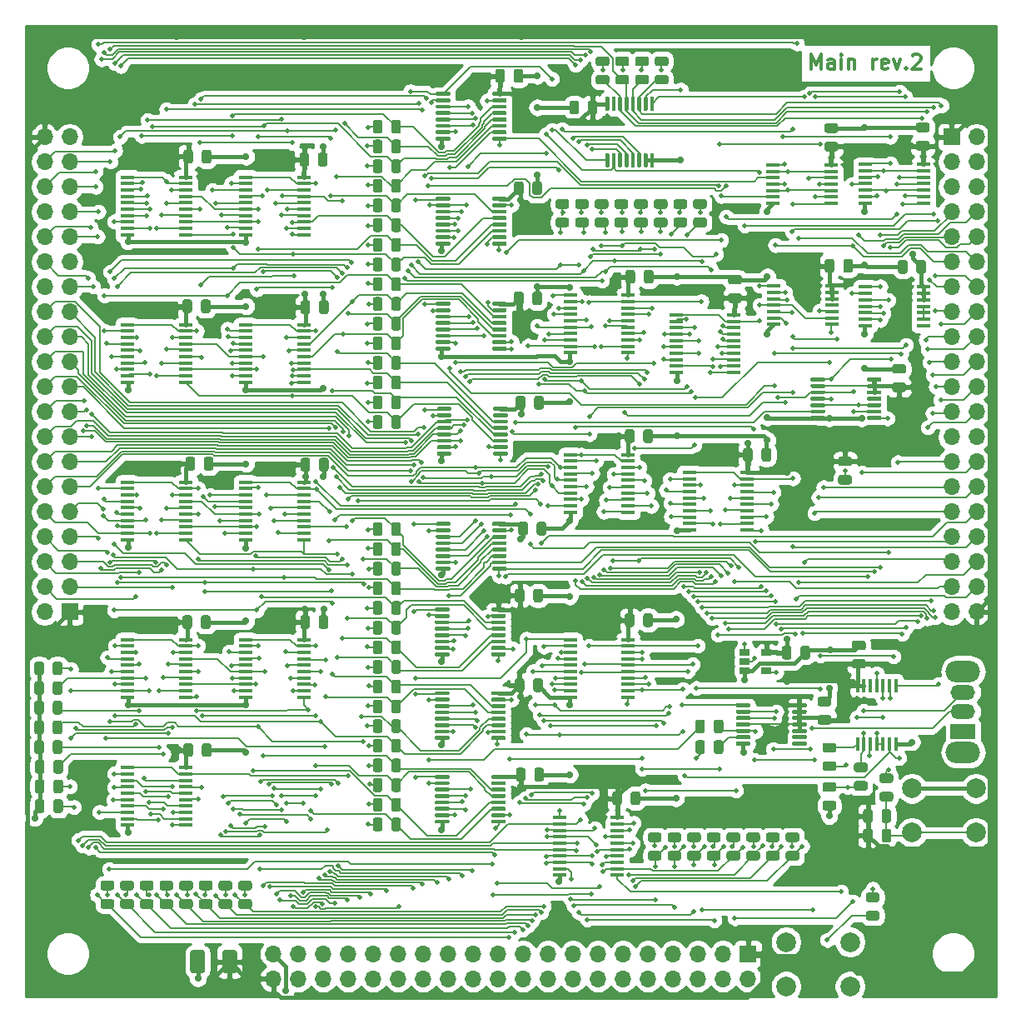
<source format=gbr>
G04 #@! TF.GenerationSoftware,KiCad,Pcbnew,(5.1.6-0-10_14)*
G04 #@! TF.CreationDate,2021-01-21T22:13:34+01:00*
G04 #@! TF.ProjectId,registers,72656769-7374-4657-9273-2e6b69636164,2*
G04 #@! TF.SameCoordinates,Original*
G04 #@! TF.FileFunction,Copper,L1,Top*
G04 #@! TF.FilePolarity,Positive*
%FSLAX46Y46*%
G04 Gerber Fmt 4.6, Leading zero omitted, Abs format (unit mm)*
G04 Created by KiCad (PCBNEW (5.1.6-0-10_14)) date 2021-01-21 22:13:34*
%MOMM*%
%LPD*%
G01*
G04 APERTURE LIST*
G04 #@! TA.AperFunction,NonConductor*
%ADD10C,0.300000*%
G04 #@! TD*
G04 #@! TA.AperFunction,SMDPad,CuDef*
%ADD11R,1.450000X0.450000*%
G04 #@! TD*
G04 #@! TA.AperFunction,SMDPad,CuDef*
%ADD12R,1.060000X0.650000*%
G04 #@! TD*
G04 #@! TA.AperFunction,ComponentPad*
%ADD13C,2.000000*%
G04 #@! TD*
G04 #@! TA.AperFunction,ComponentPad*
%ADD14R,1.700000X1.700000*%
G04 #@! TD*
G04 #@! TA.AperFunction,ComponentPad*
%ADD15O,1.700000X1.700000*%
G04 #@! TD*
G04 #@! TA.AperFunction,SMDPad,CuDef*
%ADD16R,0.450000X1.450000*%
G04 #@! TD*
G04 #@! TA.AperFunction,ComponentPad*
%ADD17R,2.500000X1.500000*%
G04 #@! TD*
G04 #@! TA.AperFunction,ComponentPad*
%ADD18O,2.500000X1.500000*%
G04 #@! TD*
G04 #@! TA.AperFunction,ComponentPad*
%ADD19O,3.500000X2.200000*%
G04 #@! TD*
G04 #@! TA.AperFunction,ViaPad*
%ADD20C,0.700000*%
G04 #@! TD*
G04 #@! TA.AperFunction,ViaPad*
%ADD21C,0.500000*%
G04 #@! TD*
G04 #@! TA.AperFunction,Conductor*
%ADD22C,0.400000*%
G04 #@! TD*
G04 #@! TA.AperFunction,Conductor*
%ADD23C,0.160000*%
G04 #@! TD*
G04 #@! TA.AperFunction,Conductor*
%ADD24C,0.254000*%
G04 #@! TD*
G04 APERTURE END LIST*
D10*
X180564285Y-55078571D02*
X180564285Y-53578571D01*
X181064285Y-54650000D01*
X181564285Y-53578571D01*
X181564285Y-55078571D01*
X182921428Y-55078571D02*
X182921428Y-54292857D01*
X182850000Y-54150000D01*
X182707142Y-54078571D01*
X182421428Y-54078571D01*
X182278571Y-54150000D01*
X182921428Y-55007142D02*
X182778571Y-55078571D01*
X182421428Y-55078571D01*
X182278571Y-55007142D01*
X182207142Y-54864285D01*
X182207142Y-54721428D01*
X182278571Y-54578571D01*
X182421428Y-54507142D01*
X182778571Y-54507142D01*
X182921428Y-54435714D01*
X183635714Y-55078571D02*
X183635714Y-54078571D01*
X183635714Y-53578571D02*
X183564285Y-53650000D01*
X183635714Y-53721428D01*
X183707142Y-53650000D01*
X183635714Y-53578571D01*
X183635714Y-53721428D01*
X184350000Y-54078571D02*
X184350000Y-55078571D01*
X184350000Y-54221428D02*
X184421428Y-54150000D01*
X184564285Y-54078571D01*
X184778571Y-54078571D01*
X184921428Y-54150000D01*
X184992857Y-54292857D01*
X184992857Y-55078571D01*
X186850000Y-55078571D02*
X186850000Y-54078571D01*
X186850000Y-54364285D02*
X186921428Y-54221428D01*
X186992857Y-54150000D01*
X187135714Y-54078571D01*
X187278571Y-54078571D01*
X188350000Y-55007142D02*
X188207142Y-55078571D01*
X187921428Y-55078571D01*
X187778571Y-55007142D01*
X187707142Y-54864285D01*
X187707142Y-54292857D01*
X187778571Y-54150000D01*
X187921428Y-54078571D01*
X188207142Y-54078571D01*
X188350000Y-54150000D01*
X188421428Y-54292857D01*
X188421428Y-54435714D01*
X187707142Y-54578571D01*
X188921428Y-54078571D02*
X189278571Y-55078571D01*
X189635714Y-54078571D01*
X190207142Y-54935714D02*
X190278571Y-55007142D01*
X190207142Y-55078571D01*
X190135714Y-55007142D01*
X190207142Y-54935714D01*
X190207142Y-55078571D01*
X190850000Y-53721428D02*
X190921428Y-53650000D01*
X191064285Y-53578571D01*
X191421428Y-53578571D01*
X191564285Y-53650000D01*
X191635714Y-53721428D01*
X191707142Y-53864285D01*
X191707142Y-54007142D01*
X191635714Y-54221428D01*
X190778571Y-55078571D01*
X191707142Y-55078571D01*
D11*
X161950000Y-94275000D03*
X161950000Y-94925000D03*
X161950000Y-95575000D03*
X161950000Y-96225000D03*
X161950000Y-96875000D03*
X161950000Y-97525000D03*
X161950000Y-98175000D03*
X161950000Y-98825000D03*
X161950000Y-99475000D03*
X161950000Y-100125000D03*
X156050000Y-100125000D03*
X156050000Y-99475000D03*
X156050000Y-98825000D03*
X156050000Y-98175000D03*
X156050000Y-97525000D03*
X156050000Y-96875000D03*
X156050000Y-96225000D03*
X156050000Y-95575000D03*
X156050000Y-94925000D03*
X156050000Y-94275000D03*
G04 #@! TA.AperFunction,SMDPad,CuDef*
G36*
G01*
X118925000Y-144875000D02*
X118925000Y-146725000D01*
G75*
G02*
X118675000Y-146975000I-250000J0D01*
G01*
X117675000Y-146975000D01*
G75*
G02*
X117425000Y-146725000I0J250000D01*
G01*
X117425000Y-144875000D01*
G75*
G02*
X117675000Y-144625000I250000J0D01*
G01*
X118675000Y-144625000D01*
G75*
G02*
X118925000Y-144875000I0J-250000D01*
G01*
G37*
G04 #@! TD.AperFunction*
G04 #@! TA.AperFunction,SMDPad,CuDef*
G36*
G01*
X122175000Y-144875000D02*
X122175000Y-146725000D01*
G75*
G02*
X121925000Y-146975000I-250000J0D01*
G01*
X120925000Y-146975000D01*
G75*
G02*
X120675000Y-146725000I0J250000D01*
G01*
X120675000Y-144875000D01*
G75*
G02*
X120925000Y-144625000I250000J0D01*
G01*
X121925000Y-144625000D01*
G75*
G02*
X122175000Y-144875000I0J-250000D01*
G01*
G37*
G04 #@! TD.AperFunction*
D12*
X176000000Y-114350000D03*
X176000000Y-116250000D03*
X173800000Y-116250000D03*
X173800000Y-115300000D03*
X173800000Y-114350000D03*
G04 #@! TA.AperFunction,SMDPad,CuDef*
G36*
G01*
X178625000Y-119850000D02*
X178625000Y-119650000D01*
G75*
G02*
X178725000Y-119550000I100000J0D01*
G01*
X180000000Y-119550000D01*
G75*
G02*
X180100000Y-119650000I0J-100000D01*
G01*
X180100000Y-119850000D01*
G75*
G02*
X180000000Y-119950000I-100000J0D01*
G01*
X178725000Y-119950000D01*
G75*
G02*
X178625000Y-119850000I0J100000D01*
G01*
G37*
G04 #@! TD.AperFunction*
G04 #@! TA.AperFunction,SMDPad,CuDef*
G36*
G01*
X178625000Y-120500000D02*
X178625000Y-120300000D01*
G75*
G02*
X178725000Y-120200000I100000J0D01*
G01*
X180000000Y-120200000D01*
G75*
G02*
X180100000Y-120300000I0J-100000D01*
G01*
X180100000Y-120500000D01*
G75*
G02*
X180000000Y-120600000I-100000J0D01*
G01*
X178725000Y-120600000D01*
G75*
G02*
X178625000Y-120500000I0J100000D01*
G01*
G37*
G04 #@! TD.AperFunction*
G04 #@! TA.AperFunction,SMDPad,CuDef*
G36*
G01*
X178625000Y-121150000D02*
X178625000Y-120950000D01*
G75*
G02*
X178725000Y-120850000I100000J0D01*
G01*
X180000000Y-120850000D01*
G75*
G02*
X180100000Y-120950000I0J-100000D01*
G01*
X180100000Y-121150000D01*
G75*
G02*
X180000000Y-121250000I-100000J0D01*
G01*
X178725000Y-121250000D01*
G75*
G02*
X178625000Y-121150000I0J100000D01*
G01*
G37*
G04 #@! TD.AperFunction*
G04 #@! TA.AperFunction,SMDPad,CuDef*
G36*
G01*
X178625000Y-121800000D02*
X178625000Y-121600000D01*
G75*
G02*
X178725000Y-121500000I100000J0D01*
G01*
X180000000Y-121500000D01*
G75*
G02*
X180100000Y-121600000I0J-100000D01*
G01*
X180100000Y-121800000D01*
G75*
G02*
X180000000Y-121900000I-100000J0D01*
G01*
X178725000Y-121900000D01*
G75*
G02*
X178625000Y-121800000I0J100000D01*
G01*
G37*
G04 #@! TD.AperFunction*
G04 #@! TA.AperFunction,SMDPad,CuDef*
G36*
G01*
X178625000Y-122450000D02*
X178625000Y-122250000D01*
G75*
G02*
X178725000Y-122150000I100000J0D01*
G01*
X180000000Y-122150000D01*
G75*
G02*
X180100000Y-122250000I0J-100000D01*
G01*
X180100000Y-122450000D01*
G75*
G02*
X180000000Y-122550000I-100000J0D01*
G01*
X178725000Y-122550000D01*
G75*
G02*
X178625000Y-122450000I0J100000D01*
G01*
G37*
G04 #@! TD.AperFunction*
G04 #@! TA.AperFunction,SMDPad,CuDef*
G36*
G01*
X178625000Y-123100000D02*
X178625000Y-122900000D01*
G75*
G02*
X178725000Y-122800000I100000J0D01*
G01*
X180000000Y-122800000D01*
G75*
G02*
X180100000Y-122900000I0J-100000D01*
G01*
X180100000Y-123100000D01*
G75*
G02*
X180000000Y-123200000I-100000J0D01*
G01*
X178725000Y-123200000D01*
G75*
G02*
X178625000Y-123100000I0J100000D01*
G01*
G37*
G04 #@! TD.AperFunction*
G04 #@! TA.AperFunction,SMDPad,CuDef*
G36*
G01*
X178625000Y-123750000D02*
X178625000Y-123550000D01*
G75*
G02*
X178725000Y-123450000I100000J0D01*
G01*
X180000000Y-123450000D01*
G75*
G02*
X180100000Y-123550000I0J-100000D01*
G01*
X180100000Y-123750000D01*
G75*
G02*
X180000000Y-123850000I-100000J0D01*
G01*
X178725000Y-123850000D01*
G75*
G02*
X178625000Y-123750000I0J100000D01*
G01*
G37*
G04 #@! TD.AperFunction*
G04 #@! TA.AperFunction,SMDPad,CuDef*
G36*
G01*
X172900000Y-123750000D02*
X172900000Y-123550000D01*
G75*
G02*
X173000000Y-123450000I100000J0D01*
G01*
X174275000Y-123450000D01*
G75*
G02*
X174375000Y-123550000I0J-100000D01*
G01*
X174375000Y-123750000D01*
G75*
G02*
X174275000Y-123850000I-100000J0D01*
G01*
X173000000Y-123850000D01*
G75*
G02*
X172900000Y-123750000I0J100000D01*
G01*
G37*
G04 #@! TD.AperFunction*
G04 #@! TA.AperFunction,SMDPad,CuDef*
G36*
G01*
X172900000Y-123100000D02*
X172900000Y-122900000D01*
G75*
G02*
X173000000Y-122800000I100000J0D01*
G01*
X174275000Y-122800000D01*
G75*
G02*
X174375000Y-122900000I0J-100000D01*
G01*
X174375000Y-123100000D01*
G75*
G02*
X174275000Y-123200000I-100000J0D01*
G01*
X173000000Y-123200000D01*
G75*
G02*
X172900000Y-123100000I0J100000D01*
G01*
G37*
G04 #@! TD.AperFunction*
G04 #@! TA.AperFunction,SMDPad,CuDef*
G36*
G01*
X172900000Y-122450000D02*
X172900000Y-122250000D01*
G75*
G02*
X173000000Y-122150000I100000J0D01*
G01*
X174275000Y-122150000D01*
G75*
G02*
X174375000Y-122250000I0J-100000D01*
G01*
X174375000Y-122450000D01*
G75*
G02*
X174275000Y-122550000I-100000J0D01*
G01*
X173000000Y-122550000D01*
G75*
G02*
X172900000Y-122450000I0J100000D01*
G01*
G37*
G04 #@! TD.AperFunction*
G04 #@! TA.AperFunction,SMDPad,CuDef*
G36*
G01*
X172900000Y-121800000D02*
X172900000Y-121600000D01*
G75*
G02*
X173000000Y-121500000I100000J0D01*
G01*
X174275000Y-121500000D01*
G75*
G02*
X174375000Y-121600000I0J-100000D01*
G01*
X174375000Y-121800000D01*
G75*
G02*
X174275000Y-121900000I-100000J0D01*
G01*
X173000000Y-121900000D01*
G75*
G02*
X172900000Y-121800000I0J100000D01*
G01*
G37*
G04 #@! TD.AperFunction*
G04 #@! TA.AperFunction,SMDPad,CuDef*
G36*
G01*
X172900000Y-121150000D02*
X172900000Y-120950000D01*
G75*
G02*
X173000000Y-120850000I100000J0D01*
G01*
X174275000Y-120850000D01*
G75*
G02*
X174375000Y-120950000I0J-100000D01*
G01*
X174375000Y-121150000D01*
G75*
G02*
X174275000Y-121250000I-100000J0D01*
G01*
X173000000Y-121250000D01*
G75*
G02*
X172900000Y-121150000I0J100000D01*
G01*
G37*
G04 #@! TD.AperFunction*
G04 #@! TA.AperFunction,SMDPad,CuDef*
G36*
G01*
X172900000Y-120500000D02*
X172900000Y-120300000D01*
G75*
G02*
X173000000Y-120200000I100000J0D01*
G01*
X174275000Y-120200000D01*
G75*
G02*
X174375000Y-120300000I0J-100000D01*
G01*
X174375000Y-120500000D01*
G75*
G02*
X174275000Y-120600000I-100000J0D01*
G01*
X173000000Y-120600000D01*
G75*
G02*
X172900000Y-120500000I0J100000D01*
G01*
G37*
G04 #@! TD.AperFunction*
G04 #@! TA.AperFunction,SMDPad,CuDef*
G36*
G01*
X172900000Y-119850000D02*
X172900000Y-119650000D01*
G75*
G02*
X173000000Y-119550000I100000J0D01*
G01*
X174275000Y-119550000D01*
G75*
G02*
X174375000Y-119650000I0J-100000D01*
G01*
X174375000Y-119850000D01*
G75*
G02*
X174275000Y-119950000I-100000J0D01*
G01*
X173000000Y-119950000D01*
G75*
G02*
X172900000Y-119850000I0J100000D01*
G01*
G37*
G04 #@! TD.AperFunction*
G04 #@! TA.AperFunction,SMDPad,CuDef*
G36*
G01*
X148025000Y-127125000D02*
X148025000Y-126925000D01*
G75*
G02*
X148125000Y-126825000I100000J0D01*
G01*
X149400000Y-126825000D01*
G75*
G02*
X149500000Y-126925000I0J-100000D01*
G01*
X149500000Y-127125000D01*
G75*
G02*
X149400000Y-127225000I-100000J0D01*
G01*
X148125000Y-127225000D01*
G75*
G02*
X148025000Y-127125000I0J100000D01*
G01*
G37*
G04 #@! TD.AperFunction*
G04 #@! TA.AperFunction,SMDPad,CuDef*
G36*
G01*
X148025000Y-127775000D02*
X148025000Y-127575000D01*
G75*
G02*
X148125000Y-127475000I100000J0D01*
G01*
X149400000Y-127475000D01*
G75*
G02*
X149500000Y-127575000I0J-100000D01*
G01*
X149500000Y-127775000D01*
G75*
G02*
X149400000Y-127875000I-100000J0D01*
G01*
X148125000Y-127875000D01*
G75*
G02*
X148025000Y-127775000I0J100000D01*
G01*
G37*
G04 #@! TD.AperFunction*
G04 #@! TA.AperFunction,SMDPad,CuDef*
G36*
G01*
X148025000Y-128425000D02*
X148025000Y-128225000D01*
G75*
G02*
X148125000Y-128125000I100000J0D01*
G01*
X149400000Y-128125000D01*
G75*
G02*
X149500000Y-128225000I0J-100000D01*
G01*
X149500000Y-128425000D01*
G75*
G02*
X149400000Y-128525000I-100000J0D01*
G01*
X148125000Y-128525000D01*
G75*
G02*
X148025000Y-128425000I0J100000D01*
G01*
G37*
G04 #@! TD.AperFunction*
G04 #@! TA.AperFunction,SMDPad,CuDef*
G36*
G01*
X148025000Y-129075000D02*
X148025000Y-128875000D01*
G75*
G02*
X148125000Y-128775000I100000J0D01*
G01*
X149400000Y-128775000D01*
G75*
G02*
X149500000Y-128875000I0J-100000D01*
G01*
X149500000Y-129075000D01*
G75*
G02*
X149400000Y-129175000I-100000J0D01*
G01*
X148125000Y-129175000D01*
G75*
G02*
X148025000Y-129075000I0J100000D01*
G01*
G37*
G04 #@! TD.AperFunction*
G04 #@! TA.AperFunction,SMDPad,CuDef*
G36*
G01*
X148025000Y-129725000D02*
X148025000Y-129525000D01*
G75*
G02*
X148125000Y-129425000I100000J0D01*
G01*
X149400000Y-129425000D01*
G75*
G02*
X149500000Y-129525000I0J-100000D01*
G01*
X149500000Y-129725000D01*
G75*
G02*
X149400000Y-129825000I-100000J0D01*
G01*
X148125000Y-129825000D01*
G75*
G02*
X148025000Y-129725000I0J100000D01*
G01*
G37*
G04 #@! TD.AperFunction*
G04 #@! TA.AperFunction,SMDPad,CuDef*
G36*
G01*
X148025000Y-130375000D02*
X148025000Y-130175000D01*
G75*
G02*
X148125000Y-130075000I100000J0D01*
G01*
X149400000Y-130075000D01*
G75*
G02*
X149500000Y-130175000I0J-100000D01*
G01*
X149500000Y-130375000D01*
G75*
G02*
X149400000Y-130475000I-100000J0D01*
G01*
X148125000Y-130475000D01*
G75*
G02*
X148025000Y-130375000I0J100000D01*
G01*
G37*
G04 #@! TD.AperFunction*
G04 #@! TA.AperFunction,SMDPad,CuDef*
G36*
G01*
X148025000Y-131025000D02*
X148025000Y-130825000D01*
G75*
G02*
X148125000Y-130725000I100000J0D01*
G01*
X149400000Y-130725000D01*
G75*
G02*
X149500000Y-130825000I0J-100000D01*
G01*
X149500000Y-131025000D01*
G75*
G02*
X149400000Y-131125000I-100000J0D01*
G01*
X148125000Y-131125000D01*
G75*
G02*
X148025000Y-131025000I0J100000D01*
G01*
G37*
G04 #@! TD.AperFunction*
G04 #@! TA.AperFunction,SMDPad,CuDef*
G36*
G01*
X148025000Y-131675000D02*
X148025000Y-131475000D01*
G75*
G02*
X148125000Y-131375000I100000J0D01*
G01*
X149400000Y-131375000D01*
G75*
G02*
X149500000Y-131475000I0J-100000D01*
G01*
X149500000Y-131675000D01*
G75*
G02*
X149400000Y-131775000I-100000J0D01*
G01*
X148125000Y-131775000D01*
G75*
G02*
X148025000Y-131675000I0J100000D01*
G01*
G37*
G04 #@! TD.AperFunction*
G04 #@! TA.AperFunction,SMDPad,CuDef*
G36*
G01*
X142300000Y-131675000D02*
X142300000Y-131475000D01*
G75*
G02*
X142400000Y-131375000I100000J0D01*
G01*
X143675000Y-131375000D01*
G75*
G02*
X143775000Y-131475000I0J-100000D01*
G01*
X143775000Y-131675000D01*
G75*
G02*
X143675000Y-131775000I-100000J0D01*
G01*
X142400000Y-131775000D01*
G75*
G02*
X142300000Y-131675000I0J100000D01*
G01*
G37*
G04 #@! TD.AperFunction*
G04 #@! TA.AperFunction,SMDPad,CuDef*
G36*
G01*
X142300000Y-131025000D02*
X142300000Y-130825000D01*
G75*
G02*
X142400000Y-130725000I100000J0D01*
G01*
X143675000Y-130725000D01*
G75*
G02*
X143775000Y-130825000I0J-100000D01*
G01*
X143775000Y-131025000D01*
G75*
G02*
X143675000Y-131125000I-100000J0D01*
G01*
X142400000Y-131125000D01*
G75*
G02*
X142300000Y-131025000I0J100000D01*
G01*
G37*
G04 #@! TD.AperFunction*
G04 #@! TA.AperFunction,SMDPad,CuDef*
G36*
G01*
X142300000Y-130375000D02*
X142300000Y-130175000D01*
G75*
G02*
X142400000Y-130075000I100000J0D01*
G01*
X143675000Y-130075000D01*
G75*
G02*
X143775000Y-130175000I0J-100000D01*
G01*
X143775000Y-130375000D01*
G75*
G02*
X143675000Y-130475000I-100000J0D01*
G01*
X142400000Y-130475000D01*
G75*
G02*
X142300000Y-130375000I0J100000D01*
G01*
G37*
G04 #@! TD.AperFunction*
G04 #@! TA.AperFunction,SMDPad,CuDef*
G36*
G01*
X142300000Y-129725000D02*
X142300000Y-129525000D01*
G75*
G02*
X142400000Y-129425000I100000J0D01*
G01*
X143675000Y-129425000D01*
G75*
G02*
X143775000Y-129525000I0J-100000D01*
G01*
X143775000Y-129725000D01*
G75*
G02*
X143675000Y-129825000I-100000J0D01*
G01*
X142400000Y-129825000D01*
G75*
G02*
X142300000Y-129725000I0J100000D01*
G01*
G37*
G04 #@! TD.AperFunction*
G04 #@! TA.AperFunction,SMDPad,CuDef*
G36*
G01*
X142300000Y-129075000D02*
X142300000Y-128875000D01*
G75*
G02*
X142400000Y-128775000I100000J0D01*
G01*
X143675000Y-128775000D01*
G75*
G02*
X143775000Y-128875000I0J-100000D01*
G01*
X143775000Y-129075000D01*
G75*
G02*
X143675000Y-129175000I-100000J0D01*
G01*
X142400000Y-129175000D01*
G75*
G02*
X142300000Y-129075000I0J100000D01*
G01*
G37*
G04 #@! TD.AperFunction*
G04 #@! TA.AperFunction,SMDPad,CuDef*
G36*
G01*
X142300000Y-128425000D02*
X142300000Y-128225000D01*
G75*
G02*
X142400000Y-128125000I100000J0D01*
G01*
X143675000Y-128125000D01*
G75*
G02*
X143775000Y-128225000I0J-100000D01*
G01*
X143775000Y-128425000D01*
G75*
G02*
X143675000Y-128525000I-100000J0D01*
G01*
X142400000Y-128525000D01*
G75*
G02*
X142300000Y-128425000I0J100000D01*
G01*
G37*
G04 #@! TD.AperFunction*
G04 #@! TA.AperFunction,SMDPad,CuDef*
G36*
G01*
X142300000Y-127775000D02*
X142300000Y-127575000D01*
G75*
G02*
X142400000Y-127475000I100000J0D01*
G01*
X143675000Y-127475000D01*
G75*
G02*
X143775000Y-127575000I0J-100000D01*
G01*
X143775000Y-127775000D01*
G75*
G02*
X143675000Y-127875000I-100000J0D01*
G01*
X142400000Y-127875000D01*
G75*
G02*
X142300000Y-127775000I0J100000D01*
G01*
G37*
G04 #@! TD.AperFunction*
G04 #@! TA.AperFunction,SMDPad,CuDef*
G36*
G01*
X142300000Y-127125000D02*
X142300000Y-126925000D01*
G75*
G02*
X142400000Y-126825000I100000J0D01*
G01*
X143675000Y-126825000D01*
G75*
G02*
X143775000Y-126925000I0J-100000D01*
G01*
X143775000Y-127125000D01*
G75*
G02*
X143675000Y-127225000I-100000J0D01*
G01*
X142400000Y-127225000D01*
G75*
G02*
X142300000Y-127125000I0J100000D01*
G01*
G37*
G04 #@! TD.AperFunction*
G04 #@! TA.AperFunction,SMDPad,CuDef*
G36*
G01*
X148025000Y-118625000D02*
X148025000Y-118425000D01*
G75*
G02*
X148125000Y-118325000I100000J0D01*
G01*
X149400000Y-118325000D01*
G75*
G02*
X149500000Y-118425000I0J-100000D01*
G01*
X149500000Y-118625000D01*
G75*
G02*
X149400000Y-118725000I-100000J0D01*
G01*
X148125000Y-118725000D01*
G75*
G02*
X148025000Y-118625000I0J100000D01*
G01*
G37*
G04 #@! TD.AperFunction*
G04 #@! TA.AperFunction,SMDPad,CuDef*
G36*
G01*
X148025000Y-119275000D02*
X148025000Y-119075000D01*
G75*
G02*
X148125000Y-118975000I100000J0D01*
G01*
X149400000Y-118975000D01*
G75*
G02*
X149500000Y-119075000I0J-100000D01*
G01*
X149500000Y-119275000D01*
G75*
G02*
X149400000Y-119375000I-100000J0D01*
G01*
X148125000Y-119375000D01*
G75*
G02*
X148025000Y-119275000I0J100000D01*
G01*
G37*
G04 #@! TD.AperFunction*
G04 #@! TA.AperFunction,SMDPad,CuDef*
G36*
G01*
X148025000Y-119925000D02*
X148025000Y-119725000D01*
G75*
G02*
X148125000Y-119625000I100000J0D01*
G01*
X149400000Y-119625000D01*
G75*
G02*
X149500000Y-119725000I0J-100000D01*
G01*
X149500000Y-119925000D01*
G75*
G02*
X149400000Y-120025000I-100000J0D01*
G01*
X148125000Y-120025000D01*
G75*
G02*
X148025000Y-119925000I0J100000D01*
G01*
G37*
G04 #@! TD.AperFunction*
G04 #@! TA.AperFunction,SMDPad,CuDef*
G36*
G01*
X148025000Y-120575000D02*
X148025000Y-120375000D01*
G75*
G02*
X148125000Y-120275000I100000J0D01*
G01*
X149400000Y-120275000D01*
G75*
G02*
X149500000Y-120375000I0J-100000D01*
G01*
X149500000Y-120575000D01*
G75*
G02*
X149400000Y-120675000I-100000J0D01*
G01*
X148125000Y-120675000D01*
G75*
G02*
X148025000Y-120575000I0J100000D01*
G01*
G37*
G04 #@! TD.AperFunction*
G04 #@! TA.AperFunction,SMDPad,CuDef*
G36*
G01*
X148025000Y-121225000D02*
X148025000Y-121025000D01*
G75*
G02*
X148125000Y-120925000I100000J0D01*
G01*
X149400000Y-120925000D01*
G75*
G02*
X149500000Y-121025000I0J-100000D01*
G01*
X149500000Y-121225000D01*
G75*
G02*
X149400000Y-121325000I-100000J0D01*
G01*
X148125000Y-121325000D01*
G75*
G02*
X148025000Y-121225000I0J100000D01*
G01*
G37*
G04 #@! TD.AperFunction*
G04 #@! TA.AperFunction,SMDPad,CuDef*
G36*
G01*
X148025000Y-121875000D02*
X148025000Y-121675000D01*
G75*
G02*
X148125000Y-121575000I100000J0D01*
G01*
X149400000Y-121575000D01*
G75*
G02*
X149500000Y-121675000I0J-100000D01*
G01*
X149500000Y-121875000D01*
G75*
G02*
X149400000Y-121975000I-100000J0D01*
G01*
X148125000Y-121975000D01*
G75*
G02*
X148025000Y-121875000I0J100000D01*
G01*
G37*
G04 #@! TD.AperFunction*
G04 #@! TA.AperFunction,SMDPad,CuDef*
G36*
G01*
X148025000Y-122525000D02*
X148025000Y-122325000D01*
G75*
G02*
X148125000Y-122225000I100000J0D01*
G01*
X149400000Y-122225000D01*
G75*
G02*
X149500000Y-122325000I0J-100000D01*
G01*
X149500000Y-122525000D01*
G75*
G02*
X149400000Y-122625000I-100000J0D01*
G01*
X148125000Y-122625000D01*
G75*
G02*
X148025000Y-122525000I0J100000D01*
G01*
G37*
G04 #@! TD.AperFunction*
G04 #@! TA.AperFunction,SMDPad,CuDef*
G36*
G01*
X148025000Y-123175000D02*
X148025000Y-122975000D01*
G75*
G02*
X148125000Y-122875000I100000J0D01*
G01*
X149400000Y-122875000D01*
G75*
G02*
X149500000Y-122975000I0J-100000D01*
G01*
X149500000Y-123175000D01*
G75*
G02*
X149400000Y-123275000I-100000J0D01*
G01*
X148125000Y-123275000D01*
G75*
G02*
X148025000Y-123175000I0J100000D01*
G01*
G37*
G04 #@! TD.AperFunction*
G04 #@! TA.AperFunction,SMDPad,CuDef*
G36*
G01*
X142300000Y-123175000D02*
X142300000Y-122975000D01*
G75*
G02*
X142400000Y-122875000I100000J0D01*
G01*
X143675000Y-122875000D01*
G75*
G02*
X143775000Y-122975000I0J-100000D01*
G01*
X143775000Y-123175000D01*
G75*
G02*
X143675000Y-123275000I-100000J0D01*
G01*
X142400000Y-123275000D01*
G75*
G02*
X142300000Y-123175000I0J100000D01*
G01*
G37*
G04 #@! TD.AperFunction*
G04 #@! TA.AperFunction,SMDPad,CuDef*
G36*
G01*
X142300000Y-122525000D02*
X142300000Y-122325000D01*
G75*
G02*
X142400000Y-122225000I100000J0D01*
G01*
X143675000Y-122225000D01*
G75*
G02*
X143775000Y-122325000I0J-100000D01*
G01*
X143775000Y-122525000D01*
G75*
G02*
X143675000Y-122625000I-100000J0D01*
G01*
X142400000Y-122625000D01*
G75*
G02*
X142300000Y-122525000I0J100000D01*
G01*
G37*
G04 #@! TD.AperFunction*
G04 #@! TA.AperFunction,SMDPad,CuDef*
G36*
G01*
X142300000Y-121875000D02*
X142300000Y-121675000D01*
G75*
G02*
X142400000Y-121575000I100000J0D01*
G01*
X143675000Y-121575000D01*
G75*
G02*
X143775000Y-121675000I0J-100000D01*
G01*
X143775000Y-121875000D01*
G75*
G02*
X143675000Y-121975000I-100000J0D01*
G01*
X142400000Y-121975000D01*
G75*
G02*
X142300000Y-121875000I0J100000D01*
G01*
G37*
G04 #@! TD.AperFunction*
G04 #@! TA.AperFunction,SMDPad,CuDef*
G36*
G01*
X142300000Y-121225000D02*
X142300000Y-121025000D01*
G75*
G02*
X142400000Y-120925000I100000J0D01*
G01*
X143675000Y-120925000D01*
G75*
G02*
X143775000Y-121025000I0J-100000D01*
G01*
X143775000Y-121225000D01*
G75*
G02*
X143675000Y-121325000I-100000J0D01*
G01*
X142400000Y-121325000D01*
G75*
G02*
X142300000Y-121225000I0J100000D01*
G01*
G37*
G04 #@! TD.AperFunction*
G04 #@! TA.AperFunction,SMDPad,CuDef*
G36*
G01*
X142300000Y-120575000D02*
X142300000Y-120375000D01*
G75*
G02*
X142400000Y-120275000I100000J0D01*
G01*
X143675000Y-120275000D01*
G75*
G02*
X143775000Y-120375000I0J-100000D01*
G01*
X143775000Y-120575000D01*
G75*
G02*
X143675000Y-120675000I-100000J0D01*
G01*
X142400000Y-120675000D01*
G75*
G02*
X142300000Y-120575000I0J100000D01*
G01*
G37*
G04 #@! TD.AperFunction*
G04 #@! TA.AperFunction,SMDPad,CuDef*
G36*
G01*
X142300000Y-119925000D02*
X142300000Y-119725000D01*
G75*
G02*
X142400000Y-119625000I100000J0D01*
G01*
X143675000Y-119625000D01*
G75*
G02*
X143775000Y-119725000I0J-100000D01*
G01*
X143775000Y-119925000D01*
G75*
G02*
X143675000Y-120025000I-100000J0D01*
G01*
X142400000Y-120025000D01*
G75*
G02*
X142300000Y-119925000I0J100000D01*
G01*
G37*
G04 #@! TD.AperFunction*
G04 #@! TA.AperFunction,SMDPad,CuDef*
G36*
G01*
X142300000Y-119275000D02*
X142300000Y-119075000D01*
G75*
G02*
X142400000Y-118975000I100000J0D01*
G01*
X143675000Y-118975000D01*
G75*
G02*
X143775000Y-119075000I0J-100000D01*
G01*
X143775000Y-119275000D01*
G75*
G02*
X143675000Y-119375000I-100000J0D01*
G01*
X142400000Y-119375000D01*
G75*
G02*
X142300000Y-119275000I0J100000D01*
G01*
G37*
G04 #@! TD.AperFunction*
G04 #@! TA.AperFunction,SMDPad,CuDef*
G36*
G01*
X142300000Y-118625000D02*
X142300000Y-118425000D01*
G75*
G02*
X142400000Y-118325000I100000J0D01*
G01*
X143675000Y-118325000D01*
G75*
G02*
X143775000Y-118425000I0J-100000D01*
G01*
X143775000Y-118625000D01*
G75*
G02*
X143675000Y-118725000I-100000J0D01*
G01*
X142400000Y-118725000D01*
G75*
G02*
X142300000Y-118625000I0J100000D01*
G01*
G37*
G04 #@! TD.AperFunction*
G04 #@! TA.AperFunction,SMDPad,CuDef*
G36*
G01*
X148025000Y-110125000D02*
X148025000Y-109925000D01*
G75*
G02*
X148125000Y-109825000I100000J0D01*
G01*
X149400000Y-109825000D01*
G75*
G02*
X149500000Y-109925000I0J-100000D01*
G01*
X149500000Y-110125000D01*
G75*
G02*
X149400000Y-110225000I-100000J0D01*
G01*
X148125000Y-110225000D01*
G75*
G02*
X148025000Y-110125000I0J100000D01*
G01*
G37*
G04 #@! TD.AperFunction*
G04 #@! TA.AperFunction,SMDPad,CuDef*
G36*
G01*
X148025000Y-110775000D02*
X148025000Y-110575000D01*
G75*
G02*
X148125000Y-110475000I100000J0D01*
G01*
X149400000Y-110475000D01*
G75*
G02*
X149500000Y-110575000I0J-100000D01*
G01*
X149500000Y-110775000D01*
G75*
G02*
X149400000Y-110875000I-100000J0D01*
G01*
X148125000Y-110875000D01*
G75*
G02*
X148025000Y-110775000I0J100000D01*
G01*
G37*
G04 #@! TD.AperFunction*
G04 #@! TA.AperFunction,SMDPad,CuDef*
G36*
G01*
X148025000Y-111425000D02*
X148025000Y-111225000D01*
G75*
G02*
X148125000Y-111125000I100000J0D01*
G01*
X149400000Y-111125000D01*
G75*
G02*
X149500000Y-111225000I0J-100000D01*
G01*
X149500000Y-111425000D01*
G75*
G02*
X149400000Y-111525000I-100000J0D01*
G01*
X148125000Y-111525000D01*
G75*
G02*
X148025000Y-111425000I0J100000D01*
G01*
G37*
G04 #@! TD.AperFunction*
G04 #@! TA.AperFunction,SMDPad,CuDef*
G36*
G01*
X148025000Y-112075000D02*
X148025000Y-111875000D01*
G75*
G02*
X148125000Y-111775000I100000J0D01*
G01*
X149400000Y-111775000D01*
G75*
G02*
X149500000Y-111875000I0J-100000D01*
G01*
X149500000Y-112075000D01*
G75*
G02*
X149400000Y-112175000I-100000J0D01*
G01*
X148125000Y-112175000D01*
G75*
G02*
X148025000Y-112075000I0J100000D01*
G01*
G37*
G04 #@! TD.AperFunction*
G04 #@! TA.AperFunction,SMDPad,CuDef*
G36*
G01*
X148025000Y-112725000D02*
X148025000Y-112525000D01*
G75*
G02*
X148125000Y-112425000I100000J0D01*
G01*
X149400000Y-112425000D01*
G75*
G02*
X149500000Y-112525000I0J-100000D01*
G01*
X149500000Y-112725000D01*
G75*
G02*
X149400000Y-112825000I-100000J0D01*
G01*
X148125000Y-112825000D01*
G75*
G02*
X148025000Y-112725000I0J100000D01*
G01*
G37*
G04 #@! TD.AperFunction*
G04 #@! TA.AperFunction,SMDPad,CuDef*
G36*
G01*
X148025000Y-113375000D02*
X148025000Y-113175000D01*
G75*
G02*
X148125000Y-113075000I100000J0D01*
G01*
X149400000Y-113075000D01*
G75*
G02*
X149500000Y-113175000I0J-100000D01*
G01*
X149500000Y-113375000D01*
G75*
G02*
X149400000Y-113475000I-100000J0D01*
G01*
X148125000Y-113475000D01*
G75*
G02*
X148025000Y-113375000I0J100000D01*
G01*
G37*
G04 #@! TD.AperFunction*
G04 #@! TA.AperFunction,SMDPad,CuDef*
G36*
G01*
X148025000Y-114025000D02*
X148025000Y-113825000D01*
G75*
G02*
X148125000Y-113725000I100000J0D01*
G01*
X149400000Y-113725000D01*
G75*
G02*
X149500000Y-113825000I0J-100000D01*
G01*
X149500000Y-114025000D01*
G75*
G02*
X149400000Y-114125000I-100000J0D01*
G01*
X148125000Y-114125000D01*
G75*
G02*
X148025000Y-114025000I0J100000D01*
G01*
G37*
G04 #@! TD.AperFunction*
G04 #@! TA.AperFunction,SMDPad,CuDef*
G36*
G01*
X148025000Y-114675000D02*
X148025000Y-114475000D01*
G75*
G02*
X148125000Y-114375000I100000J0D01*
G01*
X149400000Y-114375000D01*
G75*
G02*
X149500000Y-114475000I0J-100000D01*
G01*
X149500000Y-114675000D01*
G75*
G02*
X149400000Y-114775000I-100000J0D01*
G01*
X148125000Y-114775000D01*
G75*
G02*
X148025000Y-114675000I0J100000D01*
G01*
G37*
G04 #@! TD.AperFunction*
G04 #@! TA.AperFunction,SMDPad,CuDef*
G36*
G01*
X142300000Y-114675000D02*
X142300000Y-114475000D01*
G75*
G02*
X142400000Y-114375000I100000J0D01*
G01*
X143675000Y-114375000D01*
G75*
G02*
X143775000Y-114475000I0J-100000D01*
G01*
X143775000Y-114675000D01*
G75*
G02*
X143675000Y-114775000I-100000J0D01*
G01*
X142400000Y-114775000D01*
G75*
G02*
X142300000Y-114675000I0J100000D01*
G01*
G37*
G04 #@! TD.AperFunction*
G04 #@! TA.AperFunction,SMDPad,CuDef*
G36*
G01*
X142300000Y-114025000D02*
X142300000Y-113825000D01*
G75*
G02*
X142400000Y-113725000I100000J0D01*
G01*
X143675000Y-113725000D01*
G75*
G02*
X143775000Y-113825000I0J-100000D01*
G01*
X143775000Y-114025000D01*
G75*
G02*
X143675000Y-114125000I-100000J0D01*
G01*
X142400000Y-114125000D01*
G75*
G02*
X142300000Y-114025000I0J100000D01*
G01*
G37*
G04 #@! TD.AperFunction*
G04 #@! TA.AperFunction,SMDPad,CuDef*
G36*
G01*
X142300000Y-113375000D02*
X142300000Y-113175000D01*
G75*
G02*
X142400000Y-113075000I100000J0D01*
G01*
X143675000Y-113075000D01*
G75*
G02*
X143775000Y-113175000I0J-100000D01*
G01*
X143775000Y-113375000D01*
G75*
G02*
X143675000Y-113475000I-100000J0D01*
G01*
X142400000Y-113475000D01*
G75*
G02*
X142300000Y-113375000I0J100000D01*
G01*
G37*
G04 #@! TD.AperFunction*
G04 #@! TA.AperFunction,SMDPad,CuDef*
G36*
G01*
X142300000Y-112725000D02*
X142300000Y-112525000D01*
G75*
G02*
X142400000Y-112425000I100000J0D01*
G01*
X143675000Y-112425000D01*
G75*
G02*
X143775000Y-112525000I0J-100000D01*
G01*
X143775000Y-112725000D01*
G75*
G02*
X143675000Y-112825000I-100000J0D01*
G01*
X142400000Y-112825000D01*
G75*
G02*
X142300000Y-112725000I0J100000D01*
G01*
G37*
G04 #@! TD.AperFunction*
G04 #@! TA.AperFunction,SMDPad,CuDef*
G36*
G01*
X142300000Y-112075000D02*
X142300000Y-111875000D01*
G75*
G02*
X142400000Y-111775000I100000J0D01*
G01*
X143675000Y-111775000D01*
G75*
G02*
X143775000Y-111875000I0J-100000D01*
G01*
X143775000Y-112075000D01*
G75*
G02*
X143675000Y-112175000I-100000J0D01*
G01*
X142400000Y-112175000D01*
G75*
G02*
X142300000Y-112075000I0J100000D01*
G01*
G37*
G04 #@! TD.AperFunction*
G04 #@! TA.AperFunction,SMDPad,CuDef*
G36*
G01*
X142300000Y-111425000D02*
X142300000Y-111225000D01*
G75*
G02*
X142400000Y-111125000I100000J0D01*
G01*
X143675000Y-111125000D01*
G75*
G02*
X143775000Y-111225000I0J-100000D01*
G01*
X143775000Y-111425000D01*
G75*
G02*
X143675000Y-111525000I-100000J0D01*
G01*
X142400000Y-111525000D01*
G75*
G02*
X142300000Y-111425000I0J100000D01*
G01*
G37*
G04 #@! TD.AperFunction*
G04 #@! TA.AperFunction,SMDPad,CuDef*
G36*
G01*
X142300000Y-110775000D02*
X142300000Y-110575000D01*
G75*
G02*
X142400000Y-110475000I100000J0D01*
G01*
X143675000Y-110475000D01*
G75*
G02*
X143775000Y-110575000I0J-100000D01*
G01*
X143775000Y-110775000D01*
G75*
G02*
X143675000Y-110875000I-100000J0D01*
G01*
X142400000Y-110875000D01*
G75*
G02*
X142300000Y-110775000I0J100000D01*
G01*
G37*
G04 #@! TD.AperFunction*
G04 #@! TA.AperFunction,SMDPad,CuDef*
G36*
G01*
X142300000Y-110125000D02*
X142300000Y-109925000D01*
G75*
G02*
X142400000Y-109825000I100000J0D01*
G01*
X143675000Y-109825000D01*
G75*
G02*
X143775000Y-109925000I0J-100000D01*
G01*
X143775000Y-110125000D01*
G75*
G02*
X143675000Y-110225000I-100000J0D01*
G01*
X142400000Y-110225000D01*
G75*
G02*
X142300000Y-110125000I0J100000D01*
G01*
G37*
G04 #@! TD.AperFunction*
G04 #@! TA.AperFunction,SMDPad,CuDef*
G36*
G01*
X148125000Y-101425000D02*
X148125000Y-101225000D01*
G75*
G02*
X148225000Y-101125000I100000J0D01*
G01*
X149500000Y-101125000D01*
G75*
G02*
X149600000Y-101225000I0J-100000D01*
G01*
X149600000Y-101425000D01*
G75*
G02*
X149500000Y-101525000I-100000J0D01*
G01*
X148225000Y-101525000D01*
G75*
G02*
X148125000Y-101425000I0J100000D01*
G01*
G37*
G04 #@! TD.AperFunction*
G04 #@! TA.AperFunction,SMDPad,CuDef*
G36*
G01*
X148125000Y-102075000D02*
X148125000Y-101875000D01*
G75*
G02*
X148225000Y-101775000I100000J0D01*
G01*
X149500000Y-101775000D01*
G75*
G02*
X149600000Y-101875000I0J-100000D01*
G01*
X149600000Y-102075000D01*
G75*
G02*
X149500000Y-102175000I-100000J0D01*
G01*
X148225000Y-102175000D01*
G75*
G02*
X148125000Y-102075000I0J100000D01*
G01*
G37*
G04 #@! TD.AperFunction*
G04 #@! TA.AperFunction,SMDPad,CuDef*
G36*
G01*
X148125000Y-102725000D02*
X148125000Y-102525000D01*
G75*
G02*
X148225000Y-102425000I100000J0D01*
G01*
X149500000Y-102425000D01*
G75*
G02*
X149600000Y-102525000I0J-100000D01*
G01*
X149600000Y-102725000D01*
G75*
G02*
X149500000Y-102825000I-100000J0D01*
G01*
X148225000Y-102825000D01*
G75*
G02*
X148125000Y-102725000I0J100000D01*
G01*
G37*
G04 #@! TD.AperFunction*
G04 #@! TA.AperFunction,SMDPad,CuDef*
G36*
G01*
X148125000Y-103375000D02*
X148125000Y-103175000D01*
G75*
G02*
X148225000Y-103075000I100000J0D01*
G01*
X149500000Y-103075000D01*
G75*
G02*
X149600000Y-103175000I0J-100000D01*
G01*
X149600000Y-103375000D01*
G75*
G02*
X149500000Y-103475000I-100000J0D01*
G01*
X148225000Y-103475000D01*
G75*
G02*
X148125000Y-103375000I0J100000D01*
G01*
G37*
G04 #@! TD.AperFunction*
G04 #@! TA.AperFunction,SMDPad,CuDef*
G36*
G01*
X148125000Y-104025000D02*
X148125000Y-103825000D01*
G75*
G02*
X148225000Y-103725000I100000J0D01*
G01*
X149500000Y-103725000D01*
G75*
G02*
X149600000Y-103825000I0J-100000D01*
G01*
X149600000Y-104025000D01*
G75*
G02*
X149500000Y-104125000I-100000J0D01*
G01*
X148225000Y-104125000D01*
G75*
G02*
X148125000Y-104025000I0J100000D01*
G01*
G37*
G04 #@! TD.AperFunction*
G04 #@! TA.AperFunction,SMDPad,CuDef*
G36*
G01*
X148125000Y-104675000D02*
X148125000Y-104475000D01*
G75*
G02*
X148225000Y-104375000I100000J0D01*
G01*
X149500000Y-104375000D01*
G75*
G02*
X149600000Y-104475000I0J-100000D01*
G01*
X149600000Y-104675000D01*
G75*
G02*
X149500000Y-104775000I-100000J0D01*
G01*
X148225000Y-104775000D01*
G75*
G02*
X148125000Y-104675000I0J100000D01*
G01*
G37*
G04 #@! TD.AperFunction*
G04 #@! TA.AperFunction,SMDPad,CuDef*
G36*
G01*
X148125000Y-105325000D02*
X148125000Y-105125000D01*
G75*
G02*
X148225000Y-105025000I100000J0D01*
G01*
X149500000Y-105025000D01*
G75*
G02*
X149600000Y-105125000I0J-100000D01*
G01*
X149600000Y-105325000D01*
G75*
G02*
X149500000Y-105425000I-100000J0D01*
G01*
X148225000Y-105425000D01*
G75*
G02*
X148125000Y-105325000I0J100000D01*
G01*
G37*
G04 #@! TD.AperFunction*
G04 #@! TA.AperFunction,SMDPad,CuDef*
G36*
G01*
X148125000Y-105975000D02*
X148125000Y-105775000D01*
G75*
G02*
X148225000Y-105675000I100000J0D01*
G01*
X149500000Y-105675000D01*
G75*
G02*
X149600000Y-105775000I0J-100000D01*
G01*
X149600000Y-105975000D01*
G75*
G02*
X149500000Y-106075000I-100000J0D01*
G01*
X148225000Y-106075000D01*
G75*
G02*
X148125000Y-105975000I0J100000D01*
G01*
G37*
G04 #@! TD.AperFunction*
G04 #@! TA.AperFunction,SMDPad,CuDef*
G36*
G01*
X142400000Y-105975000D02*
X142400000Y-105775000D01*
G75*
G02*
X142500000Y-105675000I100000J0D01*
G01*
X143775000Y-105675000D01*
G75*
G02*
X143875000Y-105775000I0J-100000D01*
G01*
X143875000Y-105975000D01*
G75*
G02*
X143775000Y-106075000I-100000J0D01*
G01*
X142500000Y-106075000D01*
G75*
G02*
X142400000Y-105975000I0J100000D01*
G01*
G37*
G04 #@! TD.AperFunction*
G04 #@! TA.AperFunction,SMDPad,CuDef*
G36*
G01*
X142400000Y-105325000D02*
X142400000Y-105125000D01*
G75*
G02*
X142500000Y-105025000I100000J0D01*
G01*
X143775000Y-105025000D01*
G75*
G02*
X143875000Y-105125000I0J-100000D01*
G01*
X143875000Y-105325000D01*
G75*
G02*
X143775000Y-105425000I-100000J0D01*
G01*
X142500000Y-105425000D01*
G75*
G02*
X142400000Y-105325000I0J100000D01*
G01*
G37*
G04 #@! TD.AperFunction*
G04 #@! TA.AperFunction,SMDPad,CuDef*
G36*
G01*
X142400000Y-104675000D02*
X142400000Y-104475000D01*
G75*
G02*
X142500000Y-104375000I100000J0D01*
G01*
X143775000Y-104375000D01*
G75*
G02*
X143875000Y-104475000I0J-100000D01*
G01*
X143875000Y-104675000D01*
G75*
G02*
X143775000Y-104775000I-100000J0D01*
G01*
X142500000Y-104775000D01*
G75*
G02*
X142400000Y-104675000I0J100000D01*
G01*
G37*
G04 #@! TD.AperFunction*
G04 #@! TA.AperFunction,SMDPad,CuDef*
G36*
G01*
X142400000Y-104025000D02*
X142400000Y-103825000D01*
G75*
G02*
X142500000Y-103725000I100000J0D01*
G01*
X143775000Y-103725000D01*
G75*
G02*
X143875000Y-103825000I0J-100000D01*
G01*
X143875000Y-104025000D01*
G75*
G02*
X143775000Y-104125000I-100000J0D01*
G01*
X142500000Y-104125000D01*
G75*
G02*
X142400000Y-104025000I0J100000D01*
G01*
G37*
G04 #@! TD.AperFunction*
G04 #@! TA.AperFunction,SMDPad,CuDef*
G36*
G01*
X142400000Y-103375000D02*
X142400000Y-103175000D01*
G75*
G02*
X142500000Y-103075000I100000J0D01*
G01*
X143775000Y-103075000D01*
G75*
G02*
X143875000Y-103175000I0J-100000D01*
G01*
X143875000Y-103375000D01*
G75*
G02*
X143775000Y-103475000I-100000J0D01*
G01*
X142500000Y-103475000D01*
G75*
G02*
X142400000Y-103375000I0J100000D01*
G01*
G37*
G04 #@! TD.AperFunction*
G04 #@! TA.AperFunction,SMDPad,CuDef*
G36*
G01*
X142400000Y-102725000D02*
X142400000Y-102525000D01*
G75*
G02*
X142500000Y-102425000I100000J0D01*
G01*
X143775000Y-102425000D01*
G75*
G02*
X143875000Y-102525000I0J-100000D01*
G01*
X143875000Y-102725000D01*
G75*
G02*
X143775000Y-102825000I-100000J0D01*
G01*
X142500000Y-102825000D01*
G75*
G02*
X142400000Y-102725000I0J100000D01*
G01*
G37*
G04 #@! TD.AperFunction*
G04 #@! TA.AperFunction,SMDPad,CuDef*
G36*
G01*
X142400000Y-102075000D02*
X142400000Y-101875000D01*
G75*
G02*
X142500000Y-101775000I100000J0D01*
G01*
X143775000Y-101775000D01*
G75*
G02*
X143875000Y-101875000I0J-100000D01*
G01*
X143875000Y-102075000D01*
G75*
G02*
X143775000Y-102175000I-100000J0D01*
G01*
X142500000Y-102175000D01*
G75*
G02*
X142400000Y-102075000I0J100000D01*
G01*
G37*
G04 #@! TD.AperFunction*
G04 #@! TA.AperFunction,SMDPad,CuDef*
G36*
G01*
X142400000Y-101425000D02*
X142400000Y-101225000D01*
G75*
G02*
X142500000Y-101125000I100000J0D01*
G01*
X143775000Y-101125000D01*
G75*
G02*
X143875000Y-101225000I0J-100000D01*
G01*
X143875000Y-101425000D01*
G75*
G02*
X143775000Y-101525000I-100000J0D01*
G01*
X142500000Y-101525000D01*
G75*
G02*
X142400000Y-101425000I0J100000D01*
G01*
G37*
G04 #@! TD.AperFunction*
G04 #@! TA.AperFunction,SMDPad,CuDef*
G36*
G01*
X148225000Y-89725000D02*
X148225000Y-89525000D01*
G75*
G02*
X148325000Y-89425000I100000J0D01*
G01*
X149600000Y-89425000D01*
G75*
G02*
X149700000Y-89525000I0J-100000D01*
G01*
X149700000Y-89725000D01*
G75*
G02*
X149600000Y-89825000I-100000J0D01*
G01*
X148325000Y-89825000D01*
G75*
G02*
X148225000Y-89725000I0J100000D01*
G01*
G37*
G04 #@! TD.AperFunction*
G04 #@! TA.AperFunction,SMDPad,CuDef*
G36*
G01*
X148225000Y-90375000D02*
X148225000Y-90175000D01*
G75*
G02*
X148325000Y-90075000I100000J0D01*
G01*
X149600000Y-90075000D01*
G75*
G02*
X149700000Y-90175000I0J-100000D01*
G01*
X149700000Y-90375000D01*
G75*
G02*
X149600000Y-90475000I-100000J0D01*
G01*
X148325000Y-90475000D01*
G75*
G02*
X148225000Y-90375000I0J100000D01*
G01*
G37*
G04 #@! TD.AperFunction*
G04 #@! TA.AperFunction,SMDPad,CuDef*
G36*
G01*
X148225000Y-91025000D02*
X148225000Y-90825000D01*
G75*
G02*
X148325000Y-90725000I100000J0D01*
G01*
X149600000Y-90725000D01*
G75*
G02*
X149700000Y-90825000I0J-100000D01*
G01*
X149700000Y-91025000D01*
G75*
G02*
X149600000Y-91125000I-100000J0D01*
G01*
X148325000Y-91125000D01*
G75*
G02*
X148225000Y-91025000I0J100000D01*
G01*
G37*
G04 #@! TD.AperFunction*
G04 #@! TA.AperFunction,SMDPad,CuDef*
G36*
G01*
X148225000Y-91675000D02*
X148225000Y-91475000D01*
G75*
G02*
X148325000Y-91375000I100000J0D01*
G01*
X149600000Y-91375000D01*
G75*
G02*
X149700000Y-91475000I0J-100000D01*
G01*
X149700000Y-91675000D01*
G75*
G02*
X149600000Y-91775000I-100000J0D01*
G01*
X148325000Y-91775000D01*
G75*
G02*
X148225000Y-91675000I0J100000D01*
G01*
G37*
G04 #@! TD.AperFunction*
G04 #@! TA.AperFunction,SMDPad,CuDef*
G36*
G01*
X148225000Y-92325000D02*
X148225000Y-92125000D01*
G75*
G02*
X148325000Y-92025000I100000J0D01*
G01*
X149600000Y-92025000D01*
G75*
G02*
X149700000Y-92125000I0J-100000D01*
G01*
X149700000Y-92325000D01*
G75*
G02*
X149600000Y-92425000I-100000J0D01*
G01*
X148325000Y-92425000D01*
G75*
G02*
X148225000Y-92325000I0J100000D01*
G01*
G37*
G04 #@! TD.AperFunction*
G04 #@! TA.AperFunction,SMDPad,CuDef*
G36*
G01*
X148225000Y-92975000D02*
X148225000Y-92775000D01*
G75*
G02*
X148325000Y-92675000I100000J0D01*
G01*
X149600000Y-92675000D01*
G75*
G02*
X149700000Y-92775000I0J-100000D01*
G01*
X149700000Y-92975000D01*
G75*
G02*
X149600000Y-93075000I-100000J0D01*
G01*
X148325000Y-93075000D01*
G75*
G02*
X148225000Y-92975000I0J100000D01*
G01*
G37*
G04 #@! TD.AperFunction*
G04 #@! TA.AperFunction,SMDPad,CuDef*
G36*
G01*
X148225000Y-93625000D02*
X148225000Y-93425000D01*
G75*
G02*
X148325000Y-93325000I100000J0D01*
G01*
X149600000Y-93325000D01*
G75*
G02*
X149700000Y-93425000I0J-100000D01*
G01*
X149700000Y-93625000D01*
G75*
G02*
X149600000Y-93725000I-100000J0D01*
G01*
X148325000Y-93725000D01*
G75*
G02*
X148225000Y-93625000I0J100000D01*
G01*
G37*
G04 #@! TD.AperFunction*
G04 #@! TA.AperFunction,SMDPad,CuDef*
G36*
G01*
X148225000Y-94275000D02*
X148225000Y-94075000D01*
G75*
G02*
X148325000Y-93975000I100000J0D01*
G01*
X149600000Y-93975000D01*
G75*
G02*
X149700000Y-94075000I0J-100000D01*
G01*
X149700000Y-94275000D01*
G75*
G02*
X149600000Y-94375000I-100000J0D01*
G01*
X148325000Y-94375000D01*
G75*
G02*
X148225000Y-94275000I0J100000D01*
G01*
G37*
G04 #@! TD.AperFunction*
G04 #@! TA.AperFunction,SMDPad,CuDef*
G36*
G01*
X142500000Y-94275000D02*
X142500000Y-94075000D01*
G75*
G02*
X142600000Y-93975000I100000J0D01*
G01*
X143875000Y-93975000D01*
G75*
G02*
X143975000Y-94075000I0J-100000D01*
G01*
X143975000Y-94275000D01*
G75*
G02*
X143875000Y-94375000I-100000J0D01*
G01*
X142600000Y-94375000D01*
G75*
G02*
X142500000Y-94275000I0J100000D01*
G01*
G37*
G04 #@! TD.AperFunction*
G04 #@! TA.AperFunction,SMDPad,CuDef*
G36*
G01*
X142500000Y-93625000D02*
X142500000Y-93425000D01*
G75*
G02*
X142600000Y-93325000I100000J0D01*
G01*
X143875000Y-93325000D01*
G75*
G02*
X143975000Y-93425000I0J-100000D01*
G01*
X143975000Y-93625000D01*
G75*
G02*
X143875000Y-93725000I-100000J0D01*
G01*
X142600000Y-93725000D01*
G75*
G02*
X142500000Y-93625000I0J100000D01*
G01*
G37*
G04 #@! TD.AperFunction*
G04 #@! TA.AperFunction,SMDPad,CuDef*
G36*
G01*
X142500000Y-92975000D02*
X142500000Y-92775000D01*
G75*
G02*
X142600000Y-92675000I100000J0D01*
G01*
X143875000Y-92675000D01*
G75*
G02*
X143975000Y-92775000I0J-100000D01*
G01*
X143975000Y-92975000D01*
G75*
G02*
X143875000Y-93075000I-100000J0D01*
G01*
X142600000Y-93075000D01*
G75*
G02*
X142500000Y-92975000I0J100000D01*
G01*
G37*
G04 #@! TD.AperFunction*
G04 #@! TA.AperFunction,SMDPad,CuDef*
G36*
G01*
X142500000Y-92325000D02*
X142500000Y-92125000D01*
G75*
G02*
X142600000Y-92025000I100000J0D01*
G01*
X143875000Y-92025000D01*
G75*
G02*
X143975000Y-92125000I0J-100000D01*
G01*
X143975000Y-92325000D01*
G75*
G02*
X143875000Y-92425000I-100000J0D01*
G01*
X142600000Y-92425000D01*
G75*
G02*
X142500000Y-92325000I0J100000D01*
G01*
G37*
G04 #@! TD.AperFunction*
G04 #@! TA.AperFunction,SMDPad,CuDef*
G36*
G01*
X142500000Y-91675000D02*
X142500000Y-91475000D01*
G75*
G02*
X142600000Y-91375000I100000J0D01*
G01*
X143875000Y-91375000D01*
G75*
G02*
X143975000Y-91475000I0J-100000D01*
G01*
X143975000Y-91675000D01*
G75*
G02*
X143875000Y-91775000I-100000J0D01*
G01*
X142600000Y-91775000D01*
G75*
G02*
X142500000Y-91675000I0J100000D01*
G01*
G37*
G04 #@! TD.AperFunction*
G04 #@! TA.AperFunction,SMDPad,CuDef*
G36*
G01*
X142500000Y-91025000D02*
X142500000Y-90825000D01*
G75*
G02*
X142600000Y-90725000I100000J0D01*
G01*
X143875000Y-90725000D01*
G75*
G02*
X143975000Y-90825000I0J-100000D01*
G01*
X143975000Y-91025000D01*
G75*
G02*
X143875000Y-91125000I-100000J0D01*
G01*
X142600000Y-91125000D01*
G75*
G02*
X142500000Y-91025000I0J100000D01*
G01*
G37*
G04 #@! TD.AperFunction*
G04 #@! TA.AperFunction,SMDPad,CuDef*
G36*
G01*
X142500000Y-90375000D02*
X142500000Y-90175000D01*
G75*
G02*
X142600000Y-90075000I100000J0D01*
G01*
X143875000Y-90075000D01*
G75*
G02*
X143975000Y-90175000I0J-100000D01*
G01*
X143975000Y-90375000D01*
G75*
G02*
X143875000Y-90475000I-100000J0D01*
G01*
X142600000Y-90475000D01*
G75*
G02*
X142500000Y-90375000I0J100000D01*
G01*
G37*
G04 #@! TD.AperFunction*
G04 #@! TA.AperFunction,SMDPad,CuDef*
G36*
G01*
X142500000Y-89725000D02*
X142500000Y-89525000D01*
G75*
G02*
X142600000Y-89425000I100000J0D01*
G01*
X143875000Y-89425000D01*
G75*
G02*
X143975000Y-89525000I0J-100000D01*
G01*
X143975000Y-89725000D01*
G75*
G02*
X143875000Y-89825000I-100000J0D01*
G01*
X142600000Y-89825000D01*
G75*
G02*
X142500000Y-89725000I0J100000D01*
G01*
G37*
G04 #@! TD.AperFunction*
G04 #@! TA.AperFunction,SMDPad,CuDef*
G36*
G01*
X148125000Y-79058332D02*
X148125000Y-78858332D01*
G75*
G02*
X148225000Y-78758332I100000J0D01*
G01*
X149500000Y-78758332D01*
G75*
G02*
X149600000Y-78858332I0J-100000D01*
G01*
X149600000Y-79058332D01*
G75*
G02*
X149500000Y-79158332I-100000J0D01*
G01*
X148225000Y-79158332D01*
G75*
G02*
X148125000Y-79058332I0J100000D01*
G01*
G37*
G04 #@! TD.AperFunction*
G04 #@! TA.AperFunction,SMDPad,CuDef*
G36*
G01*
X148125000Y-79708332D02*
X148125000Y-79508332D01*
G75*
G02*
X148225000Y-79408332I100000J0D01*
G01*
X149500000Y-79408332D01*
G75*
G02*
X149600000Y-79508332I0J-100000D01*
G01*
X149600000Y-79708332D01*
G75*
G02*
X149500000Y-79808332I-100000J0D01*
G01*
X148225000Y-79808332D01*
G75*
G02*
X148125000Y-79708332I0J100000D01*
G01*
G37*
G04 #@! TD.AperFunction*
G04 #@! TA.AperFunction,SMDPad,CuDef*
G36*
G01*
X148125000Y-80358332D02*
X148125000Y-80158332D01*
G75*
G02*
X148225000Y-80058332I100000J0D01*
G01*
X149500000Y-80058332D01*
G75*
G02*
X149600000Y-80158332I0J-100000D01*
G01*
X149600000Y-80358332D01*
G75*
G02*
X149500000Y-80458332I-100000J0D01*
G01*
X148225000Y-80458332D01*
G75*
G02*
X148125000Y-80358332I0J100000D01*
G01*
G37*
G04 #@! TD.AperFunction*
G04 #@! TA.AperFunction,SMDPad,CuDef*
G36*
G01*
X148125000Y-81008332D02*
X148125000Y-80808332D01*
G75*
G02*
X148225000Y-80708332I100000J0D01*
G01*
X149500000Y-80708332D01*
G75*
G02*
X149600000Y-80808332I0J-100000D01*
G01*
X149600000Y-81008332D01*
G75*
G02*
X149500000Y-81108332I-100000J0D01*
G01*
X148225000Y-81108332D01*
G75*
G02*
X148125000Y-81008332I0J100000D01*
G01*
G37*
G04 #@! TD.AperFunction*
G04 #@! TA.AperFunction,SMDPad,CuDef*
G36*
G01*
X148125000Y-81658332D02*
X148125000Y-81458332D01*
G75*
G02*
X148225000Y-81358332I100000J0D01*
G01*
X149500000Y-81358332D01*
G75*
G02*
X149600000Y-81458332I0J-100000D01*
G01*
X149600000Y-81658332D01*
G75*
G02*
X149500000Y-81758332I-100000J0D01*
G01*
X148225000Y-81758332D01*
G75*
G02*
X148125000Y-81658332I0J100000D01*
G01*
G37*
G04 #@! TD.AperFunction*
G04 #@! TA.AperFunction,SMDPad,CuDef*
G36*
G01*
X148125000Y-82308332D02*
X148125000Y-82108332D01*
G75*
G02*
X148225000Y-82008332I100000J0D01*
G01*
X149500000Y-82008332D01*
G75*
G02*
X149600000Y-82108332I0J-100000D01*
G01*
X149600000Y-82308332D01*
G75*
G02*
X149500000Y-82408332I-100000J0D01*
G01*
X148225000Y-82408332D01*
G75*
G02*
X148125000Y-82308332I0J100000D01*
G01*
G37*
G04 #@! TD.AperFunction*
G04 #@! TA.AperFunction,SMDPad,CuDef*
G36*
G01*
X148125000Y-82958332D02*
X148125000Y-82758332D01*
G75*
G02*
X148225000Y-82658332I100000J0D01*
G01*
X149500000Y-82658332D01*
G75*
G02*
X149600000Y-82758332I0J-100000D01*
G01*
X149600000Y-82958332D01*
G75*
G02*
X149500000Y-83058332I-100000J0D01*
G01*
X148225000Y-83058332D01*
G75*
G02*
X148125000Y-82958332I0J100000D01*
G01*
G37*
G04 #@! TD.AperFunction*
G04 #@! TA.AperFunction,SMDPad,CuDef*
G36*
G01*
X148125000Y-83608332D02*
X148125000Y-83408332D01*
G75*
G02*
X148225000Y-83308332I100000J0D01*
G01*
X149500000Y-83308332D01*
G75*
G02*
X149600000Y-83408332I0J-100000D01*
G01*
X149600000Y-83608332D01*
G75*
G02*
X149500000Y-83708332I-100000J0D01*
G01*
X148225000Y-83708332D01*
G75*
G02*
X148125000Y-83608332I0J100000D01*
G01*
G37*
G04 #@! TD.AperFunction*
G04 #@! TA.AperFunction,SMDPad,CuDef*
G36*
G01*
X142400000Y-83608332D02*
X142400000Y-83408332D01*
G75*
G02*
X142500000Y-83308332I100000J0D01*
G01*
X143775000Y-83308332D01*
G75*
G02*
X143875000Y-83408332I0J-100000D01*
G01*
X143875000Y-83608332D01*
G75*
G02*
X143775000Y-83708332I-100000J0D01*
G01*
X142500000Y-83708332D01*
G75*
G02*
X142400000Y-83608332I0J100000D01*
G01*
G37*
G04 #@! TD.AperFunction*
G04 #@! TA.AperFunction,SMDPad,CuDef*
G36*
G01*
X142400000Y-82958332D02*
X142400000Y-82758332D01*
G75*
G02*
X142500000Y-82658332I100000J0D01*
G01*
X143775000Y-82658332D01*
G75*
G02*
X143875000Y-82758332I0J-100000D01*
G01*
X143875000Y-82958332D01*
G75*
G02*
X143775000Y-83058332I-100000J0D01*
G01*
X142500000Y-83058332D01*
G75*
G02*
X142400000Y-82958332I0J100000D01*
G01*
G37*
G04 #@! TD.AperFunction*
G04 #@! TA.AperFunction,SMDPad,CuDef*
G36*
G01*
X142400000Y-82308332D02*
X142400000Y-82108332D01*
G75*
G02*
X142500000Y-82008332I100000J0D01*
G01*
X143775000Y-82008332D01*
G75*
G02*
X143875000Y-82108332I0J-100000D01*
G01*
X143875000Y-82308332D01*
G75*
G02*
X143775000Y-82408332I-100000J0D01*
G01*
X142500000Y-82408332D01*
G75*
G02*
X142400000Y-82308332I0J100000D01*
G01*
G37*
G04 #@! TD.AperFunction*
G04 #@! TA.AperFunction,SMDPad,CuDef*
G36*
G01*
X142400000Y-81658332D02*
X142400000Y-81458332D01*
G75*
G02*
X142500000Y-81358332I100000J0D01*
G01*
X143775000Y-81358332D01*
G75*
G02*
X143875000Y-81458332I0J-100000D01*
G01*
X143875000Y-81658332D01*
G75*
G02*
X143775000Y-81758332I-100000J0D01*
G01*
X142500000Y-81758332D01*
G75*
G02*
X142400000Y-81658332I0J100000D01*
G01*
G37*
G04 #@! TD.AperFunction*
G04 #@! TA.AperFunction,SMDPad,CuDef*
G36*
G01*
X142400000Y-81008332D02*
X142400000Y-80808332D01*
G75*
G02*
X142500000Y-80708332I100000J0D01*
G01*
X143775000Y-80708332D01*
G75*
G02*
X143875000Y-80808332I0J-100000D01*
G01*
X143875000Y-81008332D01*
G75*
G02*
X143775000Y-81108332I-100000J0D01*
G01*
X142500000Y-81108332D01*
G75*
G02*
X142400000Y-81008332I0J100000D01*
G01*
G37*
G04 #@! TD.AperFunction*
G04 #@! TA.AperFunction,SMDPad,CuDef*
G36*
G01*
X142400000Y-80358332D02*
X142400000Y-80158332D01*
G75*
G02*
X142500000Y-80058332I100000J0D01*
G01*
X143775000Y-80058332D01*
G75*
G02*
X143875000Y-80158332I0J-100000D01*
G01*
X143875000Y-80358332D01*
G75*
G02*
X143775000Y-80458332I-100000J0D01*
G01*
X142500000Y-80458332D01*
G75*
G02*
X142400000Y-80358332I0J100000D01*
G01*
G37*
G04 #@! TD.AperFunction*
G04 #@! TA.AperFunction,SMDPad,CuDef*
G36*
G01*
X142400000Y-79708332D02*
X142400000Y-79508332D01*
G75*
G02*
X142500000Y-79408332I100000J0D01*
G01*
X143775000Y-79408332D01*
G75*
G02*
X143875000Y-79508332I0J-100000D01*
G01*
X143875000Y-79708332D01*
G75*
G02*
X143775000Y-79808332I-100000J0D01*
G01*
X142500000Y-79808332D01*
G75*
G02*
X142400000Y-79708332I0J100000D01*
G01*
G37*
G04 #@! TD.AperFunction*
G04 #@! TA.AperFunction,SMDPad,CuDef*
G36*
G01*
X142400000Y-79058332D02*
X142400000Y-78858332D01*
G75*
G02*
X142500000Y-78758332I100000J0D01*
G01*
X143775000Y-78758332D01*
G75*
G02*
X143875000Y-78858332I0J-100000D01*
G01*
X143875000Y-79058332D01*
G75*
G02*
X143775000Y-79158332I-100000J0D01*
G01*
X142500000Y-79158332D01*
G75*
G02*
X142400000Y-79058332I0J100000D01*
G01*
G37*
G04 #@! TD.AperFunction*
G04 #@! TA.AperFunction,SMDPad,CuDef*
G36*
G01*
X148125000Y-68391666D02*
X148125000Y-68191666D01*
G75*
G02*
X148225000Y-68091666I100000J0D01*
G01*
X149500000Y-68091666D01*
G75*
G02*
X149600000Y-68191666I0J-100000D01*
G01*
X149600000Y-68391666D01*
G75*
G02*
X149500000Y-68491666I-100000J0D01*
G01*
X148225000Y-68491666D01*
G75*
G02*
X148125000Y-68391666I0J100000D01*
G01*
G37*
G04 #@! TD.AperFunction*
G04 #@! TA.AperFunction,SMDPad,CuDef*
G36*
G01*
X148125000Y-69041666D02*
X148125000Y-68841666D01*
G75*
G02*
X148225000Y-68741666I100000J0D01*
G01*
X149500000Y-68741666D01*
G75*
G02*
X149600000Y-68841666I0J-100000D01*
G01*
X149600000Y-69041666D01*
G75*
G02*
X149500000Y-69141666I-100000J0D01*
G01*
X148225000Y-69141666D01*
G75*
G02*
X148125000Y-69041666I0J100000D01*
G01*
G37*
G04 #@! TD.AperFunction*
G04 #@! TA.AperFunction,SMDPad,CuDef*
G36*
G01*
X148125000Y-69691666D02*
X148125000Y-69491666D01*
G75*
G02*
X148225000Y-69391666I100000J0D01*
G01*
X149500000Y-69391666D01*
G75*
G02*
X149600000Y-69491666I0J-100000D01*
G01*
X149600000Y-69691666D01*
G75*
G02*
X149500000Y-69791666I-100000J0D01*
G01*
X148225000Y-69791666D01*
G75*
G02*
X148125000Y-69691666I0J100000D01*
G01*
G37*
G04 #@! TD.AperFunction*
G04 #@! TA.AperFunction,SMDPad,CuDef*
G36*
G01*
X148125000Y-70341666D02*
X148125000Y-70141666D01*
G75*
G02*
X148225000Y-70041666I100000J0D01*
G01*
X149500000Y-70041666D01*
G75*
G02*
X149600000Y-70141666I0J-100000D01*
G01*
X149600000Y-70341666D01*
G75*
G02*
X149500000Y-70441666I-100000J0D01*
G01*
X148225000Y-70441666D01*
G75*
G02*
X148125000Y-70341666I0J100000D01*
G01*
G37*
G04 #@! TD.AperFunction*
G04 #@! TA.AperFunction,SMDPad,CuDef*
G36*
G01*
X148125000Y-70991666D02*
X148125000Y-70791666D01*
G75*
G02*
X148225000Y-70691666I100000J0D01*
G01*
X149500000Y-70691666D01*
G75*
G02*
X149600000Y-70791666I0J-100000D01*
G01*
X149600000Y-70991666D01*
G75*
G02*
X149500000Y-71091666I-100000J0D01*
G01*
X148225000Y-71091666D01*
G75*
G02*
X148125000Y-70991666I0J100000D01*
G01*
G37*
G04 #@! TD.AperFunction*
G04 #@! TA.AperFunction,SMDPad,CuDef*
G36*
G01*
X148125000Y-71641666D02*
X148125000Y-71441666D01*
G75*
G02*
X148225000Y-71341666I100000J0D01*
G01*
X149500000Y-71341666D01*
G75*
G02*
X149600000Y-71441666I0J-100000D01*
G01*
X149600000Y-71641666D01*
G75*
G02*
X149500000Y-71741666I-100000J0D01*
G01*
X148225000Y-71741666D01*
G75*
G02*
X148125000Y-71641666I0J100000D01*
G01*
G37*
G04 #@! TD.AperFunction*
G04 #@! TA.AperFunction,SMDPad,CuDef*
G36*
G01*
X148125000Y-72291666D02*
X148125000Y-72091666D01*
G75*
G02*
X148225000Y-71991666I100000J0D01*
G01*
X149500000Y-71991666D01*
G75*
G02*
X149600000Y-72091666I0J-100000D01*
G01*
X149600000Y-72291666D01*
G75*
G02*
X149500000Y-72391666I-100000J0D01*
G01*
X148225000Y-72391666D01*
G75*
G02*
X148125000Y-72291666I0J100000D01*
G01*
G37*
G04 #@! TD.AperFunction*
G04 #@! TA.AperFunction,SMDPad,CuDef*
G36*
G01*
X148125000Y-72941666D02*
X148125000Y-72741666D01*
G75*
G02*
X148225000Y-72641666I100000J0D01*
G01*
X149500000Y-72641666D01*
G75*
G02*
X149600000Y-72741666I0J-100000D01*
G01*
X149600000Y-72941666D01*
G75*
G02*
X149500000Y-73041666I-100000J0D01*
G01*
X148225000Y-73041666D01*
G75*
G02*
X148125000Y-72941666I0J100000D01*
G01*
G37*
G04 #@! TD.AperFunction*
G04 #@! TA.AperFunction,SMDPad,CuDef*
G36*
G01*
X142400000Y-72941666D02*
X142400000Y-72741666D01*
G75*
G02*
X142500000Y-72641666I100000J0D01*
G01*
X143775000Y-72641666D01*
G75*
G02*
X143875000Y-72741666I0J-100000D01*
G01*
X143875000Y-72941666D01*
G75*
G02*
X143775000Y-73041666I-100000J0D01*
G01*
X142500000Y-73041666D01*
G75*
G02*
X142400000Y-72941666I0J100000D01*
G01*
G37*
G04 #@! TD.AperFunction*
G04 #@! TA.AperFunction,SMDPad,CuDef*
G36*
G01*
X142400000Y-72291666D02*
X142400000Y-72091666D01*
G75*
G02*
X142500000Y-71991666I100000J0D01*
G01*
X143775000Y-71991666D01*
G75*
G02*
X143875000Y-72091666I0J-100000D01*
G01*
X143875000Y-72291666D01*
G75*
G02*
X143775000Y-72391666I-100000J0D01*
G01*
X142500000Y-72391666D01*
G75*
G02*
X142400000Y-72291666I0J100000D01*
G01*
G37*
G04 #@! TD.AperFunction*
G04 #@! TA.AperFunction,SMDPad,CuDef*
G36*
G01*
X142400000Y-71641666D02*
X142400000Y-71441666D01*
G75*
G02*
X142500000Y-71341666I100000J0D01*
G01*
X143775000Y-71341666D01*
G75*
G02*
X143875000Y-71441666I0J-100000D01*
G01*
X143875000Y-71641666D01*
G75*
G02*
X143775000Y-71741666I-100000J0D01*
G01*
X142500000Y-71741666D01*
G75*
G02*
X142400000Y-71641666I0J100000D01*
G01*
G37*
G04 #@! TD.AperFunction*
G04 #@! TA.AperFunction,SMDPad,CuDef*
G36*
G01*
X142400000Y-70991666D02*
X142400000Y-70791666D01*
G75*
G02*
X142500000Y-70691666I100000J0D01*
G01*
X143775000Y-70691666D01*
G75*
G02*
X143875000Y-70791666I0J-100000D01*
G01*
X143875000Y-70991666D01*
G75*
G02*
X143775000Y-71091666I-100000J0D01*
G01*
X142500000Y-71091666D01*
G75*
G02*
X142400000Y-70991666I0J100000D01*
G01*
G37*
G04 #@! TD.AperFunction*
G04 #@! TA.AperFunction,SMDPad,CuDef*
G36*
G01*
X142400000Y-70341666D02*
X142400000Y-70141666D01*
G75*
G02*
X142500000Y-70041666I100000J0D01*
G01*
X143775000Y-70041666D01*
G75*
G02*
X143875000Y-70141666I0J-100000D01*
G01*
X143875000Y-70341666D01*
G75*
G02*
X143775000Y-70441666I-100000J0D01*
G01*
X142500000Y-70441666D01*
G75*
G02*
X142400000Y-70341666I0J100000D01*
G01*
G37*
G04 #@! TD.AperFunction*
G04 #@! TA.AperFunction,SMDPad,CuDef*
G36*
G01*
X142400000Y-69691666D02*
X142400000Y-69491666D01*
G75*
G02*
X142500000Y-69391666I100000J0D01*
G01*
X143775000Y-69391666D01*
G75*
G02*
X143875000Y-69491666I0J-100000D01*
G01*
X143875000Y-69691666D01*
G75*
G02*
X143775000Y-69791666I-100000J0D01*
G01*
X142500000Y-69791666D01*
G75*
G02*
X142400000Y-69691666I0J100000D01*
G01*
G37*
G04 #@! TD.AperFunction*
G04 #@! TA.AperFunction,SMDPad,CuDef*
G36*
G01*
X142400000Y-69041666D02*
X142400000Y-68841666D01*
G75*
G02*
X142500000Y-68741666I100000J0D01*
G01*
X143775000Y-68741666D01*
G75*
G02*
X143875000Y-68841666I0J-100000D01*
G01*
X143875000Y-69041666D01*
G75*
G02*
X143775000Y-69141666I-100000J0D01*
G01*
X142500000Y-69141666D01*
G75*
G02*
X142400000Y-69041666I0J100000D01*
G01*
G37*
G04 #@! TD.AperFunction*
G04 #@! TA.AperFunction,SMDPad,CuDef*
G36*
G01*
X142400000Y-68391666D02*
X142400000Y-68191666D01*
G75*
G02*
X142500000Y-68091666I100000J0D01*
G01*
X143775000Y-68091666D01*
G75*
G02*
X143875000Y-68191666I0J-100000D01*
G01*
X143875000Y-68391666D01*
G75*
G02*
X143775000Y-68491666I-100000J0D01*
G01*
X142500000Y-68491666D01*
G75*
G02*
X142400000Y-68391666I0J100000D01*
G01*
G37*
G04 #@! TD.AperFunction*
G04 #@! TA.AperFunction,SMDPad,CuDef*
G36*
G01*
X148125000Y-57725000D02*
X148125000Y-57525000D01*
G75*
G02*
X148225000Y-57425000I100000J0D01*
G01*
X149500000Y-57425000D01*
G75*
G02*
X149600000Y-57525000I0J-100000D01*
G01*
X149600000Y-57725000D01*
G75*
G02*
X149500000Y-57825000I-100000J0D01*
G01*
X148225000Y-57825000D01*
G75*
G02*
X148125000Y-57725000I0J100000D01*
G01*
G37*
G04 #@! TD.AperFunction*
G04 #@! TA.AperFunction,SMDPad,CuDef*
G36*
G01*
X148125000Y-58375000D02*
X148125000Y-58175000D01*
G75*
G02*
X148225000Y-58075000I100000J0D01*
G01*
X149500000Y-58075000D01*
G75*
G02*
X149600000Y-58175000I0J-100000D01*
G01*
X149600000Y-58375000D01*
G75*
G02*
X149500000Y-58475000I-100000J0D01*
G01*
X148225000Y-58475000D01*
G75*
G02*
X148125000Y-58375000I0J100000D01*
G01*
G37*
G04 #@! TD.AperFunction*
G04 #@! TA.AperFunction,SMDPad,CuDef*
G36*
G01*
X148125000Y-59025000D02*
X148125000Y-58825000D01*
G75*
G02*
X148225000Y-58725000I100000J0D01*
G01*
X149500000Y-58725000D01*
G75*
G02*
X149600000Y-58825000I0J-100000D01*
G01*
X149600000Y-59025000D01*
G75*
G02*
X149500000Y-59125000I-100000J0D01*
G01*
X148225000Y-59125000D01*
G75*
G02*
X148125000Y-59025000I0J100000D01*
G01*
G37*
G04 #@! TD.AperFunction*
G04 #@! TA.AperFunction,SMDPad,CuDef*
G36*
G01*
X148125000Y-59675000D02*
X148125000Y-59475000D01*
G75*
G02*
X148225000Y-59375000I100000J0D01*
G01*
X149500000Y-59375000D01*
G75*
G02*
X149600000Y-59475000I0J-100000D01*
G01*
X149600000Y-59675000D01*
G75*
G02*
X149500000Y-59775000I-100000J0D01*
G01*
X148225000Y-59775000D01*
G75*
G02*
X148125000Y-59675000I0J100000D01*
G01*
G37*
G04 #@! TD.AperFunction*
G04 #@! TA.AperFunction,SMDPad,CuDef*
G36*
G01*
X148125000Y-60325000D02*
X148125000Y-60125000D01*
G75*
G02*
X148225000Y-60025000I100000J0D01*
G01*
X149500000Y-60025000D01*
G75*
G02*
X149600000Y-60125000I0J-100000D01*
G01*
X149600000Y-60325000D01*
G75*
G02*
X149500000Y-60425000I-100000J0D01*
G01*
X148225000Y-60425000D01*
G75*
G02*
X148125000Y-60325000I0J100000D01*
G01*
G37*
G04 #@! TD.AperFunction*
G04 #@! TA.AperFunction,SMDPad,CuDef*
G36*
G01*
X148125000Y-60975000D02*
X148125000Y-60775000D01*
G75*
G02*
X148225000Y-60675000I100000J0D01*
G01*
X149500000Y-60675000D01*
G75*
G02*
X149600000Y-60775000I0J-100000D01*
G01*
X149600000Y-60975000D01*
G75*
G02*
X149500000Y-61075000I-100000J0D01*
G01*
X148225000Y-61075000D01*
G75*
G02*
X148125000Y-60975000I0J100000D01*
G01*
G37*
G04 #@! TD.AperFunction*
G04 #@! TA.AperFunction,SMDPad,CuDef*
G36*
G01*
X148125000Y-61625000D02*
X148125000Y-61425000D01*
G75*
G02*
X148225000Y-61325000I100000J0D01*
G01*
X149500000Y-61325000D01*
G75*
G02*
X149600000Y-61425000I0J-100000D01*
G01*
X149600000Y-61625000D01*
G75*
G02*
X149500000Y-61725000I-100000J0D01*
G01*
X148225000Y-61725000D01*
G75*
G02*
X148125000Y-61625000I0J100000D01*
G01*
G37*
G04 #@! TD.AperFunction*
G04 #@! TA.AperFunction,SMDPad,CuDef*
G36*
G01*
X148125000Y-62275000D02*
X148125000Y-62075000D01*
G75*
G02*
X148225000Y-61975000I100000J0D01*
G01*
X149500000Y-61975000D01*
G75*
G02*
X149600000Y-62075000I0J-100000D01*
G01*
X149600000Y-62275000D01*
G75*
G02*
X149500000Y-62375000I-100000J0D01*
G01*
X148225000Y-62375000D01*
G75*
G02*
X148125000Y-62275000I0J100000D01*
G01*
G37*
G04 #@! TD.AperFunction*
G04 #@! TA.AperFunction,SMDPad,CuDef*
G36*
G01*
X142400000Y-62275000D02*
X142400000Y-62075000D01*
G75*
G02*
X142500000Y-61975000I100000J0D01*
G01*
X143775000Y-61975000D01*
G75*
G02*
X143875000Y-62075000I0J-100000D01*
G01*
X143875000Y-62275000D01*
G75*
G02*
X143775000Y-62375000I-100000J0D01*
G01*
X142500000Y-62375000D01*
G75*
G02*
X142400000Y-62275000I0J100000D01*
G01*
G37*
G04 #@! TD.AperFunction*
G04 #@! TA.AperFunction,SMDPad,CuDef*
G36*
G01*
X142400000Y-61625000D02*
X142400000Y-61425000D01*
G75*
G02*
X142500000Y-61325000I100000J0D01*
G01*
X143775000Y-61325000D01*
G75*
G02*
X143875000Y-61425000I0J-100000D01*
G01*
X143875000Y-61625000D01*
G75*
G02*
X143775000Y-61725000I-100000J0D01*
G01*
X142500000Y-61725000D01*
G75*
G02*
X142400000Y-61625000I0J100000D01*
G01*
G37*
G04 #@! TD.AperFunction*
G04 #@! TA.AperFunction,SMDPad,CuDef*
G36*
G01*
X142400000Y-60975000D02*
X142400000Y-60775000D01*
G75*
G02*
X142500000Y-60675000I100000J0D01*
G01*
X143775000Y-60675000D01*
G75*
G02*
X143875000Y-60775000I0J-100000D01*
G01*
X143875000Y-60975000D01*
G75*
G02*
X143775000Y-61075000I-100000J0D01*
G01*
X142500000Y-61075000D01*
G75*
G02*
X142400000Y-60975000I0J100000D01*
G01*
G37*
G04 #@! TD.AperFunction*
G04 #@! TA.AperFunction,SMDPad,CuDef*
G36*
G01*
X142400000Y-60325000D02*
X142400000Y-60125000D01*
G75*
G02*
X142500000Y-60025000I100000J0D01*
G01*
X143775000Y-60025000D01*
G75*
G02*
X143875000Y-60125000I0J-100000D01*
G01*
X143875000Y-60325000D01*
G75*
G02*
X143775000Y-60425000I-100000J0D01*
G01*
X142500000Y-60425000D01*
G75*
G02*
X142400000Y-60325000I0J100000D01*
G01*
G37*
G04 #@! TD.AperFunction*
G04 #@! TA.AperFunction,SMDPad,CuDef*
G36*
G01*
X142400000Y-59675000D02*
X142400000Y-59475000D01*
G75*
G02*
X142500000Y-59375000I100000J0D01*
G01*
X143775000Y-59375000D01*
G75*
G02*
X143875000Y-59475000I0J-100000D01*
G01*
X143875000Y-59675000D01*
G75*
G02*
X143775000Y-59775000I-100000J0D01*
G01*
X142500000Y-59775000D01*
G75*
G02*
X142400000Y-59675000I0J100000D01*
G01*
G37*
G04 #@! TD.AperFunction*
G04 #@! TA.AperFunction,SMDPad,CuDef*
G36*
G01*
X142400000Y-59025000D02*
X142400000Y-58825000D01*
G75*
G02*
X142500000Y-58725000I100000J0D01*
G01*
X143775000Y-58725000D01*
G75*
G02*
X143875000Y-58825000I0J-100000D01*
G01*
X143875000Y-59025000D01*
G75*
G02*
X143775000Y-59125000I-100000J0D01*
G01*
X142500000Y-59125000D01*
G75*
G02*
X142400000Y-59025000I0J100000D01*
G01*
G37*
G04 #@! TD.AperFunction*
G04 #@! TA.AperFunction,SMDPad,CuDef*
G36*
G01*
X142400000Y-58375000D02*
X142400000Y-58175000D01*
G75*
G02*
X142500000Y-58075000I100000J0D01*
G01*
X143775000Y-58075000D01*
G75*
G02*
X143875000Y-58175000I0J-100000D01*
G01*
X143875000Y-58375000D01*
G75*
G02*
X143775000Y-58475000I-100000J0D01*
G01*
X142500000Y-58475000D01*
G75*
G02*
X142400000Y-58375000I0J100000D01*
G01*
G37*
G04 #@! TD.AperFunction*
G04 #@! TA.AperFunction,SMDPad,CuDef*
G36*
G01*
X142400000Y-57725000D02*
X142400000Y-57525000D01*
G75*
G02*
X142500000Y-57425000I100000J0D01*
G01*
X143775000Y-57425000D01*
G75*
G02*
X143875000Y-57525000I0J-100000D01*
G01*
X143875000Y-57725000D01*
G75*
G02*
X143775000Y-57825000I-100000J0D01*
G01*
X142500000Y-57825000D01*
G75*
G02*
X142400000Y-57725000I0J100000D01*
G01*
G37*
G04 #@! TD.AperFunction*
G04 #@! TA.AperFunction,SMDPad,CuDef*
G36*
G01*
X186225000Y-86750000D02*
X186225000Y-86550000D01*
G75*
G02*
X186325000Y-86450000I100000J0D01*
G01*
X187600000Y-86450000D01*
G75*
G02*
X187700000Y-86550000I0J-100000D01*
G01*
X187700000Y-86750000D01*
G75*
G02*
X187600000Y-86850000I-100000J0D01*
G01*
X186325000Y-86850000D01*
G75*
G02*
X186225000Y-86750000I0J100000D01*
G01*
G37*
G04 #@! TD.AperFunction*
G04 #@! TA.AperFunction,SMDPad,CuDef*
G36*
G01*
X186225000Y-87400000D02*
X186225000Y-87200000D01*
G75*
G02*
X186325000Y-87100000I100000J0D01*
G01*
X187600000Y-87100000D01*
G75*
G02*
X187700000Y-87200000I0J-100000D01*
G01*
X187700000Y-87400000D01*
G75*
G02*
X187600000Y-87500000I-100000J0D01*
G01*
X186325000Y-87500000D01*
G75*
G02*
X186225000Y-87400000I0J100000D01*
G01*
G37*
G04 #@! TD.AperFunction*
G04 #@! TA.AperFunction,SMDPad,CuDef*
G36*
G01*
X186225000Y-88050000D02*
X186225000Y-87850000D01*
G75*
G02*
X186325000Y-87750000I100000J0D01*
G01*
X187600000Y-87750000D01*
G75*
G02*
X187700000Y-87850000I0J-100000D01*
G01*
X187700000Y-88050000D01*
G75*
G02*
X187600000Y-88150000I-100000J0D01*
G01*
X186325000Y-88150000D01*
G75*
G02*
X186225000Y-88050000I0J100000D01*
G01*
G37*
G04 #@! TD.AperFunction*
G04 #@! TA.AperFunction,SMDPad,CuDef*
G36*
G01*
X186225000Y-88700000D02*
X186225000Y-88500000D01*
G75*
G02*
X186325000Y-88400000I100000J0D01*
G01*
X187600000Y-88400000D01*
G75*
G02*
X187700000Y-88500000I0J-100000D01*
G01*
X187700000Y-88700000D01*
G75*
G02*
X187600000Y-88800000I-100000J0D01*
G01*
X186325000Y-88800000D01*
G75*
G02*
X186225000Y-88700000I0J100000D01*
G01*
G37*
G04 #@! TD.AperFunction*
G04 #@! TA.AperFunction,SMDPad,CuDef*
G36*
G01*
X186225000Y-89350000D02*
X186225000Y-89150000D01*
G75*
G02*
X186325000Y-89050000I100000J0D01*
G01*
X187600000Y-89050000D01*
G75*
G02*
X187700000Y-89150000I0J-100000D01*
G01*
X187700000Y-89350000D01*
G75*
G02*
X187600000Y-89450000I-100000J0D01*
G01*
X186325000Y-89450000D01*
G75*
G02*
X186225000Y-89350000I0J100000D01*
G01*
G37*
G04 #@! TD.AperFunction*
G04 #@! TA.AperFunction,SMDPad,CuDef*
G36*
G01*
X186225000Y-90000000D02*
X186225000Y-89800000D01*
G75*
G02*
X186325000Y-89700000I100000J0D01*
G01*
X187600000Y-89700000D01*
G75*
G02*
X187700000Y-89800000I0J-100000D01*
G01*
X187700000Y-90000000D01*
G75*
G02*
X187600000Y-90100000I-100000J0D01*
G01*
X186325000Y-90100000D01*
G75*
G02*
X186225000Y-90000000I0J100000D01*
G01*
G37*
G04 #@! TD.AperFunction*
G04 #@! TA.AperFunction,SMDPad,CuDef*
G36*
G01*
X186225000Y-90650000D02*
X186225000Y-90450000D01*
G75*
G02*
X186325000Y-90350000I100000J0D01*
G01*
X187600000Y-90350000D01*
G75*
G02*
X187700000Y-90450000I0J-100000D01*
G01*
X187700000Y-90650000D01*
G75*
G02*
X187600000Y-90750000I-100000J0D01*
G01*
X186325000Y-90750000D01*
G75*
G02*
X186225000Y-90650000I0J100000D01*
G01*
G37*
G04 #@! TD.AperFunction*
G04 #@! TA.AperFunction,SMDPad,CuDef*
G36*
G01*
X180500000Y-90650000D02*
X180500000Y-90450000D01*
G75*
G02*
X180600000Y-90350000I100000J0D01*
G01*
X181875000Y-90350000D01*
G75*
G02*
X181975000Y-90450000I0J-100000D01*
G01*
X181975000Y-90650000D01*
G75*
G02*
X181875000Y-90750000I-100000J0D01*
G01*
X180600000Y-90750000D01*
G75*
G02*
X180500000Y-90650000I0J100000D01*
G01*
G37*
G04 #@! TD.AperFunction*
G04 #@! TA.AperFunction,SMDPad,CuDef*
G36*
G01*
X180500000Y-90000000D02*
X180500000Y-89800000D01*
G75*
G02*
X180600000Y-89700000I100000J0D01*
G01*
X181875000Y-89700000D01*
G75*
G02*
X181975000Y-89800000I0J-100000D01*
G01*
X181975000Y-90000000D01*
G75*
G02*
X181875000Y-90100000I-100000J0D01*
G01*
X180600000Y-90100000D01*
G75*
G02*
X180500000Y-90000000I0J100000D01*
G01*
G37*
G04 #@! TD.AperFunction*
G04 #@! TA.AperFunction,SMDPad,CuDef*
G36*
G01*
X180500000Y-89350000D02*
X180500000Y-89150000D01*
G75*
G02*
X180600000Y-89050000I100000J0D01*
G01*
X181875000Y-89050000D01*
G75*
G02*
X181975000Y-89150000I0J-100000D01*
G01*
X181975000Y-89350000D01*
G75*
G02*
X181875000Y-89450000I-100000J0D01*
G01*
X180600000Y-89450000D01*
G75*
G02*
X180500000Y-89350000I0J100000D01*
G01*
G37*
G04 #@! TD.AperFunction*
G04 #@! TA.AperFunction,SMDPad,CuDef*
G36*
G01*
X180500000Y-88700000D02*
X180500000Y-88500000D01*
G75*
G02*
X180600000Y-88400000I100000J0D01*
G01*
X181875000Y-88400000D01*
G75*
G02*
X181975000Y-88500000I0J-100000D01*
G01*
X181975000Y-88700000D01*
G75*
G02*
X181875000Y-88800000I-100000J0D01*
G01*
X180600000Y-88800000D01*
G75*
G02*
X180500000Y-88700000I0J100000D01*
G01*
G37*
G04 #@! TD.AperFunction*
G04 #@! TA.AperFunction,SMDPad,CuDef*
G36*
G01*
X180500000Y-88050000D02*
X180500000Y-87850000D01*
G75*
G02*
X180600000Y-87750000I100000J0D01*
G01*
X181875000Y-87750000D01*
G75*
G02*
X181975000Y-87850000I0J-100000D01*
G01*
X181975000Y-88050000D01*
G75*
G02*
X181875000Y-88150000I-100000J0D01*
G01*
X180600000Y-88150000D01*
G75*
G02*
X180500000Y-88050000I0J100000D01*
G01*
G37*
G04 #@! TD.AperFunction*
G04 #@! TA.AperFunction,SMDPad,CuDef*
G36*
G01*
X180500000Y-87400000D02*
X180500000Y-87200000D01*
G75*
G02*
X180600000Y-87100000I100000J0D01*
G01*
X181875000Y-87100000D01*
G75*
G02*
X181975000Y-87200000I0J-100000D01*
G01*
X181975000Y-87400000D01*
G75*
G02*
X181875000Y-87500000I-100000J0D01*
G01*
X180600000Y-87500000D01*
G75*
G02*
X180500000Y-87400000I0J100000D01*
G01*
G37*
G04 #@! TD.AperFunction*
G04 #@! TA.AperFunction,SMDPad,CuDef*
G36*
G01*
X180500000Y-86750000D02*
X180500000Y-86550000D01*
G75*
G02*
X180600000Y-86450000I100000J0D01*
G01*
X181875000Y-86450000D01*
G75*
G02*
X181975000Y-86550000I0J-100000D01*
G01*
X181975000Y-86750000D01*
G75*
G02*
X181875000Y-86850000I-100000J0D01*
G01*
X180600000Y-86850000D01*
G75*
G02*
X180500000Y-86750000I0J100000D01*
G01*
G37*
G04 #@! TD.AperFunction*
G04 #@! TA.AperFunction,SMDPad,CuDef*
G36*
G01*
X159925000Y-59375000D02*
X159725000Y-59375000D01*
G75*
G02*
X159625000Y-59275000I0J100000D01*
G01*
X159625000Y-58000000D01*
G75*
G02*
X159725000Y-57900000I100000J0D01*
G01*
X159925000Y-57900000D01*
G75*
G02*
X160025000Y-58000000I0J-100000D01*
G01*
X160025000Y-59275000D01*
G75*
G02*
X159925000Y-59375000I-100000J0D01*
G01*
G37*
G04 #@! TD.AperFunction*
G04 #@! TA.AperFunction,SMDPad,CuDef*
G36*
G01*
X160575000Y-59375000D02*
X160375000Y-59375000D01*
G75*
G02*
X160275000Y-59275000I0J100000D01*
G01*
X160275000Y-58000000D01*
G75*
G02*
X160375000Y-57900000I100000J0D01*
G01*
X160575000Y-57900000D01*
G75*
G02*
X160675000Y-58000000I0J-100000D01*
G01*
X160675000Y-59275000D01*
G75*
G02*
X160575000Y-59375000I-100000J0D01*
G01*
G37*
G04 #@! TD.AperFunction*
G04 #@! TA.AperFunction,SMDPad,CuDef*
G36*
G01*
X161225000Y-59375000D02*
X161025000Y-59375000D01*
G75*
G02*
X160925000Y-59275000I0J100000D01*
G01*
X160925000Y-58000000D01*
G75*
G02*
X161025000Y-57900000I100000J0D01*
G01*
X161225000Y-57900000D01*
G75*
G02*
X161325000Y-58000000I0J-100000D01*
G01*
X161325000Y-59275000D01*
G75*
G02*
X161225000Y-59375000I-100000J0D01*
G01*
G37*
G04 #@! TD.AperFunction*
G04 #@! TA.AperFunction,SMDPad,CuDef*
G36*
G01*
X161875000Y-59375000D02*
X161675000Y-59375000D01*
G75*
G02*
X161575000Y-59275000I0J100000D01*
G01*
X161575000Y-58000000D01*
G75*
G02*
X161675000Y-57900000I100000J0D01*
G01*
X161875000Y-57900000D01*
G75*
G02*
X161975000Y-58000000I0J-100000D01*
G01*
X161975000Y-59275000D01*
G75*
G02*
X161875000Y-59375000I-100000J0D01*
G01*
G37*
G04 #@! TD.AperFunction*
G04 #@! TA.AperFunction,SMDPad,CuDef*
G36*
G01*
X162525000Y-59375000D02*
X162325000Y-59375000D01*
G75*
G02*
X162225000Y-59275000I0J100000D01*
G01*
X162225000Y-58000000D01*
G75*
G02*
X162325000Y-57900000I100000J0D01*
G01*
X162525000Y-57900000D01*
G75*
G02*
X162625000Y-58000000I0J-100000D01*
G01*
X162625000Y-59275000D01*
G75*
G02*
X162525000Y-59375000I-100000J0D01*
G01*
G37*
G04 #@! TD.AperFunction*
G04 #@! TA.AperFunction,SMDPad,CuDef*
G36*
G01*
X163175000Y-59375000D02*
X162975000Y-59375000D01*
G75*
G02*
X162875000Y-59275000I0J100000D01*
G01*
X162875000Y-58000000D01*
G75*
G02*
X162975000Y-57900000I100000J0D01*
G01*
X163175000Y-57900000D01*
G75*
G02*
X163275000Y-58000000I0J-100000D01*
G01*
X163275000Y-59275000D01*
G75*
G02*
X163175000Y-59375000I-100000J0D01*
G01*
G37*
G04 #@! TD.AperFunction*
G04 #@! TA.AperFunction,SMDPad,CuDef*
G36*
G01*
X163825000Y-59375000D02*
X163625000Y-59375000D01*
G75*
G02*
X163525000Y-59275000I0J100000D01*
G01*
X163525000Y-58000000D01*
G75*
G02*
X163625000Y-57900000I100000J0D01*
G01*
X163825000Y-57900000D01*
G75*
G02*
X163925000Y-58000000I0J-100000D01*
G01*
X163925000Y-59275000D01*
G75*
G02*
X163825000Y-59375000I-100000J0D01*
G01*
G37*
G04 #@! TD.AperFunction*
G04 #@! TA.AperFunction,SMDPad,CuDef*
G36*
G01*
X164475000Y-59375000D02*
X164275000Y-59375000D01*
G75*
G02*
X164175000Y-59275000I0J100000D01*
G01*
X164175000Y-58000000D01*
G75*
G02*
X164275000Y-57900000I100000J0D01*
G01*
X164475000Y-57900000D01*
G75*
G02*
X164575000Y-58000000I0J-100000D01*
G01*
X164575000Y-59275000D01*
G75*
G02*
X164475000Y-59375000I-100000J0D01*
G01*
G37*
G04 #@! TD.AperFunction*
G04 #@! TA.AperFunction,SMDPad,CuDef*
G36*
G01*
X164475000Y-65100000D02*
X164275000Y-65100000D01*
G75*
G02*
X164175000Y-65000000I0J100000D01*
G01*
X164175000Y-63725000D01*
G75*
G02*
X164275000Y-63625000I100000J0D01*
G01*
X164475000Y-63625000D01*
G75*
G02*
X164575000Y-63725000I0J-100000D01*
G01*
X164575000Y-65000000D01*
G75*
G02*
X164475000Y-65100000I-100000J0D01*
G01*
G37*
G04 #@! TD.AperFunction*
G04 #@! TA.AperFunction,SMDPad,CuDef*
G36*
G01*
X163825000Y-65100000D02*
X163625000Y-65100000D01*
G75*
G02*
X163525000Y-65000000I0J100000D01*
G01*
X163525000Y-63725000D01*
G75*
G02*
X163625000Y-63625000I100000J0D01*
G01*
X163825000Y-63625000D01*
G75*
G02*
X163925000Y-63725000I0J-100000D01*
G01*
X163925000Y-65000000D01*
G75*
G02*
X163825000Y-65100000I-100000J0D01*
G01*
G37*
G04 #@! TD.AperFunction*
G04 #@! TA.AperFunction,SMDPad,CuDef*
G36*
G01*
X163175000Y-65100000D02*
X162975000Y-65100000D01*
G75*
G02*
X162875000Y-65000000I0J100000D01*
G01*
X162875000Y-63725000D01*
G75*
G02*
X162975000Y-63625000I100000J0D01*
G01*
X163175000Y-63625000D01*
G75*
G02*
X163275000Y-63725000I0J-100000D01*
G01*
X163275000Y-65000000D01*
G75*
G02*
X163175000Y-65100000I-100000J0D01*
G01*
G37*
G04 #@! TD.AperFunction*
G04 #@! TA.AperFunction,SMDPad,CuDef*
G36*
G01*
X162525000Y-65100000D02*
X162325000Y-65100000D01*
G75*
G02*
X162225000Y-65000000I0J100000D01*
G01*
X162225000Y-63725000D01*
G75*
G02*
X162325000Y-63625000I100000J0D01*
G01*
X162525000Y-63625000D01*
G75*
G02*
X162625000Y-63725000I0J-100000D01*
G01*
X162625000Y-65000000D01*
G75*
G02*
X162525000Y-65100000I-100000J0D01*
G01*
G37*
G04 #@! TD.AperFunction*
G04 #@! TA.AperFunction,SMDPad,CuDef*
G36*
G01*
X161875000Y-65100000D02*
X161675000Y-65100000D01*
G75*
G02*
X161575000Y-65000000I0J100000D01*
G01*
X161575000Y-63725000D01*
G75*
G02*
X161675000Y-63625000I100000J0D01*
G01*
X161875000Y-63625000D01*
G75*
G02*
X161975000Y-63725000I0J-100000D01*
G01*
X161975000Y-65000000D01*
G75*
G02*
X161875000Y-65100000I-100000J0D01*
G01*
G37*
G04 #@! TD.AperFunction*
G04 #@! TA.AperFunction,SMDPad,CuDef*
G36*
G01*
X161225000Y-65100000D02*
X161025000Y-65100000D01*
G75*
G02*
X160925000Y-65000000I0J100000D01*
G01*
X160925000Y-63725000D01*
G75*
G02*
X161025000Y-63625000I100000J0D01*
G01*
X161225000Y-63625000D01*
G75*
G02*
X161325000Y-63725000I0J-100000D01*
G01*
X161325000Y-65000000D01*
G75*
G02*
X161225000Y-65100000I-100000J0D01*
G01*
G37*
G04 #@! TD.AperFunction*
G04 #@! TA.AperFunction,SMDPad,CuDef*
G36*
G01*
X160575000Y-65100000D02*
X160375000Y-65100000D01*
G75*
G02*
X160275000Y-65000000I0J100000D01*
G01*
X160275000Y-63725000D01*
G75*
G02*
X160375000Y-63625000I100000J0D01*
G01*
X160575000Y-63625000D01*
G75*
G02*
X160675000Y-63725000I0J-100000D01*
G01*
X160675000Y-65000000D01*
G75*
G02*
X160575000Y-65100000I-100000J0D01*
G01*
G37*
G04 #@! TD.AperFunction*
G04 #@! TA.AperFunction,SMDPad,CuDef*
G36*
G01*
X159925000Y-65100000D02*
X159725000Y-65100000D01*
G75*
G02*
X159625000Y-65000000I0J100000D01*
G01*
X159625000Y-63725000D01*
G75*
G02*
X159725000Y-63625000I100000J0D01*
G01*
X159925000Y-63625000D01*
G75*
G02*
X160025000Y-63725000I0J-100000D01*
G01*
X160025000Y-65000000D01*
G75*
G02*
X159925000Y-65100000I-100000J0D01*
G01*
G37*
G04 #@! TD.AperFunction*
G04 #@! TA.AperFunction,SMDPad,CuDef*
G36*
G01*
X169750000Y-123543750D02*
X169750000Y-124456250D01*
G75*
G02*
X169506250Y-124700000I-243750J0D01*
G01*
X169018750Y-124700000D01*
G75*
G02*
X168775000Y-124456250I0J243750D01*
G01*
X168775000Y-123543750D01*
G75*
G02*
X169018750Y-123300000I243750J0D01*
G01*
X169506250Y-123300000D01*
G75*
G02*
X169750000Y-123543750I0J-243750D01*
G01*
G37*
G04 #@! TD.AperFunction*
G04 #@! TA.AperFunction,SMDPad,CuDef*
G36*
G01*
X171625000Y-123543750D02*
X171625000Y-124456250D01*
G75*
G02*
X171381250Y-124700000I-243750J0D01*
G01*
X170893750Y-124700000D01*
G75*
G02*
X170650000Y-124456250I0J243750D01*
G01*
X170650000Y-123543750D01*
G75*
G02*
X170893750Y-123300000I243750J0D01*
G01*
X171381250Y-123300000D01*
G75*
G02*
X171625000Y-123543750I0J-243750D01*
G01*
G37*
G04 #@! TD.AperFunction*
G04 #@! TA.AperFunction,SMDPad,CuDef*
G36*
G01*
X170650000Y-122356250D02*
X170650000Y-121443750D01*
G75*
G02*
X170893750Y-121200000I243750J0D01*
G01*
X171381250Y-121200000D01*
G75*
G02*
X171625000Y-121443750I0J-243750D01*
G01*
X171625000Y-122356250D01*
G75*
G02*
X171381250Y-122600000I-243750J0D01*
G01*
X170893750Y-122600000D01*
G75*
G02*
X170650000Y-122356250I0J243750D01*
G01*
G37*
G04 #@! TD.AperFunction*
G04 #@! TA.AperFunction,SMDPad,CuDef*
G36*
G01*
X168775000Y-122356250D02*
X168775000Y-121443750D01*
G75*
G02*
X169018750Y-121200000I243750J0D01*
G01*
X169506250Y-121200000D01*
G75*
G02*
X169750000Y-121443750I0J-243750D01*
G01*
X169750000Y-122356250D01*
G75*
G02*
X169506250Y-122600000I-243750J0D01*
G01*
X169018750Y-122600000D01*
G75*
G02*
X168775000Y-122356250I0J243750D01*
G01*
G37*
G04 #@! TD.AperFunction*
G04 #@! TA.AperFunction,SMDPad,CuDef*
G36*
G01*
X118512500Y-111756250D02*
X118512500Y-110843750D01*
G75*
G02*
X118756250Y-110600000I243750J0D01*
G01*
X119243750Y-110600000D01*
G75*
G02*
X119487500Y-110843750I0J-243750D01*
G01*
X119487500Y-111756250D01*
G75*
G02*
X119243750Y-112000000I-243750J0D01*
G01*
X118756250Y-112000000D01*
G75*
G02*
X118512500Y-111756250I0J243750D01*
G01*
G37*
G04 #@! TD.AperFunction*
G04 #@! TA.AperFunction,SMDPad,CuDef*
G36*
G01*
X116637500Y-111756250D02*
X116637500Y-110843750D01*
G75*
G02*
X116881250Y-110600000I243750J0D01*
G01*
X117368750Y-110600000D01*
G75*
G02*
X117612500Y-110843750I0J-243750D01*
G01*
X117612500Y-111756250D01*
G75*
G02*
X117368750Y-112000000I-243750J0D01*
G01*
X116881250Y-112000000D01*
G75*
G02*
X116637500Y-111756250I0J243750D01*
G01*
G37*
G04 #@! TD.AperFunction*
G04 #@! TA.AperFunction,SMDPad,CuDef*
G36*
G01*
X175512500Y-94756250D02*
X175512500Y-93843750D01*
G75*
G02*
X175756250Y-93600000I243750J0D01*
G01*
X176243750Y-93600000D01*
G75*
G02*
X176487500Y-93843750I0J-243750D01*
G01*
X176487500Y-94756250D01*
G75*
G02*
X176243750Y-95000000I-243750J0D01*
G01*
X175756250Y-95000000D01*
G75*
G02*
X175512500Y-94756250I0J243750D01*
G01*
G37*
G04 #@! TD.AperFunction*
G04 #@! TA.AperFunction,SMDPad,CuDef*
G36*
G01*
X173637500Y-94756250D02*
X173637500Y-93843750D01*
G75*
G02*
X173881250Y-93600000I243750J0D01*
G01*
X174368750Y-93600000D01*
G75*
G02*
X174612500Y-93843750I0J-243750D01*
G01*
X174612500Y-94756250D01*
G75*
G02*
X174368750Y-95000000I-243750J0D01*
G01*
X173881250Y-95000000D01*
G75*
G02*
X173637500Y-94756250I0J243750D01*
G01*
G37*
G04 #@! TD.AperFunction*
G04 #@! TA.AperFunction,SMDPad,CuDef*
G36*
G01*
X162212500Y-129656250D02*
X162212500Y-128743750D01*
G75*
G02*
X162456250Y-128500000I243750J0D01*
G01*
X162943750Y-128500000D01*
G75*
G02*
X163187500Y-128743750I0J-243750D01*
G01*
X163187500Y-129656250D01*
G75*
G02*
X162943750Y-129900000I-243750J0D01*
G01*
X162456250Y-129900000D01*
G75*
G02*
X162212500Y-129656250I0J243750D01*
G01*
G37*
G04 #@! TD.AperFunction*
G04 #@! TA.AperFunction,SMDPad,CuDef*
G36*
G01*
X160337500Y-129656250D02*
X160337500Y-128743750D01*
G75*
G02*
X160581250Y-128500000I243750J0D01*
G01*
X161068750Y-128500000D01*
G75*
G02*
X161312500Y-128743750I0J-243750D01*
G01*
X161312500Y-129656250D01*
G75*
G02*
X161068750Y-129900000I-243750J0D01*
G01*
X160581250Y-129900000D01*
G75*
G02*
X160337500Y-129656250I0J243750D01*
G01*
G37*
G04 #@! TD.AperFunction*
G04 #@! TA.AperFunction,SMDPad,CuDef*
G36*
G01*
X192356250Y-61512500D02*
X191443750Y-61512500D01*
G75*
G02*
X191200000Y-61268750I0J243750D01*
G01*
X191200000Y-60781250D01*
G75*
G02*
X191443750Y-60537500I243750J0D01*
G01*
X192356250Y-60537500D01*
G75*
G02*
X192600000Y-60781250I0J-243750D01*
G01*
X192600000Y-61268750D01*
G75*
G02*
X192356250Y-61512500I-243750J0D01*
G01*
G37*
G04 #@! TD.AperFunction*
G04 #@! TA.AperFunction,SMDPad,CuDef*
G36*
G01*
X192356250Y-63387500D02*
X191443750Y-63387500D01*
G75*
G02*
X191200000Y-63143750I0J243750D01*
G01*
X191200000Y-62656250D01*
G75*
G02*
X191443750Y-62412500I243750J0D01*
G01*
X192356250Y-62412500D01*
G75*
G02*
X192600000Y-62656250I0J-243750D01*
G01*
X192600000Y-63143750D01*
G75*
G02*
X192356250Y-63387500I-243750J0D01*
G01*
G37*
G04 #@! TD.AperFunction*
G04 #@! TA.AperFunction,SMDPad,CuDef*
G36*
G01*
X163550000Y-76656250D02*
X163550000Y-75743750D01*
G75*
G02*
X163793750Y-75500000I243750J0D01*
G01*
X164281250Y-75500000D01*
G75*
G02*
X164525000Y-75743750I0J-243750D01*
G01*
X164525000Y-76656250D01*
G75*
G02*
X164281250Y-76900000I-243750J0D01*
G01*
X163793750Y-76900000D01*
G75*
G02*
X163550000Y-76656250I0J243750D01*
G01*
G37*
G04 #@! TD.AperFunction*
G04 #@! TA.AperFunction,SMDPad,CuDef*
G36*
G01*
X161675000Y-76656250D02*
X161675000Y-75743750D01*
G75*
G02*
X161918750Y-75500000I243750J0D01*
G01*
X162406250Y-75500000D01*
G75*
G02*
X162650000Y-75743750I0J-243750D01*
G01*
X162650000Y-76656250D01*
G75*
G02*
X162406250Y-76900000I-243750J0D01*
G01*
X161918750Y-76900000D01*
G75*
G02*
X161675000Y-76656250I0J243750D01*
G01*
G37*
G04 #@! TD.AperFunction*
G04 #@! TA.AperFunction,SMDPad,CuDef*
G36*
G01*
X179450000Y-114856250D02*
X179450000Y-113943750D01*
G75*
G02*
X179693750Y-113700000I243750J0D01*
G01*
X180181250Y-113700000D01*
G75*
G02*
X180425000Y-113943750I0J-243750D01*
G01*
X180425000Y-114856250D01*
G75*
G02*
X180181250Y-115100000I-243750J0D01*
G01*
X179693750Y-115100000D01*
G75*
G02*
X179450000Y-114856250I0J243750D01*
G01*
G37*
G04 #@! TD.AperFunction*
G04 #@! TA.AperFunction,SMDPad,CuDef*
G36*
G01*
X177575000Y-114856250D02*
X177575000Y-113943750D01*
G75*
G02*
X177818750Y-113700000I243750J0D01*
G01*
X178306250Y-113700000D01*
G75*
G02*
X178550000Y-113943750I0J-243750D01*
G01*
X178550000Y-114856250D01*
G75*
G02*
X178306250Y-115100000I-243750J0D01*
G01*
X177818750Y-115100000D01*
G75*
G02*
X177575000Y-114856250I0J243750D01*
G01*
G37*
G04 #@! TD.AperFunction*
G04 #@! TA.AperFunction,SMDPad,CuDef*
G36*
G01*
X173256250Y-76987500D02*
X172343750Y-76987500D01*
G75*
G02*
X172100000Y-76743750I0J243750D01*
G01*
X172100000Y-76256250D01*
G75*
G02*
X172343750Y-76012500I243750J0D01*
G01*
X173256250Y-76012500D01*
G75*
G02*
X173500000Y-76256250I0J-243750D01*
G01*
X173500000Y-76743750D01*
G75*
G02*
X173256250Y-76987500I-243750J0D01*
G01*
G37*
G04 #@! TD.AperFunction*
G04 #@! TA.AperFunction,SMDPad,CuDef*
G36*
G01*
X173256250Y-78862500D02*
X172343750Y-78862500D01*
G75*
G02*
X172100000Y-78618750I0J243750D01*
G01*
X172100000Y-78131250D01*
G75*
G02*
X172343750Y-77887500I243750J0D01*
G01*
X173256250Y-77887500D01*
G75*
G02*
X173500000Y-78131250I0J-243750D01*
G01*
X173500000Y-78618750D01*
G75*
G02*
X173256250Y-78862500I-243750J0D01*
G01*
G37*
G04 #@! TD.AperFunction*
G04 #@! TA.AperFunction,SMDPad,CuDef*
G36*
G01*
X182356250Y-119850000D02*
X181443750Y-119850000D01*
G75*
G02*
X181200000Y-119606250I0J243750D01*
G01*
X181200000Y-119118750D01*
G75*
G02*
X181443750Y-118875000I243750J0D01*
G01*
X182356250Y-118875000D01*
G75*
G02*
X182600000Y-119118750I0J-243750D01*
G01*
X182600000Y-119606250D01*
G75*
G02*
X182356250Y-119850000I-243750J0D01*
G01*
G37*
G04 #@! TD.AperFunction*
G04 #@! TA.AperFunction,SMDPad,CuDef*
G36*
G01*
X182356250Y-121725000D02*
X181443750Y-121725000D01*
G75*
G02*
X181200000Y-121481250I0J243750D01*
G01*
X181200000Y-120993750D01*
G75*
G02*
X181443750Y-120750000I243750J0D01*
G01*
X182356250Y-120750000D01*
G75*
G02*
X182600000Y-120993750I0J-243750D01*
G01*
X182600000Y-121481250D01*
G75*
G02*
X182356250Y-121725000I-243750J0D01*
G01*
G37*
G04 #@! TD.AperFunction*
G04 #@! TA.AperFunction,SMDPad,CuDef*
G36*
G01*
X183812500Y-75556250D02*
X183812500Y-74643750D01*
G75*
G02*
X184056250Y-74400000I243750J0D01*
G01*
X184543750Y-74400000D01*
G75*
G02*
X184787500Y-74643750I0J-243750D01*
G01*
X184787500Y-75556250D01*
G75*
G02*
X184543750Y-75800000I-243750J0D01*
G01*
X184056250Y-75800000D01*
G75*
G02*
X183812500Y-75556250I0J243750D01*
G01*
G37*
G04 #@! TD.AperFunction*
G04 #@! TA.AperFunction,SMDPad,CuDef*
G36*
G01*
X181937500Y-75556250D02*
X181937500Y-74643750D01*
G75*
G02*
X182181250Y-74400000I243750J0D01*
G01*
X182668750Y-74400000D01*
G75*
G02*
X182912500Y-74643750I0J-243750D01*
G01*
X182912500Y-75556250D01*
G75*
G02*
X182668750Y-75800000I-243750J0D01*
G01*
X182181250Y-75800000D01*
G75*
G02*
X181937500Y-75556250I0J243750D01*
G01*
G37*
G04 #@! TD.AperFunction*
G04 #@! TA.AperFunction,SMDPad,CuDef*
G36*
G01*
X152212500Y-67656250D02*
X152212500Y-66743750D01*
G75*
G02*
X152456250Y-66500000I243750J0D01*
G01*
X152943750Y-66500000D01*
G75*
G02*
X153187500Y-66743750I0J-243750D01*
G01*
X153187500Y-67656250D01*
G75*
G02*
X152943750Y-67900000I-243750J0D01*
G01*
X152456250Y-67900000D01*
G75*
G02*
X152212500Y-67656250I0J243750D01*
G01*
G37*
G04 #@! TD.AperFunction*
G04 #@! TA.AperFunction,SMDPad,CuDef*
G36*
G01*
X150337500Y-67656250D02*
X150337500Y-66743750D01*
G75*
G02*
X150581250Y-66500000I243750J0D01*
G01*
X151068750Y-66500000D01*
G75*
G02*
X151312500Y-66743750I0J-243750D01*
G01*
X151312500Y-67656250D01*
G75*
G02*
X151068750Y-67900000I-243750J0D01*
G01*
X150581250Y-67900000D01*
G75*
G02*
X150337500Y-67656250I0J243750D01*
G01*
G37*
G04 #@! TD.AperFunction*
G04 #@! TA.AperFunction,SMDPad,CuDef*
G36*
G01*
X150312500Y-56256250D02*
X150312500Y-55343750D01*
G75*
G02*
X150556250Y-55100000I243750J0D01*
G01*
X151043750Y-55100000D01*
G75*
G02*
X151287500Y-55343750I0J-243750D01*
G01*
X151287500Y-56256250D01*
G75*
G02*
X151043750Y-56500000I-243750J0D01*
G01*
X150556250Y-56500000D01*
G75*
G02*
X150312500Y-56256250I0J243750D01*
G01*
G37*
G04 #@! TD.AperFunction*
G04 #@! TA.AperFunction,SMDPad,CuDef*
G36*
G01*
X148437500Y-56256250D02*
X148437500Y-55343750D01*
G75*
G02*
X148681250Y-55100000I243750J0D01*
G01*
X149168750Y-55100000D01*
G75*
G02*
X149412500Y-55343750I0J-243750D01*
G01*
X149412500Y-56256250D01*
G75*
G02*
X149168750Y-56500000I-243750J0D01*
G01*
X148681250Y-56500000D01*
G75*
G02*
X148437500Y-56256250I0J243750D01*
G01*
G37*
G04 #@! TD.AperFunction*
G04 #@! TA.AperFunction,SMDPad,CuDef*
G36*
G01*
X152312500Y-109056250D02*
X152312500Y-108143750D01*
G75*
G02*
X152556250Y-107900000I243750J0D01*
G01*
X153043750Y-107900000D01*
G75*
G02*
X153287500Y-108143750I0J-243750D01*
G01*
X153287500Y-109056250D01*
G75*
G02*
X153043750Y-109300000I-243750J0D01*
G01*
X152556250Y-109300000D01*
G75*
G02*
X152312500Y-109056250I0J243750D01*
G01*
G37*
G04 #@! TD.AperFunction*
G04 #@! TA.AperFunction,SMDPad,CuDef*
G36*
G01*
X150437500Y-109056250D02*
X150437500Y-108143750D01*
G75*
G02*
X150681250Y-107900000I243750J0D01*
G01*
X151168750Y-107900000D01*
G75*
G02*
X151412500Y-108143750I0J-243750D01*
G01*
X151412500Y-109056250D01*
G75*
G02*
X151168750Y-109300000I-243750J0D01*
G01*
X150681250Y-109300000D01*
G75*
G02*
X150437500Y-109056250I0J243750D01*
G01*
G37*
G04 #@! TD.AperFunction*
G04 #@! TA.AperFunction,SMDPad,CuDef*
G36*
G01*
X152212500Y-78856250D02*
X152212500Y-77943750D01*
G75*
G02*
X152456250Y-77700000I243750J0D01*
G01*
X152943750Y-77700000D01*
G75*
G02*
X153187500Y-77943750I0J-243750D01*
G01*
X153187500Y-78856250D01*
G75*
G02*
X152943750Y-79100000I-243750J0D01*
G01*
X152456250Y-79100000D01*
G75*
G02*
X152212500Y-78856250I0J243750D01*
G01*
G37*
G04 #@! TD.AperFunction*
G04 #@! TA.AperFunction,SMDPad,CuDef*
G36*
G01*
X150337500Y-78856250D02*
X150337500Y-77943750D01*
G75*
G02*
X150581250Y-77700000I243750J0D01*
G01*
X151068750Y-77700000D01*
G75*
G02*
X151312500Y-77943750I0J-243750D01*
G01*
X151312500Y-78856250D01*
G75*
G02*
X151068750Y-79100000I-243750J0D01*
G01*
X150581250Y-79100000D01*
G75*
G02*
X150337500Y-78856250I0J243750D01*
G01*
G37*
G04 #@! TD.AperFunction*
G04 #@! TA.AperFunction,SMDPad,CuDef*
G36*
G01*
X152412500Y-127256250D02*
X152412500Y-126343750D01*
G75*
G02*
X152656250Y-126100000I243750J0D01*
G01*
X153143750Y-126100000D01*
G75*
G02*
X153387500Y-126343750I0J-243750D01*
G01*
X153387500Y-127256250D01*
G75*
G02*
X153143750Y-127500000I-243750J0D01*
G01*
X152656250Y-127500000D01*
G75*
G02*
X152412500Y-127256250I0J243750D01*
G01*
G37*
G04 #@! TD.AperFunction*
G04 #@! TA.AperFunction,SMDPad,CuDef*
G36*
G01*
X150537500Y-127256250D02*
X150537500Y-126343750D01*
G75*
G02*
X150781250Y-126100000I243750J0D01*
G01*
X151268750Y-126100000D01*
G75*
G02*
X151512500Y-126343750I0J-243750D01*
G01*
X151512500Y-127256250D01*
G75*
G02*
X151268750Y-127500000I-243750J0D01*
G01*
X150781250Y-127500000D01*
G75*
G02*
X150537500Y-127256250I0J243750D01*
G01*
G37*
G04 #@! TD.AperFunction*
G04 #@! TA.AperFunction,SMDPad,CuDef*
G36*
G01*
X152287500Y-118156250D02*
X152287500Y-117243750D01*
G75*
G02*
X152531250Y-117000000I243750J0D01*
G01*
X153018750Y-117000000D01*
G75*
G02*
X153262500Y-117243750I0J-243750D01*
G01*
X153262500Y-118156250D01*
G75*
G02*
X153018750Y-118400000I-243750J0D01*
G01*
X152531250Y-118400000D01*
G75*
G02*
X152287500Y-118156250I0J243750D01*
G01*
G37*
G04 #@! TD.AperFunction*
G04 #@! TA.AperFunction,SMDPad,CuDef*
G36*
G01*
X150412500Y-118156250D02*
X150412500Y-117243750D01*
G75*
G02*
X150656250Y-117000000I243750J0D01*
G01*
X151143750Y-117000000D01*
G75*
G02*
X151387500Y-117243750I0J-243750D01*
G01*
X151387500Y-118156250D01*
G75*
G02*
X151143750Y-118400000I-243750J0D01*
G01*
X150656250Y-118400000D01*
G75*
G02*
X150412500Y-118156250I0J243750D01*
G01*
G37*
G04 #@! TD.AperFunction*
G04 #@! TA.AperFunction,SMDPad,CuDef*
G36*
G01*
X130512500Y-95756250D02*
X130512500Y-94843750D01*
G75*
G02*
X130756250Y-94600000I243750J0D01*
G01*
X131243750Y-94600000D01*
G75*
G02*
X131487500Y-94843750I0J-243750D01*
G01*
X131487500Y-95756250D01*
G75*
G02*
X131243750Y-96000000I-243750J0D01*
G01*
X130756250Y-96000000D01*
G75*
G02*
X130512500Y-95756250I0J243750D01*
G01*
G37*
G04 #@! TD.AperFunction*
G04 #@! TA.AperFunction,SMDPad,CuDef*
G36*
G01*
X128637500Y-95756250D02*
X128637500Y-94843750D01*
G75*
G02*
X128881250Y-94600000I243750J0D01*
G01*
X129368750Y-94600000D01*
G75*
G02*
X129612500Y-94843750I0J-243750D01*
G01*
X129612500Y-95756250D01*
G75*
G02*
X129368750Y-96000000I-243750J0D01*
G01*
X128881250Y-96000000D01*
G75*
G02*
X128637500Y-95756250I0J243750D01*
G01*
G37*
G04 #@! TD.AperFunction*
G04 #@! TA.AperFunction,SMDPad,CuDef*
G36*
G01*
X118812500Y-95656250D02*
X118812500Y-94743750D01*
G75*
G02*
X119056250Y-94500000I243750J0D01*
G01*
X119543750Y-94500000D01*
G75*
G02*
X119787500Y-94743750I0J-243750D01*
G01*
X119787500Y-95656250D01*
G75*
G02*
X119543750Y-95900000I-243750J0D01*
G01*
X119056250Y-95900000D01*
G75*
G02*
X118812500Y-95656250I0J243750D01*
G01*
G37*
G04 #@! TD.AperFunction*
G04 #@! TA.AperFunction,SMDPad,CuDef*
G36*
G01*
X116937500Y-95656250D02*
X116937500Y-94743750D01*
G75*
G02*
X117181250Y-94500000I243750J0D01*
G01*
X117668750Y-94500000D01*
G75*
G02*
X117912500Y-94743750I0J-243750D01*
G01*
X117912500Y-95656250D01*
G75*
G02*
X117668750Y-95900000I-243750J0D01*
G01*
X117181250Y-95900000D01*
G75*
G02*
X116937500Y-95656250I0J243750D01*
G01*
G37*
G04 #@! TD.AperFunction*
G04 #@! TA.AperFunction,SMDPad,CuDef*
G36*
G01*
X118512500Y-79656250D02*
X118512500Y-78743750D01*
G75*
G02*
X118756250Y-78500000I243750J0D01*
G01*
X119243750Y-78500000D01*
G75*
G02*
X119487500Y-78743750I0J-243750D01*
G01*
X119487500Y-79656250D01*
G75*
G02*
X119243750Y-79900000I-243750J0D01*
G01*
X118756250Y-79900000D01*
G75*
G02*
X118512500Y-79656250I0J243750D01*
G01*
G37*
G04 #@! TD.AperFunction*
G04 #@! TA.AperFunction,SMDPad,CuDef*
G36*
G01*
X116637500Y-79656250D02*
X116637500Y-78743750D01*
G75*
G02*
X116881250Y-78500000I243750J0D01*
G01*
X117368750Y-78500000D01*
G75*
G02*
X117612500Y-78743750I0J-243750D01*
G01*
X117612500Y-79656250D01*
G75*
G02*
X117368750Y-79900000I-243750J0D01*
G01*
X116881250Y-79900000D01*
G75*
G02*
X116637500Y-79656250I0J243750D01*
G01*
G37*
G04 #@! TD.AperFunction*
G04 #@! TA.AperFunction,SMDPad,CuDef*
G36*
G01*
X190350000Y-74743750D02*
X190350000Y-75656250D01*
G75*
G02*
X190106250Y-75900000I-243750J0D01*
G01*
X189618750Y-75900000D01*
G75*
G02*
X189375000Y-75656250I0J243750D01*
G01*
X189375000Y-74743750D01*
G75*
G02*
X189618750Y-74500000I243750J0D01*
G01*
X190106250Y-74500000D01*
G75*
G02*
X190350000Y-74743750I0J-243750D01*
G01*
G37*
G04 #@! TD.AperFunction*
G04 #@! TA.AperFunction,SMDPad,CuDef*
G36*
G01*
X192225000Y-74743750D02*
X192225000Y-75656250D01*
G75*
G02*
X191981250Y-75900000I-243750J0D01*
G01*
X191493750Y-75900000D01*
G75*
G02*
X191250000Y-75656250I0J243750D01*
G01*
X191250000Y-74743750D01*
G75*
G02*
X191493750Y-74500000I243750J0D01*
G01*
X191981250Y-74500000D01*
G75*
G02*
X192225000Y-74743750I0J-243750D01*
G01*
G37*
G04 #@! TD.AperFunction*
G04 #@! TA.AperFunction,SMDPad,CuDef*
G36*
G01*
X183056250Y-61587500D02*
X182143750Y-61587500D01*
G75*
G02*
X181900000Y-61343750I0J243750D01*
G01*
X181900000Y-60856250D01*
G75*
G02*
X182143750Y-60612500I243750J0D01*
G01*
X183056250Y-60612500D01*
G75*
G02*
X183300000Y-60856250I0J-243750D01*
G01*
X183300000Y-61343750D01*
G75*
G02*
X183056250Y-61587500I-243750J0D01*
G01*
G37*
G04 #@! TD.AperFunction*
G04 #@! TA.AperFunction,SMDPad,CuDef*
G36*
G01*
X183056250Y-63462500D02*
X182143750Y-63462500D01*
G75*
G02*
X181900000Y-63218750I0J243750D01*
G01*
X181900000Y-62731250D01*
G75*
G02*
X182143750Y-62487500I243750J0D01*
G01*
X183056250Y-62487500D01*
G75*
G02*
X183300000Y-62731250I0J-243750D01*
G01*
X183300000Y-63218750D01*
G75*
G02*
X183056250Y-63462500I-243750J0D01*
G01*
G37*
G04 #@! TD.AperFunction*
G04 #@! TA.AperFunction,SMDPad,CuDef*
G36*
G01*
X130412500Y-64756250D02*
X130412500Y-63843750D01*
G75*
G02*
X130656250Y-63600000I243750J0D01*
G01*
X131143750Y-63600000D01*
G75*
G02*
X131387500Y-63843750I0J-243750D01*
G01*
X131387500Y-64756250D01*
G75*
G02*
X131143750Y-65000000I-243750J0D01*
G01*
X130656250Y-65000000D01*
G75*
G02*
X130412500Y-64756250I0J243750D01*
G01*
G37*
G04 #@! TD.AperFunction*
G04 #@! TA.AperFunction,SMDPad,CuDef*
G36*
G01*
X128537500Y-64756250D02*
X128537500Y-63843750D01*
G75*
G02*
X128781250Y-63600000I243750J0D01*
G01*
X129268750Y-63600000D01*
G75*
G02*
X129512500Y-63843750I0J-243750D01*
G01*
X129512500Y-64756250D01*
G75*
G02*
X129268750Y-65000000I-243750J0D01*
G01*
X128781250Y-65000000D01*
G75*
G02*
X128537500Y-64756250I0J243750D01*
G01*
G37*
G04 #@! TD.AperFunction*
G04 #@! TA.AperFunction,SMDPad,CuDef*
G36*
G01*
X130512500Y-79756250D02*
X130512500Y-78843750D01*
G75*
G02*
X130756250Y-78600000I243750J0D01*
G01*
X131243750Y-78600000D01*
G75*
G02*
X131487500Y-78843750I0J-243750D01*
G01*
X131487500Y-79756250D01*
G75*
G02*
X131243750Y-80000000I-243750J0D01*
G01*
X130756250Y-80000000D01*
G75*
G02*
X130512500Y-79756250I0J243750D01*
G01*
G37*
G04 #@! TD.AperFunction*
G04 #@! TA.AperFunction,SMDPad,CuDef*
G36*
G01*
X128637500Y-79756250D02*
X128637500Y-78843750D01*
G75*
G02*
X128881250Y-78600000I243750J0D01*
G01*
X129368750Y-78600000D01*
G75*
G02*
X129612500Y-78843750I0J-243750D01*
G01*
X129612500Y-79756250D01*
G75*
G02*
X129368750Y-80000000I-243750J0D01*
G01*
X128881250Y-80000000D01*
G75*
G02*
X128637500Y-79756250I0J243750D01*
G01*
G37*
G04 #@! TD.AperFunction*
D11*
X191950000Y-64800000D03*
X191950000Y-65450000D03*
X191950000Y-66100000D03*
X191950000Y-66750000D03*
X191950000Y-67400000D03*
X191950000Y-68050000D03*
X191950000Y-68700000D03*
X186050000Y-68700000D03*
X186050000Y-68050000D03*
X186050000Y-67400000D03*
X186050000Y-66750000D03*
X186050000Y-66100000D03*
X186050000Y-65450000D03*
X186050000Y-64800000D03*
X160850000Y-131175000D03*
X160850000Y-131825000D03*
X160850000Y-132475000D03*
X160850000Y-133125000D03*
X160850000Y-133775000D03*
X160850000Y-134425000D03*
X160850000Y-135075000D03*
X160850000Y-135725000D03*
X160850000Y-136375000D03*
X160850000Y-137025000D03*
X154950000Y-137025000D03*
X154950000Y-136375000D03*
X154950000Y-135725000D03*
X154950000Y-135075000D03*
X154950000Y-134425000D03*
X154950000Y-133775000D03*
X154950000Y-133125000D03*
X154950000Y-132475000D03*
X154950000Y-131825000D03*
X154950000Y-131175000D03*
G04 #@! TA.AperFunction,SMDPad,CuDef*
G36*
G01*
X185856250Y-114150000D02*
X184943750Y-114150000D01*
G75*
G02*
X184700000Y-113906250I0J243750D01*
G01*
X184700000Y-113418750D01*
G75*
G02*
X184943750Y-113175000I243750J0D01*
G01*
X185856250Y-113175000D01*
G75*
G02*
X186100000Y-113418750I0J-243750D01*
G01*
X186100000Y-113906250D01*
G75*
G02*
X185856250Y-114150000I-243750J0D01*
G01*
G37*
G04 #@! TD.AperFunction*
G04 #@! TA.AperFunction,SMDPad,CuDef*
G36*
G01*
X185856250Y-116025000D02*
X184943750Y-116025000D01*
G75*
G02*
X184700000Y-115781250I0J243750D01*
G01*
X184700000Y-115293750D01*
G75*
G02*
X184943750Y-115050000I243750J0D01*
G01*
X185856250Y-115050000D01*
G75*
G02*
X186100000Y-115293750I0J-243750D01*
G01*
X186100000Y-115781250D01*
G75*
G02*
X185856250Y-116025000I-243750J0D01*
G01*
G37*
G04 #@! TD.AperFunction*
D13*
X184500000Y-143800000D03*
X184500000Y-148300000D03*
X178000000Y-143800000D03*
X178000000Y-148300000D03*
X197300000Y-128200000D03*
X197300000Y-132700000D03*
X190800000Y-128200000D03*
X190800000Y-132700000D03*
D14*
X194818000Y-62000000D03*
D15*
X197358000Y-62000000D03*
X194818000Y-64540000D03*
X197358000Y-64540000D03*
X194818000Y-67080000D03*
X197358000Y-67080000D03*
X194818000Y-69620000D03*
X197358000Y-69620000D03*
X194818000Y-72160000D03*
X197358000Y-72160000D03*
X194818000Y-74700000D03*
X197358000Y-74700000D03*
X194818000Y-77240000D03*
X197358000Y-77240000D03*
X194818000Y-79780000D03*
X197358000Y-79780000D03*
X194818000Y-82320000D03*
X197358000Y-82320000D03*
X194818000Y-84860000D03*
X197358000Y-84860000D03*
X194818000Y-87400000D03*
X197358000Y-87400000D03*
X194818000Y-89940000D03*
X197358000Y-89940000D03*
X194818000Y-92480000D03*
X197358000Y-92480000D03*
X194818000Y-95020000D03*
X197358000Y-95020000D03*
X194818000Y-97560000D03*
X197358000Y-97560000D03*
X194818000Y-100100000D03*
X197358000Y-100100000D03*
X194818000Y-102640000D03*
X197358000Y-102640000D03*
X194818000Y-105180000D03*
X197358000Y-105180000D03*
X194818000Y-107720000D03*
X197358000Y-107720000D03*
X194818000Y-110260000D03*
X197358000Y-110260000D03*
D11*
X116950000Y-126075000D03*
X116950000Y-126725000D03*
X116950000Y-127375000D03*
X116950000Y-128025000D03*
X116950000Y-128675000D03*
X116950000Y-129325000D03*
X116950000Y-129975000D03*
X116950000Y-130625000D03*
X116950000Y-131275000D03*
X116950000Y-131925000D03*
X111050000Y-131925000D03*
X111050000Y-131275000D03*
X111050000Y-130625000D03*
X111050000Y-129975000D03*
X111050000Y-129325000D03*
X111050000Y-128675000D03*
X111050000Y-128025000D03*
X111050000Y-127375000D03*
X111050000Y-126725000D03*
X111050000Y-126075000D03*
X116950000Y-97075000D03*
X116950000Y-97725000D03*
X116950000Y-98375000D03*
X116950000Y-99025000D03*
X116950000Y-99675000D03*
X116950000Y-100325000D03*
X116950000Y-100975000D03*
X116950000Y-101625000D03*
X116950000Y-102275000D03*
X116950000Y-102925000D03*
X111050000Y-102925000D03*
X111050000Y-102275000D03*
X111050000Y-101625000D03*
X111050000Y-100975000D03*
X111050000Y-100325000D03*
X111050000Y-99675000D03*
X111050000Y-99025000D03*
X111050000Y-98375000D03*
X111050000Y-97725000D03*
X111050000Y-97075000D03*
X172700000Y-80075000D03*
X172700000Y-80725000D03*
X172700000Y-81375000D03*
X172700000Y-82025000D03*
X172700000Y-82675000D03*
X172700000Y-83325000D03*
X172700000Y-83975000D03*
X172700000Y-84625000D03*
X172700000Y-85275000D03*
X172700000Y-85925000D03*
X166800000Y-85925000D03*
X166800000Y-85275000D03*
X166800000Y-84625000D03*
X166800000Y-83975000D03*
X166800000Y-83325000D03*
X166800000Y-82675000D03*
X166800000Y-82025000D03*
X166800000Y-81375000D03*
X166800000Y-80725000D03*
X166800000Y-80075000D03*
X174050000Y-96075000D03*
X174050000Y-96725000D03*
X174050000Y-97375000D03*
X174050000Y-98025000D03*
X174050000Y-98675000D03*
X174050000Y-99325000D03*
X174050000Y-99975000D03*
X174050000Y-100625000D03*
X174050000Y-101275000D03*
X174050000Y-101925000D03*
X168150000Y-101925000D03*
X168150000Y-101275000D03*
X168150000Y-100625000D03*
X168150000Y-99975000D03*
X168150000Y-99325000D03*
X168150000Y-98675000D03*
X168150000Y-98025000D03*
X168150000Y-97375000D03*
X168150000Y-96725000D03*
X168150000Y-96075000D03*
X128950000Y-113075000D03*
X128950000Y-113725000D03*
X128950000Y-114375000D03*
X128950000Y-115025000D03*
X128950000Y-115675000D03*
X128950000Y-116325000D03*
X128950000Y-116975000D03*
X128950000Y-117625000D03*
X128950000Y-118275000D03*
X128950000Y-118925000D03*
X123050000Y-118925000D03*
X123050000Y-118275000D03*
X123050000Y-117625000D03*
X123050000Y-116975000D03*
X123050000Y-116325000D03*
X123050000Y-115675000D03*
X123050000Y-115025000D03*
X123050000Y-114375000D03*
X123050000Y-113725000D03*
X123050000Y-113075000D03*
X116950000Y-113075000D03*
X116950000Y-113725000D03*
X116950000Y-114375000D03*
X116950000Y-115025000D03*
X116950000Y-115675000D03*
X116950000Y-116325000D03*
X116950000Y-116975000D03*
X116950000Y-117625000D03*
X116950000Y-118275000D03*
X116950000Y-118925000D03*
X111050000Y-118925000D03*
X111050000Y-118275000D03*
X111050000Y-117625000D03*
X111050000Y-116975000D03*
X111050000Y-116325000D03*
X111050000Y-115675000D03*
X111050000Y-115025000D03*
X111050000Y-114375000D03*
X111050000Y-113725000D03*
X111050000Y-113075000D03*
X128950000Y-97075000D03*
X128950000Y-97725000D03*
X128950000Y-98375000D03*
X128950000Y-99025000D03*
X128950000Y-99675000D03*
X128950000Y-100325000D03*
X128950000Y-100975000D03*
X128950000Y-101625000D03*
X128950000Y-102275000D03*
X128950000Y-102925000D03*
X123050000Y-102925000D03*
X123050000Y-102275000D03*
X123050000Y-101625000D03*
X123050000Y-100975000D03*
X123050000Y-100325000D03*
X123050000Y-99675000D03*
X123050000Y-99025000D03*
X123050000Y-98375000D03*
X123050000Y-97725000D03*
X123050000Y-97075000D03*
X128950000Y-81075000D03*
X128950000Y-81725000D03*
X128950000Y-82375000D03*
X128950000Y-83025000D03*
X128950000Y-83675000D03*
X128950000Y-84325000D03*
X128950000Y-84975000D03*
X128950000Y-85625000D03*
X128950000Y-86275000D03*
X128950000Y-86925000D03*
X123050000Y-86925000D03*
X123050000Y-86275000D03*
X123050000Y-85625000D03*
X123050000Y-84975000D03*
X123050000Y-84325000D03*
X123050000Y-83675000D03*
X123050000Y-83025000D03*
X123050000Y-82375000D03*
X123050000Y-81725000D03*
X123050000Y-81075000D03*
X116950000Y-81075000D03*
X116950000Y-81725000D03*
X116950000Y-82375000D03*
X116950000Y-83025000D03*
X116950000Y-83675000D03*
X116950000Y-84325000D03*
X116950000Y-84975000D03*
X116950000Y-85625000D03*
X116950000Y-86275000D03*
X116950000Y-86925000D03*
X111050000Y-86925000D03*
X111050000Y-86275000D03*
X111050000Y-85625000D03*
X111050000Y-84975000D03*
X111050000Y-84325000D03*
X111050000Y-83675000D03*
X111050000Y-83025000D03*
X111050000Y-82375000D03*
X111050000Y-81725000D03*
X111050000Y-81075000D03*
X116950000Y-66075000D03*
X116950000Y-66725000D03*
X116950000Y-67375000D03*
X116950000Y-68025000D03*
X116950000Y-68675000D03*
X116950000Y-69325000D03*
X116950000Y-69975000D03*
X116950000Y-70625000D03*
X116950000Y-71275000D03*
X116950000Y-71925000D03*
X111050000Y-71925000D03*
X111050000Y-71275000D03*
X111050000Y-70625000D03*
X111050000Y-69975000D03*
X111050000Y-69325000D03*
X111050000Y-68675000D03*
X111050000Y-68025000D03*
X111050000Y-67375000D03*
X111050000Y-66725000D03*
X111050000Y-66075000D03*
X128950000Y-66075000D03*
X128950000Y-66725000D03*
X128950000Y-67375000D03*
X128950000Y-68025000D03*
X128950000Y-68675000D03*
X128950000Y-69325000D03*
X128950000Y-69975000D03*
X128950000Y-70625000D03*
X128950000Y-71275000D03*
X128950000Y-71925000D03*
X123050000Y-71925000D03*
X123050000Y-71275000D03*
X123050000Y-70625000D03*
X123050000Y-69975000D03*
X123050000Y-69325000D03*
X123050000Y-68675000D03*
X123050000Y-68025000D03*
X123050000Y-67375000D03*
X123050000Y-66725000D03*
X123050000Y-66075000D03*
X161950000Y-78075000D03*
X161950000Y-78725000D03*
X161950000Y-79375000D03*
X161950000Y-80025000D03*
X161950000Y-80675000D03*
X161950000Y-81325000D03*
X161950000Y-81975000D03*
X161950000Y-82625000D03*
X161950000Y-83275000D03*
X161950000Y-83925000D03*
X156050000Y-83925000D03*
X156050000Y-83275000D03*
X156050000Y-82625000D03*
X156050000Y-81975000D03*
X156050000Y-81325000D03*
X156050000Y-80675000D03*
X156050000Y-80025000D03*
X156050000Y-79375000D03*
X156050000Y-78725000D03*
X156050000Y-78075000D03*
X161950000Y-113075000D03*
X161950000Y-113725000D03*
X161950000Y-114375000D03*
X161950000Y-115025000D03*
X161950000Y-115675000D03*
X161950000Y-116325000D03*
X161950000Y-116975000D03*
X161950000Y-117625000D03*
X161950000Y-118275000D03*
X161950000Y-118925000D03*
X156050000Y-118925000D03*
X156050000Y-118275000D03*
X156050000Y-117625000D03*
X156050000Y-116975000D03*
X156050000Y-116325000D03*
X156050000Y-115675000D03*
X156050000Y-115025000D03*
X156050000Y-114375000D03*
X156050000Y-113725000D03*
X156050000Y-113075000D03*
D16*
X185250000Y-117750000D03*
X185900000Y-117750000D03*
X186550000Y-117750000D03*
X187200000Y-117750000D03*
X187850000Y-117750000D03*
X188500000Y-117750000D03*
X189150000Y-117750000D03*
X189150000Y-123650000D03*
X188500000Y-123650000D03*
X187850000Y-123650000D03*
X187200000Y-123650000D03*
X186550000Y-123650000D03*
X185900000Y-123650000D03*
X185250000Y-123650000D03*
D11*
X182550000Y-64850000D03*
X182550000Y-65500000D03*
X182550000Y-66150000D03*
X182550000Y-66800000D03*
X182550000Y-67450000D03*
X182550000Y-68100000D03*
X182550000Y-68750000D03*
X176650000Y-68750000D03*
X176650000Y-68100000D03*
X176650000Y-67450000D03*
X176650000Y-66800000D03*
X176650000Y-66150000D03*
X176650000Y-65500000D03*
X176650000Y-64850000D03*
X191950000Y-77250000D03*
X191950000Y-77900000D03*
X191950000Y-78550000D03*
X191950000Y-79200000D03*
X191950000Y-79850000D03*
X191950000Y-80500000D03*
X191950000Y-81150000D03*
X186050000Y-81150000D03*
X186050000Y-80500000D03*
X186050000Y-79850000D03*
X186050000Y-79200000D03*
X186050000Y-78550000D03*
X186050000Y-77900000D03*
X186050000Y-77250000D03*
X182650000Y-77150000D03*
X182650000Y-77800000D03*
X182650000Y-78450000D03*
X182650000Y-79100000D03*
X182650000Y-79750000D03*
X182650000Y-80400000D03*
X182650000Y-81050000D03*
X176750000Y-81050000D03*
X176750000Y-80400000D03*
X176750000Y-79750000D03*
X176750000Y-79100000D03*
X176750000Y-78450000D03*
X176750000Y-77800000D03*
X176750000Y-77150000D03*
G04 #@! TA.AperFunction,SMDPad,CuDef*
G36*
G01*
X150775000Y-102256250D02*
X150775000Y-101343750D01*
G75*
G02*
X151018750Y-101100000I243750J0D01*
G01*
X151506250Y-101100000D01*
G75*
G02*
X151750000Y-101343750I0J-243750D01*
G01*
X151750000Y-102256250D01*
G75*
G02*
X151506250Y-102500000I-243750J0D01*
G01*
X151018750Y-102500000D01*
G75*
G02*
X150775000Y-102256250I0J243750D01*
G01*
G37*
G04 #@! TD.AperFunction*
G04 #@! TA.AperFunction,SMDPad,CuDef*
G36*
G01*
X152650000Y-102256250D02*
X152650000Y-101343750D01*
G75*
G02*
X152893750Y-101100000I243750J0D01*
G01*
X153381250Y-101100000D01*
G75*
G02*
X153625000Y-101343750I0J-243750D01*
G01*
X153625000Y-102256250D01*
G75*
G02*
X153381250Y-102500000I-243750J0D01*
G01*
X152893750Y-102500000D01*
G75*
G02*
X152650000Y-102256250I0J243750D01*
G01*
G37*
G04 #@! TD.AperFunction*
G04 #@! TA.AperFunction,SMDPad,CuDef*
G36*
G01*
X163487500Y-92856250D02*
X163487500Y-91943750D01*
G75*
G02*
X163731250Y-91700000I243750J0D01*
G01*
X164218750Y-91700000D01*
G75*
G02*
X164462500Y-91943750I0J-243750D01*
G01*
X164462500Y-92856250D01*
G75*
G02*
X164218750Y-93100000I-243750J0D01*
G01*
X163731250Y-93100000D01*
G75*
G02*
X163487500Y-92856250I0J243750D01*
G01*
G37*
G04 #@! TD.AperFunction*
G04 #@! TA.AperFunction,SMDPad,CuDef*
G36*
G01*
X161612500Y-92856250D02*
X161612500Y-91943750D01*
G75*
G02*
X161856250Y-91700000I243750J0D01*
G01*
X162343750Y-91700000D01*
G75*
G02*
X162587500Y-91943750I0J-243750D01*
G01*
X162587500Y-92856250D01*
G75*
G02*
X162343750Y-93100000I-243750J0D01*
G01*
X161856250Y-93100000D01*
G75*
G02*
X161612500Y-92856250I0J243750D01*
G01*
G37*
G04 #@! TD.AperFunction*
G04 #@! TA.AperFunction,SMDPad,CuDef*
G36*
G01*
X161612500Y-111556250D02*
X161612500Y-110643750D01*
G75*
G02*
X161856250Y-110400000I243750J0D01*
G01*
X162343750Y-110400000D01*
G75*
G02*
X162587500Y-110643750I0J-243750D01*
G01*
X162587500Y-111556250D01*
G75*
G02*
X162343750Y-111800000I-243750J0D01*
G01*
X161856250Y-111800000D01*
G75*
G02*
X161612500Y-111556250I0J243750D01*
G01*
G37*
G04 #@! TD.AperFunction*
G04 #@! TA.AperFunction,SMDPad,CuDef*
G36*
G01*
X163487500Y-111556250D02*
X163487500Y-110643750D01*
G75*
G02*
X163731250Y-110400000I243750J0D01*
G01*
X164218750Y-110400000D01*
G75*
G02*
X164462500Y-110643750I0J-243750D01*
G01*
X164462500Y-111556250D01*
G75*
G02*
X164218750Y-111800000I-243750J0D01*
G01*
X163731250Y-111800000D01*
G75*
G02*
X163487500Y-111556250I0J243750D01*
G01*
G37*
G04 #@! TD.AperFunction*
G04 #@! TA.AperFunction,SMDPad,CuDef*
G36*
G01*
X156950000Y-58543750D02*
X156950000Y-59456250D01*
G75*
G02*
X156706250Y-59700000I-243750J0D01*
G01*
X156218750Y-59700000D01*
G75*
G02*
X155975000Y-59456250I0J243750D01*
G01*
X155975000Y-58543750D01*
G75*
G02*
X156218750Y-58300000I243750J0D01*
G01*
X156706250Y-58300000D01*
G75*
G02*
X156950000Y-58543750I0J-243750D01*
G01*
G37*
G04 #@! TD.AperFunction*
G04 #@! TA.AperFunction,SMDPad,CuDef*
G36*
G01*
X158825000Y-58543750D02*
X158825000Y-59456250D01*
G75*
G02*
X158581250Y-59700000I-243750J0D01*
G01*
X158093750Y-59700000D01*
G75*
G02*
X157850000Y-59456250I0J243750D01*
G01*
X157850000Y-58543750D01*
G75*
G02*
X158093750Y-58300000I243750J0D01*
G01*
X158581250Y-58300000D01*
G75*
G02*
X158825000Y-58543750I0J-243750D01*
G01*
G37*
G04 #@! TD.AperFunction*
G04 #@! TA.AperFunction,SMDPad,CuDef*
G36*
G01*
X118612500Y-124756250D02*
X118612500Y-123843750D01*
G75*
G02*
X118856250Y-123600000I243750J0D01*
G01*
X119343750Y-123600000D01*
G75*
G02*
X119587500Y-123843750I0J-243750D01*
G01*
X119587500Y-124756250D01*
G75*
G02*
X119343750Y-125000000I-243750J0D01*
G01*
X118856250Y-125000000D01*
G75*
G02*
X118612500Y-124756250I0J243750D01*
G01*
G37*
G04 #@! TD.AperFunction*
G04 #@! TA.AperFunction,SMDPad,CuDef*
G36*
G01*
X116737500Y-124756250D02*
X116737500Y-123843750D01*
G75*
G02*
X116981250Y-123600000I243750J0D01*
G01*
X117468750Y-123600000D01*
G75*
G02*
X117712500Y-123843750I0J-243750D01*
G01*
X117712500Y-124756250D01*
G75*
G02*
X117468750Y-125000000I-243750J0D01*
G01*
X116981250Y-125000000D01*
G75*
G02*
X116737500Y-124756250I0J243750D01*
G01*
G37*
G04 #@! TD.AperFunction*
G04 #@! TA.AperFunction,SMDPad,CuDef*
G36*
G01*
X130487500Y-111756250D02*
X130487500Y-110843750D01*
G75*
G02*
X130731250Y-110600000I243750J0D01*
G01*
X131218750Y-110600000D01*
G75*
G02*
X131462500Y-110843750I0J-243750D01*
G01*
X131462500Y-111756250D01*
G75*
G02*
X131218750Y-112000000I-243750J0D01*
G01*
X130731250Y-112000000D01*
G75*
G02*
X130487500Y-111756250I0J243750D01*
G01*
G37*
G04 #@! TD.AperFunction*
G04 #@! TA.AperFunction,SMDPad,CuDef*
G36*
G01*
X128612500Y-111756250D02*
X128612500Y-110843750D01*
G75*
G02*
X128856250Y-110600000I243750J0D01*
G01*
X129343750Y-110600000D01*
G75*
G02*
X129587500Y-110843750I0J-243750D01*
G01*
X129587500Y-111756250D01*
G75*
G02*
X129343750Y-112000000I-243750J0D01*
G01*
X128856250Y-112000000D01*
G75*
G02*
X128612500Y-111756250I0J243750D01*
G01*
G37*
G04 #@! TD.AperFunction*
G04 #@! TA.AperFunction,SMDPad,CuDef*
G36*
G01*
X152387500Y-89456250D02*
X152387500Y-88543750D01*
G75*
G02*
X152631250Y-88300000I243750J0D01*
G01*
X153118750Y-88300000D01*
G75*
G02*
X153362500Y-88543750I0J-243750D01*
G01*
X153362500Y-89456250D01*
G75*
G02*
X153118750Y-89700000I-243750J0D01*
G01*
X152631250Y-89700000D01*
G75*
G02*
X152387500Y-89456250I0J243750D01*
G01*
G37*
G04 #@! TD.AperFunction*
G04 #@! TA.AperFunction,SMDPad,CuDef*
G36*
G01*
X150512500Y-89456250D02*
X150512500Y-88543750D01*
G75*
G02*
X150756250Y-88300000I243750J0D01*
G01*
X151243750Y-88300000D01*
G75*
G02*
X151487500Y-88543750I0J-243750D01*
G01*
X151487500Y-89456250D01*
G75*
G02*
X151243750Y-89700000I-243750J0D01*
G01*
X150756250Y-89700000D01*
G75*
G02*
X150512500Y-89456250I0J243750D01*
G01*
G37*
G04 #@! TD.AperFunction*
G04 #@! TA.AperFunction,SMDPad,CuDef*
G36*
G01*
X189956250Y-87925000D02*
X189043750Y-87925000D01*
G75*
G02*
X188800000Y-87681250I0J243750D01*
G01*
X188800000Y-87193750D01*
G75*
G02*
X189043750Y-86950000I243750J0D01*
G01*
X189956250Y-86950000D01*
G75*
G02*
X190200000Y-87193750I0J-243750D01*
G01*
X190200000Y-87681250D01*
G75*
G02*
X189956250Y-87925000I-243750J0D01*
G01*
G37*
G04 #@! TD.AperFunction*
G04 #@! TA.AperFunction,SMDPad,CuDef*
G36*
G01*
X189956250Y-86050000D02*
X189043750Y-86050000D01*
G75*
G02*
X188800000Y-85806250I0J243750D01*
G01*
X188800000Y-85318750D01*
G75*
G02*
X189043750Y-85075000I243750J0D01*
G01*
X189956250Y-85075000D01*
G75*
G02*
X190200000Y-85318750I0J-243750D01*
G01*
X190200000Y-85806250D01*
G75*
G02*
X189956250Y-86050000I-243750J0D01*
G01*
G37*
G04 #@! TD.AperFunction*
G04 #@! TA.AperFunction,SMDPad,CuDef*
G36*
G01*
X118612500Y-64456250D02*
X118612500Y-63543750D01*
G75*
G02*
X118856250Y-63300000I243750J0D01*
G01*
X119343750Y-63300000D01*
G75*
G02*
X119587500Y-63543750I0J-243750D01*
G01*
X119587500Y-64456250D01*
G75*
G02*
X119343750Y-64700000I-243750J0D01*
G01*
X118856250Y-64700000D01*
G75*
G02*
X118612500Y-64456250I0J243750D01*
G01*
G37*
G04 #@! TD.AperFunction*
G04 #@! TA.AperFunction,SMDPad,CuDef*
G36*
G01*
X116737500Y-64456250D02*
X116737500Y-63543750D01*
G75*
G02*
X116981250Y-63300000I243750J0D01*
G01*
X117468750Y-63300000D01*
G75*
G02*
X117712500Y-63543750I0J-243750D01*
G01*
X117712500Y-64456250D01*
G75*
G02*
X117468750Y-64700000I-243750J0D01*
G01*
X116981250Y-64700000D01*
G75*
G02*
X116737500Y-64456250I0J243750D01*
G01*
G37*
G04 #@! TD.AperFunction*
G04 #@! TA.AperFunction,SMDPad,CuDef*
G36*
G01*
X181943750Y-127575000D02*
X182856250Y-127575000D01*
G75*
G02*
X183100000Y-127818750I0J-243750D01*
G01*
X183100000Y-128306250D01*
G75*
G02*
X182856250Y-128550000I-243750J0D01*
G01*
X181943750Y-128550000D01*
G75*
G02*
X181700000Y-128306250I0J243750D01*
G01*
X181700000Y-127818750D01*
G75*
G02*
X181943750Y-127575000I243750J0D01*
G01*
G37*
G04 #@! TD.AperFunction*
G04 #@! TA.AperFunction,SMDPad,CuDef*
G36*
G01*
X181943750Y-129450000D02*
X182856250Y-129450000D01*
G75*
G02*
X183100000Y-129693750I0J-243750D01*
G01*
X183100000Y-130181250D01*
G75*
G02*
X182856250Y-130425000I-243750J0D01*
G01*
X181943750Y-130425000D01*
G75*
G02*
X181700000Y-130181250I0J243750D01*
G01*
X181700000Y-129693750D01*
G75*
G02*
X181943750Y-129450000I243750J0D01*
G01*
G37*
G04 #@! TD.AperFunction*
G04 #@! TA.AperFunction,SMDPad,CuDef*
G36*
G01*
X185837500Y-131456250D02*
X185837500Y-130543750D01*
G75*
G02*
X186081250Y-130300000I243750J0D01*
G01*
X186568750Y-130300000D01*
G75*
G02*
X186812500Y-130543750I0J-243750D01*
G01*
X186812500Y-131456250D01*
G75*
G02*
X186568750Y-131700000I-243750J0D01*
G01*
X186081250Y-131700000D01*
G75*
G02*
X185837500Y-131456250I0J243750D01*
G01*
G37*
G04 #@! TD.AperFunction*
G04 #@! TA.AperFunction,SMDPad,CuDef*
G36*
G01*
X187712500Y-131456250D02*
X187712500Y-130543750D01*
G75*
G02*
X187956250Y-130300000I243750J0D01*
G01*
X188443750Y-130300000D01*
G75*
G02*
X188687500Y-130543750I0J-243750D01*
G01*
X188687500Y-131456250D01*
G75*
G02*
X188443750Y-131700000I-243750J0D01*
G01*
X187956250Y-131700000D01*
G75*
G02*
X187712500Y-131456250I0J243750D01*
G01*
G37*
G04 #@! TD.AperFunction*
G04 #@! TA.AperFunction,SMDPad,CuDef*
G36*
G01*
X178193750Y-132675000D02*
X179106250Y-132675000D01*
G75*
G02*
X179350000Y-132918750I0J-243750D01*
G01*
X179350000Y-133406250D01*
G75*
G02*
X179106250Y-133650000I-243750J0D01*
G01*
X178193750Y-133650000D01*
G75*
G02*
X177950000Y-133406250I0J243750D01*
G01*
X177950000Y-132918750D01*
G75*
G02*
X178193750Y-132675000I243750J0D01*
G01*
G37*
G04 #@! TD.AperFunction*
G04 #@! TA.AperFunction,SMDPad,CuDef*
G36*
G01*
X178193750Y-134550000D02*
X179106250Y-134550000D01*
G75*
G02*
X179350000Y-134793750I0J-243750D01*
G01*
X179350000Y-135281250D01*
G75*
G02*
X179106250Y-135525000I-243750J0D01*
G01*
X178193750Y-135525000D01*
G75*
G02*
X177950000Y-135281250I0J243750D01*
G01*
X177950000Y-134793750D01*
G75*
G02*
X178193750Y-134550000I243750J0D01*
G01*
G37*
G04 #@! TD.AperFunction*
G04 #@! TA.AperFunction,SMDPad,CuDef*
G36*
G01*
X176193750Y-134550000D02*
X177106250Y-134550000D01*
G75*
G02*
X177350000Y-134793750I0J-243750D01*
G01*
X177350000Y-135281250D01*
G75*
G02*
X177106250Y-135525000I-243750J0D01*
G01*
X176193750Y-135525000D01*
G75*
G02*
X175950000Y-135281250I0J243750D01*
G01*
X175950000Y-134793750D01*
G75*
G02*
X176193750Y-134550000I243750J0D01*
G01*
G37*
G04 #@! TD.AperFunction*
G04 #@! TA.AperFunction,SMDPad,CuDef*
G36*
G01*
X176193750Y-132675000D02*
X177106250Y-132675000D01*
G75*
G02*
X177350000Y-132918750I0J-243750D01*
G01*
X177350000Y-133406250D01*
G75*
G02*
X177106250Y-133650000I-243750J0D01*
G01*
X176193750Y-133650000D01*
G75*
G02*
X175950000Y-133406250I0J243750D01*
G01*
X175950000Y-132918750D01*
G75*
G02*
X176193750Y-132675000I243750J0D01*
G01*
G37*
G04 #@! TD.AperFunction*
G04 #@! TA.AperFunction,SMDPad,CuDef*
G36*
G01*
X174193750Y-132675000D02*
X175106250Y-132675000D01*
G75*
G02*
X175350000Y-132918750I0J-243750D01*
G01*
X175350000Y-133406250D01*
G75*
G02*
X175106250Y-133650000I-243750J0D01*
G01*
X174193750Y-133650000D01*
G75*
G02*
X173950000Y-133406250I0J243750D01*
G01*
X173950000Y-132918750D01*
G75*
G02*
X174193750Y-132675000I243750J0D01*
G01*
G37*
G04 #@! TD.AperFunction*
G04 #@! TA.AperFunction,SMDPad,CuDef*
G36*
G01*
X174193750Y-134550000D02*
X175106250Y-134550000D01*
G75*
G02*
X175350000Y-134793750I0J-243750D01*
G01*
X175350000Y-135281250D01*
G75*
G02*
X175106250Y-135525000I-243750J0D01*
G01*
X174193750Y-135525000D01*
G75*
G02*
X173950000Y-135281250I0J243750D01*
G01*
X173950000Y-134793750D01*
G75*
G02*
X174193750Y-134550000I243750J0D01*
G01*
G37*
G04 #@! TD.AperFunction*
G04 #@! TA.AperFunction,SMDPad,CuDef*
G36*
G01*
X172193750Y-134550000D02*
X173106250Y-134550000D01*
G75*
G02*
X173350000Y-134793750I0J-243750D01*
G01*
X173350000Y-135281250D01*
G75*
G02*
X173106250Y-135525000I-243750J0D01*
G01*
X172193750Y-135525000D01*
G75*
G02*
X171950000Y-135281250I0J243750D01*
G01*
X171950000Y-134793750D01*
G75*
G02*
X172193750Y-134550000I243750J0D01*
G01*
G37*
G04 #@! TD.AperFunction*
G04 #@! TA.AperFunction,SMDPad,CuDef*
G36*
G01*
X172193750Y-132675000D02*
X173106250Y-132675000D01*
G75*
G02*
X173350000Y-132918750I0J-243750D01*
G01*
X173350000Y-133406250D01*
G75*
G02*
X173106250Y-133650000I-243750J0D01*
G01*
X172193750Y-133650000D01*
G75*
G02*
X171950000Y-133406250I0J243750D01*
G01*
X171950000Y-132918750D01*
G75*
G02*
X172193750Y-132675000I243750J0D01*
G01*
G37*
G04 #@! TD.AperFunction*
G04 #@! TA.AperFunction,SMDPad,CuDef*
G36*
G01*
X170193750Y-132675000D02*
X171106250Y-132675000D01*
G75*
G02*
X171350000Y-132918750I0J-243750D01*
G01*
X171350000Y-133406250D01*
G75*
G02*
X171106250Y-133650000I-243750J0D01*
G01*
X170193750Y-133650000D01*
G75*
G02*
X169950000Y-133406250I0J243750D01*
G01*
X169950000Y-132918750D01*
G75*
G02*
X170193750Y-132675000I243750J0D01*
G01*
G37*
G04 #@! TD.AperFunction*
G04 #@! TA.AperFunction,SMDPad,CuDef*
G36*
G01*
X170193750Y-134550000D02*
X171106250Y-134550000D01*
G75*
G02*
X171350000Y-134793750I0J-243750D01*
G01*
X171350000Y-135281250D01*
G75*
G02*
X171106250Y-135525000I-243750J0D01*
G01*
X170193750Y-135525000D01*
G75*
G02*
X169950000Y-135281250I0J243750D01*
G01*
X169950000Y-134793750D01*
G75*
G02*
X170193750Y-134550000I243750J0D01*
G01*
G37*
G04 #@! TD.AperFunction*
G04 #@! TA.AperFunction,SMDPad,CuDef*
G36*
G01*
X168193750Y-134550000D02*
X169106250Y-134550000D01*
G75*
G02*
X169350000Y-134793750I0J-243750D01*
G01*
X169350000Y-135281250D01*
G75*
G02*
X169106250Y-135525000I-243750J0D01*
G01*
X168193750Y-135525000D01*
G75*
G02*
X167950000Y-135281250I0J243750D01*
G01*
X167950000Y-134793750D01*
G75*
G02*
X168193750Y-134550000I243750J0D01*
G01*
G37*
G04 #@! TD.AperFunction*
G04 #@! TA.AperFunction,SMDPad,CuDef*
G36*
G01*
X168193750Y-132675000D02*
X169106250Y-132675000D01*
G75*
G02*
X169350000Y-132918750I0J-243750D01*
G01*
X169350000Y-133406250D01*
G75*
G02*
X169106250Y-133650000I-243750J0D01*
G01*
X168193750Y-133650000D01*
G75*
G02*
X167950000Y-133406250I0J243750D01*
G01*
X167950000Y-132918750D01*
G75*
G02*
X168193750Y-132675000I243750J0D01*
G01*
G37*
G04 #@! TD.AperFunction*
G04 #@! TA.AperFunction,SMDPad,CuDef*
G36*
G01*
X166193750Y-132675000D02*
X167106250Y-132675000D01*
G75*
G02*
X167350000Y-132918750I0J-243750D01*
G01*
X167350000Y-133406250D01*
G75*
G02*
X167106250Y-133650000I-243750J0D01*
G01*
X166193750Y-133650000D01*
G75*
G02*
X165950000Y-133406250I0J243750D01*
G01*
X165950000Y-132918750D01*
G75*
G02*
X166193750Y-132675000I243750J0D01*
G01*
G37*
G04 #@! TD.AperFunction*
G04 #@! TA.AperFunction,SMDPad,CuDef*
G36*
G01*
X166193750Y-134550000D02*
X167106250Y-134550000D01*
G75*
G02*
X167350000Y-134793750I0J-243750D01*
G01*
X167350000Y-135281250D01*
G75*
G02*
X167106250Y-135525000I-243750J0D01*
G01*
X166193750Y-135525000D01*
G75*
G02*
X165950000Y-135281250I0J243750D01*
G01*
X165950000Y-134793750D01*
G75*
G02*
X166193750Y-134550000I243750J0D01*
G01*
G37*
G04 #@! TD.AperFunction*
G04 #@! TA.AperFunction,SMDPad,CuDef*
G36*
G01*
X164193750Y-134550000D02*
X165106250Y-134550000D01*
G75*
G02*
X165350000Y-134793750I0J-243750D01*
G01*
X165350000Y-135281250D01*
G75*
G02*
X165106250Y-135525000I-243750J0D01*
G01*
X164193750Y-135525000D01*
G75*
G02*
X163950000Y-135281250I0J243750D01*
G01*
X163950000Y-134793750D01*
G75*
G02*
X164193750Y-134550000I243750J0D01*
G01*
G37*
G04 #@! TD.AperFunction*
G04 #@! TA.AperFunction,SMDPad,CuDef*
G36*
G01*
X164193750Y-132675000D02*
X165106250Y-132675000D01*
G75*
G02*
X165350000Y-132918750I0J-243750D01*
G01*
X165350000Y-133406250D01*
G75*
G02*
X165106250Y-133650000I-243750J0D01*
G01*
X164193750Y-133650000D01*
G75*
G02*
X163950000Y-133406250I0J243750D01*
G01*
X163950000Y-132918750D01*
G75*
G02*
X164193750Y-132675000I243750J0D01*
G01*
G37*
G04 #@! TD.AperFunction*
G04 #@! TA.AperFunction,SMDPad,CuDef*
G36*
G01*
X158893750Y-55700000D02*
X159806250Y-55700000D01*
G75*
G02*
X160050000Y-55943750I0J-243750D01*
G01*
X160050000Y-56431250D01*
G75*
G02*
X159806250Y-56675000I-243750J0D01*
G01*
X158893750Y-56675000D01*
G75*
G02*
X158650000Y-56431250I0J243750D01*
G01*
X158650000Y-55943750D01*
G75*
G02*
X158893750Y-55700000I243750J0D01*
G01*
G37*
G04 #@! TD.AperFunction*
G04 #@! TA.AperFunction,SMDPad,CuDef*
G36*
G01*
X158893750Y-53825000D02*
X159806250Y-53825000D01*
G75*
G02*
X160050000Y-54068750I0J-243750D01*
G01*
X160050000Y-54556250D01*
G75*
G02*
X159806250Y-54800000I-243750J0D01*
G01*
X158893750Y-54800000D01*
G75*
G02*
X158650000Y-54556250I0J243750D01*
G01*
X158650000Y-54068750D01*
G75*
G02*
X158893750Y-53825000I243750J0D01*
G01*
G37*
G04 #@! TD.AperFunction*
G04 #@! TA.AperFunction,SMDPad,CuDef*
G36*
G01*
X160893750Y-53825000D02*
X161806250Y-53825000D01*
G75*
G02*
X162050000Y-54068750I0J-243750D01*
G01*
X162050000Y-54556250D01*
G75*
G02*
X161806250Y-54800000I-243750J0D01*
G01*
X160893750Y-54800000D01*
G75*
G02*
X160650000Y-54556250I0J243750D01*
G01*
X160650000Y-54068750D01*
G75*
G02*
X160893750Y-53825000I243750J0D01*
G01*
G37*
G04 #@! TD.AperFunction*
G04 #@! TA.AperFunction,SMDPad,CuDef*
G36*
G01*
X160893750Y-55700000D02*
X161806250Y-55700000D01*
G75*
G02*
X162050000Y-55943750I0J-243750D01*
G01*
X162050000Y-56431250D01*
G75*
G02*
X161806250Y-56675000I-243750J0D01*
G01*
X160893750Y-56675000D01*
G75*
G02*
X160650000Y-56431250I0J243750D01*
G01*
X160650000Y-55943750D01*
G75*
G02*
X160893750Y-55700000I243750J0D01*
G01*
G37*
G04 #@! TD.AperFunction*
G04 #@! TA.AperFunction,SMDPad,CuDef*
G36*
G01*
X162893750Y-55700000D02*
X163806250Y-55700000D01*
G75*
G02*
X164050000Y-55943750I0J-243750D01*
G01*
X164050000Y-56431250D01*
G75*
G02*
X163806250Y-56675000I-243750J0D01*
G01*
X162893750Y-56675000D01*
G75*
G02*
X162650000Y-56431250I0J243750D01*
G01*
X162650000Y-55943750D01*
G75*
G02*
X162893750Y-55700000I243750J0D01*
G01*
G37*
G04 #@! TD.AperFunction*
G04 #@! TA.AperFunction,SMDPad,CuDef*
G36*
G01*
X162893750Y-53825000D02*
X163806250Y-53825000D01*
G75*
G02*
X164050000Y-54068750I0J-243750D01*
G01*
X164050000Y-54556250D01*
G75*
G02*
X163806250Y-54800000I-243750J0D01*
G01*
X162893750Y-54800000D01*
G75*
G02*
X162650000Y-54556250I0J243750D01*
G01*
X162650000Y-54068750D01*
G75*
G02*
X162893750Y-53825000I243750J0D01*
G01*
G37*
G04 #@! TD.AperFunction*
G04 #@! TA.AperFunction,SMDPad,CuDef*
G36*
G01*
X164893750Y-55700000D02*
X165806250Y-55700000D01*
G75*
G02*
X166050000Y-55943750I0J-243750D01*
G01*
X166050000Y-56431250D01*
G75*
G02*
X165806250Y-56675000I-243750J0D01*
G01*
X164893750Y-56675000D01*
G75*
G02*
X164650000Y-56431250I0J243750D01*
G01*
X164650000Y-55943750D01*
G75*
G02*
X164893750Y-55700000I243750J0D01*
G01*
G37*
G04 #@! TD.AperFunction*
G04 #@! TA.AperFunction,SMDPad,CuDef*
G36*
G01*
X164893750Y-53825000D02*
X165806250Y-53825000D01*
G75*
G02*
X166050000Y-54068750I0J-243750D01*
G01*
X166050000Y-54556250D01*
G75*
G02*
X165806250Y-54800000I-243750J0D01*
G01*
X164893750Y-54800000D01*
G75*
G02*
X164650000Y-54556250I0J243750D01*
G01*
X164650000Y-54068750D01*
G75*
G02*
X164893750Y-53825000I243750J0D01*
G01*
G37*
G04 #@! TD.AperFunction*
G04 #@! TA.AperFunction,SMDPad,CuDef*
G36*
G01*
X184456250Y-95450000D02*
X183543750Y-95450000D01*
G75*
G02*
X183300000Y-95206250I0J243750D01*
G01*
X183300000Y-94718750D01*
G75*
G02*
X183543750Y-94475000I243750J0D01*
G01*
X184456250Y-94475000D01*
G75*
G02*
X184700000Y-94718750I0J-243750D01*
G01*
X184700000Y-95206250D01*
G75*
G02*
X184456250Y-95450000I-243750J0D01*
G01*
G37*
G04 #@! TD.AperFunction*
G04 #@! TA.AperFunction,SMDPad,CuDef*
G36*
G01*
X184456250Y-97325000D02*
X183543750Y-97325000D01*
G75*
G02*
X183300000Y-97081250I0J243750D01*
G01*
X183300000Y-96593750D01*
G75*
G02*
X183543750Y-96350000I243750J0D01*
G01*
X184456250Y-96350000D01*
G75*
G02*
X184700000Y-96593750I0J-243750D01*
G01*
X184700000Y-97081250D01*
G75*
G02*
X184456250Y-97325000I-243750J0D01*
G01*
G37*
G04 #@! TD.AperFunction*
G04 #@! TA.AperFunction,SMDPad,CuDef*
G36*
G01*
X137868000Y-61419250D02*
X137868000Y-60506750D01*
G75*
G02*
X138111750Y-60263000I243750J0D01*
G01*
X138599250Y-60263000D01*
G75*
G02*
X138843000Y-60506750I0J-243750D01*
G01*
X138843000Y-61419250D01*
G75*
G02*
X138599250Y-61663000I-243750J0D01*
G01*
X138111750Y-61663000D01*
G75*
G02*
X137868000Y-61419250I0J243750D01*
G01*
G37*
G04 #@! TD.AperFunction*
G04 #@! TA.AperFunction,SMDPad,CuDef*
G36*
G01*
X135993000Y-61419250D02*
X135993000Y-60506750D01*
G75*
G02*
X136236750Y-60263000I243750J0D01*
G01*
X136724250Y-60263000D01*
G75*
G02*
X136968000Y-60506750I0J-243750D01*
G01*
X136968000Y-61419250D01*
G75*
G02*
X136724250Y-61663000I-243750J0D01*
G01*
X136236750Y-61663000D01*
G75*
G02*
X135993000Y-61419250I0J243750D01*
G01*
G37*
G04 #@! TD.AperFunction*
G04 #@! TA.AperFunction,SMDPad,CuDef*
G36*
G01*
X137868000Y-63419250D02*
X137868000Y-62506750D01*
G75*
G02*
X138111750Y-62263000I243750J0D01*
G01*
X138599250Y-62263000D01*
G75*
G02*
X138843000Y-62506750I0J-243750D01*
G01*
X138843000Y-63419250D01*
G75*
G02*
X138599250Y-63663000I-243750J0D01*
G01*
X138111750Y-63663000D01*
G75*
G02*
X137868000Y-63419250I0J243750D01*
G01*
G37*
G04 #@! TD.AperFunction*
G04 #@! TA.AperFunction,SMDPad,CuDef*
G36*
G01*
X135993000Y-63419250D02*
X135993000Y-62506750D01*
G75*
G02*
X136236750Y-62263000I243750J0D01*
G01*
X136724250Y-62263000D01*
G75*
G02*
X136968000Y-62506750I0J-243750D01*
G01*
X136968000Y-63419250D01*
G75*
G02*
X136724250Y-63663000I-243750J0D01*
G01*
X136236750Y-63663000D01*
G75*
G02*
X135993000Y-63419250I0J243750D01*
G01*
G37*
G04 #@! TD.AperFunction*
G04 #@! TA.AperFunction,SMDPad,CuDef*
G36*
G01*
X135993000Y-65419250D02*
X135993000Y-64506750D01*
G75*
G02*
X136236750Y-64263000I243750J0D01*
G01*
X136724250Y-64263000D01*
G75*
G02*
X136968000Y-64506750I0J-243750D01*
G01*
X136968000Y-65419250D01*
G75*
G02*
X136724250Y-65663000I-243750J0D01*
G01*
X136236750Y-65663000D01*
G75*
G02*
X135993000Y-65419250I0J243750D01*
G01*
G37*
G04 #@! TD.AperFunction*
G04 #@! TA.AperFunction,SMDPad,CuDef*
G36*
G01*
X137868000Y-65419250D02*
X137868000Y-64506750D01*
G75*
G02*
X138111750Y-64263000I243750J0D01*
G01*
X138599250Y-64263000D01*
G75*
G02*
X138843000Y-64506750I0J-243750D01*
G01*
X138843000Y-65419250D01*
G75*
G02*
X138599250Y-65663000I-243750J0D01*
G01*
X138111750Y-65663000D01*
G75*
G02*
X137868000Y-65419250I0J243750D01*
G01*
G37*
G04 #@! TD.AperFunction*
G04 #@! TA.AperFunction,SMDPad,CuDef*
G36*
G01*
X137868000Y-67419250D02*
X137868000Y-66506750D01*
G75*
G02*
X138111750Y-66263000I243750J0D01*
G01*
X138599250Y-66263000D01*
G75*
G02*
X138843000Y-66506750I0J-243750D01*
G01*
X138843000Y-67419250D01*
G75*
G02*
X138599250Y-67663000I-243750J0D01*
G01*
X138111750Y-67663000D01*
G75*
G02*
X137868000Y-67419250I0J243750D01*
G01*
G37*
G04 #@! TD.AperFunction*
G04 #@! TA.AperFunction,SMDPad,CuDef*
G36*
G01*
X135993000Y-67419250D02*
X135993000Y-66506750D01*
G75*
G02*
X136236750Y-66263000I243750J0D01*
G01*
X136724250Y-66263000D01*
G75*
G02*
X136968000Y-66506750I0J-243750D01*
G01*
X136968000Y-67419250D01*
G75*
G02*
X136724250Y-67663000I-243750J0D01*
G01*
X136236750Y-67663000D01*
G75*
G02*
X135993000Y-67419250I0J243750D01*
G01*
G37*
G04 #@! TD.AperFunction*
G04 #@! TA.AperFunction,SMDPad,CuDef*
G36*
G01*
X135993000Y-69419250D02*
X135993000Y-68506750D01*
G75*
G02*
X136236750Y-68263000I243750J0D01*
G01*
X136724250Y-68263000D01*
G75*
G02*
X136968000Y-68506750I0J-243750D01*
G01*
X136968000Y-69419250D01*
G75*
G02*
X136724250Y-69663000I-243750J0D01*
G01*
X136236750Y-69663000D01*
G75*
G02*
X135993000Y-69419250I0J243750D01*
G01*
G37*
G04 #@! TD.AperFunction*
G04 #@! TA.AperFunction,SMDPad,CuDef*
G36*
G01*
X137868000Y-69419250D02*
X137868000Y-68506750D01*
G75*
G02*
X138111750Y-68263000I243750J0D01*
G01*
X138599250Y-68263000D01*
G75*
G02*
X138843000Y-68506750I0J-243750D01*
G01*
X138843000Y-69419250D01*
G75*
G02*
X138599250Y-69663000I-243750J0D01*
G01*
X138111750Y-69663000D01*
G75*
G02*
X137868000Y-69419250I0J243750D01*
G01*
G37*
G04 #@! TD.AperFunction*
G04 #@! TA.AperFunction,SMDPad,CuDef*
G36*
G01*
X137868000Y-71419250D02*
X137868000Y-70506750D01*
G75*
G02*
X138111750Y-70263000I243750J0D01*
G01*
X138599250Y-70263000D01*
G75*
G02*
X138843000Y-70506750I0J-243750D01*
G01*
X138843000Y-71419250D01*
G75*
G02*
X138599250Y-71663000I-243750J0D01*
G01*
X138111750Y-71663000D01*
G75*
G02*
X137868000Y-71419250I0J243750D01*
G01*
G37*
G04 #@! TD.AperFunction*
G04 #@! TA.AperFunction,SMDPad,CuDef*
G36*
G01*
X135993000Y-71419250D02*
X135993000Y-70506750D01*
G75*
G02*
X136236750Y-70263000I243750J0D01*
G01*
X136724250Y-70263000D01*
G75*
G02*
X136968000Y-70506750I0J-243750D01*
G01*
X136968000Y-71419250D01*
G75*
G02*
X136724250Y-71663000I-243750J0D01*
G01*
X136236750Y-71663000D01*
G75*
G02*
X135993000Y-71419250I0J243750D01*
G01*
G37*
G04 #@! TD.AperFunction*
G04 #@! TA.AperFunction,SMDPad,CuDef*
G36*
G01*
X137868000Y-73419250D02*
X137868000Y-72506750D01*
G75*
G02*
X138111750Y-72263000I243750J0D01*
G01*
X138599250Y-72263000D01*
G75*
G02*
X138843000Y-72506750I0J-243750D01*
G01*
X138843000Y-73419250D01*
G75*
G02*
X138599250Y-73663000I-243750J0D01*
G01*
X138111750Y-73663000D01*
G75*
G02*
X137868000Y-73419250I0J243750D01*
G01*
G37*
G04 #@! TD.AperFunction*
G04 #@! TA.AperFunction,SMDPad,CuDef*
G36*
G01*
X135993000Y-73419250D02*
X135993000Y-72506750D01*
G75*
G02*
X136236750Y-72263000I243750J0D01*
G01*
X136724250Y-72263000D01*
G75*
G02*
X136968000Y-72506750I0J-243750D01*
G01*
X136968000Y-73419250D01*
G75*
G02*
X136724250Y-73663000I-243750J0D01*
G01*
X136236750Y-73663000D01*
G75*
G02*
X135993000Y-73419250I0J243750D01*
G01*
G37*
G04 #@! TD.AperFunction*
G04 #@! TA.AperFunction,SMDPad,CuDef*
G36*
G01*
X137868000Y-75419250D02*
X137868000Y-74506750D01*
G75*
G02*
X138111750Y-74263000I243750J0D01*
G01*
X138599250Y-74263000D01*
G75*
G02*
X138843000Y-74506750I0J-243750D01*
G01*
X138843000Y-75419250D01*
G75*
G02*
X138599250Y-75663000I-243750J0D01*
G01*
X138111750Y-75663000D01*
G75*
G02*
X137868000Y-75419250I0J243750D01*
G01*
G37*
G04 #@! TD.AperFunction*
G04 #@! TA.AperFunction,SMDPad,CuDef*
G36*
G01*
X135993000Y-75419250D02*
X135993000Y-74506750D01*
G75*
G02*
X136236750Y-74263000I243750J0D01*
G01*
X136724250Y-74263000D01*
G75*
G02*
X136968000Y-74506750I0J-243750D01*
G01*
X136968000Y-75419250D01*
G75*
G02*
X136724250Y-75663000I-243750J0D01*
G01*
X136236750Y-75663000D01*
G75*
G02*
X135993000Y-75419250I0J243750D01*
G01*
G37*
G04 #@! TD.AperFunction*
G04 #@! TA.AperFunction,SMDPad,CuDef*
G36*
G01*
X135993000Y-77419250D02*
X135993000Y-76506750D01*
G75*
G02*
X136236750Y-76263000I243750J0D01*
G01*
X136724250Y-76263000D01*
G75*
G02*
X136968000Y-76506750I0J-243750D01*
G01*
X136968000Y-77419250D01*
G75*
G02*
X136724250Y-77663000I-243750J0D01*
G01*
X136236750Y-77663000D01*
G75*
G02*
X135993000Y-77419250I0J243750D01*
G01*
G37*
G04 #@! TD.AperFunction*
G04 #@! TA.AperFunction,SMDPad,CuDef*
G36*
G01*
X137868000Y-77419250D02*
X137868000Y-76506750D01*
G75*
G02*
X138111750Y-76263000I243750J0D01*
G01*
X138599250Y-76263000D01*
G75*
G02*
X138843000Y-76506750I0J-243750D01*
G01*
X138843000Y-77419250D01*
G75*
G02*
X138599250Y-77663000I-243750J0D01*
G01*
X138111750Y-77663000D01*
G75*
G02*
X137868000Y-77419250I0J243750D01*
G01*
G37*
G04 #@! TD.AperFunction*
G04 #@! TA.AperFunction,SMDPad,CuDef*
G36*
G01*
X135993000Y-79419250D02*
X135993000Y-78506750D01*
G75*
G02*
X136236750Y-78263000I243750J0D01*
G01*
X136724250Y-78263000D01*
G75*
G02*
X136968000Y-78506750I0J-243750D01*
G01*
X136968000Y-79419250D01*
G75*
G02*
X136724250Y-79663000I-243750J0D01*
G01*
X136236750Y-79663000D01*
G75*
G02*
X135993000Y-79419250I0J243750D01*
G01*
G37*
G04 #@! TD.AperFunction*
G04 #@! TA.AperFunction,SMDPad,CuDef*
G36*
G01*
X137868000Y-79419250D02*
X137868000Y-78506750D01*
G75*
G02*
X138111750Y-78263000I243750J0D01*
G01*
X138599250Y-78263000D01*
G75*
G02*
X138843000Y-78506750I0J-243750D01*
G01*
X138843000Y-79419250D01*
G75*
G02*
X138599250Y-79663000I-243750J0D01*
G01*
X138111750Y-79663000D01*
G75*
G02*
X137868000Y-79419250I0J243750D01*
G01*
G37*
G04 #@! TD.AperFunction*
G04 #@! TA.AperFunction,SMDPad,CuDef*
G36*
G01*
X137868000Y-81419250D02*
X137868000Y-80506750D01*
G75*
G02*
X138111750Y-80263000I243750J0D01*
G01*
X138599250Y-80263000D01*
G75*
G02*
X138843000Y-80506750I0J-243750D01*
G01*
X138843000Y-81419250D01*
G75*
G02*
X138599250Y-81663000I-243750J0D01*
G01*
X138111750Y-81663000D01*
G75*
G02*
X137868000Y-81419250I0J243750D01*
G01*
G37*
G04 #@! TD.AperFunction*
G04 #@! TA.AperFunction,SMDPad,CuDef*
G36*
G01*
X135993000Y-81419250D02*
X135993000Y-80506750D01*
G75*
G02*
X136236750Y-80263000I243750J0D01*
G01*
X136724250Y-80263000D01*
G75*
G02*
X136968000Y-80506750I0J-243750D01*
G01*
X136968000Y-81419250D01*
G75*
G02*
X136724250Y-81663000I-243750J0D01*
G01*
X136236750Y-81663000D01*
G75*
G02*
X135993000Y-81419250I0J243750D01*
G01*
G37*
G04 #@! TD.AperFunction*
G04 #@! TA.AperFunction,SMDPad,CuDef*
G36*
G01*
X137868000Y-83419250D02*
X137868000Y-82506750D01*
G75*
G02*
X138111750Y-82263000I243750J0D01*
G01*
X138599250Y-82263000D01*
G75*
G02*
X138843000Y-82506750I0J-243750D01*
G01*
X138843000Y-83419250D01*
G75*
G02*
X138599250Y-83663000I-243750J0D01*
G01*
X138111750Y-83663000D01*
G75*
G02*
X137868000Y-83419250I0J243750D01*
G01*
G37*
G04 #@! TD.AperFunction*
G04 #@! TA.AperFunction,SMDPad,CuDef*
G36*
G01*
X135993000Y-83419250D02*
X135993000Y-82506750D01*
G75*
G02*
X136236750Y-82263000I243750J0D01*
G01*
X136724250Y-82263000D01*
G75*
G02*
X136968000Y-82506750I0J-243750D01*
G01*
X136968000Y-83419250D01*
G75*
G02*
X136724250Y-83663000I-243750J0D01*
G01*
X136236750Y-83663000D01*
G75*
G02*
X135993000Y-83419250I0J243750D01*
G01*
G37*
G04 #@! TD.AperFunction*
G04 #@! TA.AperFunction,SMDPad,CuDef*
G36*
G01*
X137868000Y-85419250D02*
X137868000Y-84506750D01*
G75*
G02*
X138111750Y-84263000I243750J0D01*
G01*
X138599250Y-84263000D01*
G75*
G02*
X138843000Y-84506750I0J-243750D01*
G01*
X138843000Y-85419250D01*
G75*
G02*
X138599250Y-85663000I-243750J0D01*
G01*
X138111750Y-85663000D01*
G75*
G02*
X137868000Y-85419250I0J243750D01*
G01*
G37*
G04 #@! TD.AperFunction*
G04 #@! TA.AperFunction,SMDPad,CuDef*
G36*
G01*
X135993000Y-85419250D02*
X135993000Y-84506750D01*
G75*
G02*
X136236750Y-84263000I243750J0D01*
G01*
X136724250Y-84263000D01*
G75*
G02*
X136968000Y-84506750I0J-243750D01*
G01*
X136968000Y-85419250D01*
G75*
G02*
X136724250Y-85663000I-243750J0D01*
G01*
X136236750Y-85663000D01*
G75*
G02*
X135993000Y-85419250I0J243750D01*
G01*
G37*
G04 #@! TD.AperFunction*
G04 #@! TA.AperFunction,SMDPad,CuDef*
G36*
G01*
X137868000Y-87419250D02*
X137868000Y-86506750D01*
G75*
G02*
X138111750Y-86263000I243750J0D01*
G01*
X138599250Y-86263000D01*
G75*
G02*
X138843000Y-86506750I0J-243750D01*
G01*
X138843000Y-87419250D01*
G75*
G02*
X138599250Y-87663000I-243750J0D01*
G01*
X138111750Y-87663000D01*
G75*
G02*
X137868000Y-87419250I0J243750D01*
G01*
G37*
G04 #@! TD.AperFunction*
G04 #@! TA.AperFunction,SMDPad,CuDef*
G36*
G01*
X135993000Y-87419250D02*
X135993000Y-86506750D01*
G75*
G02*
X136236750Y-86263000I243750J0D01*
G01*
X136724250Y-86263000D01*
G75*
G02*
X136968000Y-86506750I0J-243750D01*
G01*
X136968000Y-87419250D01*
G75*
G02*
X136724250Y-87663000I-243750J0D01*
G01*
X136236750Y-87663000D01*
G75*
G02*
X135993000Y-87419250I0J243750D01*
G01*
G37*
G04 #@! TD.AperFunction*
G04 #@! TA.AperFunction,SMDPad,CuDef*
G36*
G01*
X135993000Y-89419250D02*
X135993000Y-88506750D01*
G75*
G02*
X136236750Y-88263000I243750J0D01*
G01*
X136724250Y-88263000D01*
G75*
G02*
X136968000Y-88506750I0J-243750D01*
G01*
X136968000Y-89419250D01*
G75*
G02*
X136724250Y-89663000I-243750J0D01*
G01*
X136236750Y-89663000D01*
G75*
G02*
X135993000Y-89419250I0J243750D01*
G01*
G37*
G04 #@! TD.AperFunction*
G04 #@! TA.AperFunction,SMDPad,CuDef*
G36*
G01*
X137868000Y-89419250D02*
X137868000Y-88506750D01*
G75*
G02*
X138111750Y-88263000I243750J0D01*
G01*
X138599250Y-88263000D01*
G75*
G02*
X138843000Y-88506750I0J-243750D01*
G01*
X138843000Y-89419250D01*
G75*
G02*
X138599250Y-89663000I-243750J0D01*
G01*
X138111750Y-89663000D01*
G75*
G02*
X137868000Y-89419250I0J243750D01*
G01*
G37*
G04 #@! TD.AperFunction*
G04 #@! TA.AperFunction,SMDPad,CuDef*
G36*
G01*
X135993000Y-91419250D02*
X135993000Y-90506750D01*
G75*
G02*
X136236750Y-90263000I243750J0D01*
G01*
X136724250Y-90263000D01*
G75*
G02*
X136968000Y-90506750I0J-243750D01*
G01*
X136968000Y-91419250D01*
G75*
G02*
X136724250Y-91663000I-243750J0D01*
G01*
X136236750Y-91663000D01*
G75*
G02*
X135993000Y-91419250I0J243750D01*
G01*
G37*
G04 #@! TD.AperFunction*
G04 #@! TA.AperFunction,SMDPad,CuDef*
G36*
G01*
X137868000Y-91419250D02*
X137868000Y-90506750D01*
G75*
G02*
X138111750Y-90263000I243750J0D01*
G01*
X138599250Y-90263000D01*
G75*
G02*
X138843000Y-90506750I0J-243750D01*
G01*
X138843000Y-91419250D01*
G75*
G02*
X138599250Y-91663000I-243750J0D01*
G01*
X138111750Y-91663000D01*
G75*
G02*
X137868000Y-91419250I0J243750D01*
G01*
G37*
G04 #@! TD.AperFunction*
G04 #@! TA.AperFunction,SMDPad,CuDef*
G36*
G01*
X137868000Y-102319250D02*
X137868000Y-101406750D01*
G75*
G02*
X138111750Y-101163000I243750J0D01*
G01*
X138599250Y-101163000D01*
G75*
G02*
X138843000Y-101406750I0J-243750D01*
G01*
X138843000Y-102319250D01*
G75*
G02*
X138599250Y-102563000I-243750J0D01*
G01*
X138111750Y-102563000D01*
G75*
G02*
X137868000Y-102319250I0J243750D01*
G01*
G37*
G04 #@! TD.AperFunction*
G04 #@! TA.AperFunction,SMDPad,CuDef*
G36*
G01*
X135993000Y-102319250D02*
X135993000Y-101406750D01*
G75*
G02*
X136236750Y-101163000I243750J0D01*
G01*
X136724250Y-101163000D01*
G75*
G02*
X136968000Y-101406750I0J-243750D01*
G01*
X136968000Y-102319250D01*
G75*
G02*
X136724250Y-102563000I-243750J0D01*
G01*
X136236750Y-102563000D01*
G75*
G02*
X135993000Y-102319250I0J243750D01*
G01*
G37*
G04 #@! TD.AperFunction*
G04 #@! TA.AperFunction,SMDPad,CuDef*
G36*
G01*
X135993000Y-104319250D02*
X135993000Y-103406750D01*
G75*
G02*
X136236750Y-103163000I243750J0D01*
G01*
X136724250Y-103163000D01*
G75*
G02*
X136968000Y-103406750I0J-243750D01*
G01*
X136968000Y-104319250D01*
G75*
G02*
X136724250Y-104563000I-243750J0D01*
G01*
X136236750Y-104563000D01*
G75*
G02*
X135993000Y-104319250I0J243750D01*
G01*
G37*
G04 #@! TD.AperFunction*
G04 #@! TA.AperFunction,SMDPad,CuDef*
G36*
G01*
X137868000Y-104319250D02*
X137868000Y-103406750D01*
G75*
G02*
X138111750Y-103163000I243750J0D01*
G01*
X138599250Y-103163000D01*
G75*
G02*
X138843000Y-103406750I0J-243750D01*
G01*
X138843000Y-104319250D01*
G75*
G02*
X138599250Y-104563000I-243750J0D01*
G01*
X138111750Y-104563000D01*
G75*
G02*
X137868000Y-104319250I0J243750D01*
G01*
G37*
G04 #@! TD.AperFunction*
G04 #@! TA.AperFunction,SMDPad,CuDef*
G36*
G01*
X135993000Y-106319250D02*
X135993000Y-105406750D01*
G75*
G02*
X136236750Y-105163000I243750J0D01*
G01*
X136724250Y-105163000D01*
G75*
G02*
X136968000Y-105406750I0J-243750D01*
G01*
X136968000Y-106319250D01*
G75*
G02*
X136724250Y-106563000I-243750J0D01*
G01*
X136236750Y-106563000D01*
G75*
G02*
X135993000Y-106319250I0J243750D01*
G01*
G37*
G04 #@! TD.AperFunction*
G04 #@! TA.AperFunction,SMDPad,CuDef*
G36*
G01*
X137868000Y-106319250D02*
X137868000Y-105406750D01*
G75*
G02*
X138111750Y-105163000I243750J0D01*
G01*
X138599250Y-105163000D01*
G75*
G02*
X138843000Y-105406750I0J-243750D01*
G01*
X138843000Y-106319250D01*
G75*
G02*
X138599250Y-106563000I-243750J0D01*
G01*
X138111750Y-106563000D01*
G75*
G02*
X137868000Y-106319250I0J243750D01*
G01*
G37*
G04 #@! TD.AperFunction*
G04 #@! TA.AperFunction,SMDPad,CuDef*
G36*
G01*
X137868000Y-108319250D02*
X137868000Y-107406750D01*
G75*
G02*
X138111750Y-107163000I243750J0D01*
G01*
X138599250Y-107163000D01*
G75*
G02*
X138843000Y-107406750I0J-243750D01*
G01*
X138843000Y-108319250D01*
G75*
G02*
X138599250Y-108563000I-243750J0D01*
G01*
X138111750Y-108563000D01*
G75*
G02*
X137868000Y-108319250I0J243750D01*
G01*
G37*
G04 #@! TD.AperFunction*
G04 #@! TA.AperFunction,SMDPad,CuDef*
G36*
G01*
X135993000Y-108319250D02*
X135993000Y-107406750D01*
G75*
G02*
X136236750Y-107163000I243750J0D01*
G01*
X136724250Y-107163000D01*
G75*
G02*
X136968000Y-107406750I0J-243750D01*
G01*
X136968000Y-108319250D01*
G75*
G02*
X136724250Y-108563000I-243750J0D01*
G01*
X136236750Y-108563000D01*
G75*
G02*
X135993000Y-108319250I0J243750D01*
G01*
G37*
G04 #@! TD.AperFunction*
G04 #@! TA.AperFunction,SMDPad,CuDef*
G36*
G01*
X137868000Y-110319250D02*
X137868000Y-109406750D01*
G75*
G02*
X138111750Y-109163000I243750J0D01*
G01*
X138599250Y-109163000D01*
G75*
G02*
X138843000Y-109406750I0J-243750D01*
G01*
X138843000Y-110319250D01*
G75*
G02*
X138599250Y-110563000I-243750J0D01*
G01*
X138111750Y-110563000D01*
G75*
G02*
X137868000Y-110319250I0J243750D01*
G01*
G37*
G04 #@! TD.AperFunction*
G04 #@! TA.AperFunction,SMDPad,CuDef*
G36*
G01*
X135993000Y-110319250D02*
X135993000Y-109406750D01*
G75*
G02*
X136236750Y-109163000I243750J0D01*
G01*
X136724250Y-109163000D01*
G75*
G02*
X136968000Y-109406750I0J-243750D01*
G01*
X136968000Y-110319250D01*
G75*
G02*
X136724250Y-110563000I-243750J0D01*
G01*
X136236750Y-110563000D01*
G75*
G02*
X135993000Y-110319250I0J243750D01*
G01*
G37*
G04 #@! TD.AperFunction*
G04 #@! TA.AperFunction,SMDPad,CuDef*
G36*
G01*
X137868000Y-112319250D02*
X137868000Y-111406750D01*
G75*
G02*
X138111750Y-111163000I243750J0D01*
G01*
X138599250Y-111163000D01*
G75*
G02*
X138843000Y-111406750I0J-243750D01*
G01*
X138843000Y-112319250D01*
G75*
G02*
X138599250Y-112563000I-243750J0D01*
G01*
X138111750Y-112563000D01*
G75*
G02*
X137868000Y-112319250I0J243750D01*
G01*
G37*
G04 #@! TD.AperFunction*
G04 #@! TA.AperFunction,SMDPad,CuDef*
G36*
G01*
X135993000Y-112319250D02*
X135993000Y-111406750D01*
G75*
G02*
X136236750Y-111163000I243750J0D01*
G01*
X136724250Y-111163000D01*
G75*
G02*
X136968000Y-111406750I0J-243750D01*
G01*
X136968000Y-112319250D01*
G75*
G02*
X136724250Y-112563000I-243750J0D01*
G01*
X136236750Y-112563000D01*
G75*
G02*
X135993000Y-112319250I0J243750D01*
G01*
G37*
G04 #@! TD.AperFunction*
G04 #@! TA.AperFunction,SMDPad,CuDef*
G36*
G01*
X135993000Y-114319250D02*
X135993000Y-113406750D01*
G75*
G02*
X136236750Y-113163000I243750J0D01*
G01*
X136724250Y-113163000D01*
G75*
G02*
X136968000Y-113406750I0J-243750D01*
G01*
X136968000Y-114319250D01*
G75*
G02*
X136724250Y-114563000I-243750J0D01*
G01*
X136236750Y-114563000D01*
G75*
G02*
X135993000Y-114319250I0J243750D01*
G01*
G37*
G04 #@! TD.AperFunction*
G04 #@! TA.AperFunction,SMDPad,CuDef*
G36*
G01*
X137868000Y-114319250D02*
X137868000Y-113406750D01*
G75*
G02*
X138111750Y-113163000I243750J0D01*
G01*
X138599250Y-113163000D01*
G75*
G02*
X138843000Y-113406750I0J-243750D01*
G01*
X138843000Y-114319250D01*
G75*
G02*
X138599250Y-114563000I-243750J0D01*
G01*
X138111750Y-114563000D01*
G75*
G02*
X137868000Y-114319250I0J243750D01*
G01*
G37*
G04 #@! TD.AperFunction*
G04 #@! TA.AperFunction,SMDPad,CuDef*
G36*
G01*
X137868000Y-116319250D02*
X137868000Y-115406750D01*
G75*
G02*
X138111750Y-115163000I243750J0D01*
G01*
X138599250Y-115163000D01*
G75*
G02*
X138843000Y-115406750I0J-243750D01*
G01*
X138843000Y-116319250D01*
G75*
G02*
X138599250Y-116563000I-243750J0D01*
G01*
X138111750Y-116563000D01*
G75*
G02*
X137868000Y-116319250I0J243750D01*
G01*
G37*
G04 #@! TD.AperFunction*
G04 #@! TA.AperFunction,SMDPad,CuDef*
G36*
G01*
X135993000Y-116319250D02*
X135993000Y-115406750D01*
G75*
G02*
X136236750Y-115163000I243750J0D01*
G01*
X136724250Y-115163000D01*
G75*
G02*
X136968000Y-115406750I0J-243750D01*
G01*
X136968000Y-116319250D01*
G75*
G02*
X136724250Y-116563000I-243750J0D01*
G01*
X136236750Y-116563000D01*
G75*
G02*
X135993000Y-116319250I0J243750D01*
G01*
G37*
G04 #@! TD.AperFunction*
G04 #@! TA.AperFunction,SMDPad,CuDef*
G36*
G01*
X137868000Y-118319250D02*
X137868000Y-117406750D01*
G75*
G02*
X138111750Y-117163000I243750J0D01*
G01*
X138599250Y-117163000D01*
G75*
G02*
X138843000Y-117406750I0J-243750D01*
G01*
X138843000Y-118319250D01*
G75*
G02*
X138599250Y-118563000I-243750J0D01*
G01*
X138111750Y-118563000D01*
G75*
G02*
X137868000Y-118319250I0J243750D01*
G01*
G37*
G04 #@! TD.AperFunction*
G04 #@! TA.AperFunction,SMDPad,CuDef*
G36*
G01*
X135993000Y-118319250D02*
X135993000Y-117406750D01*
G75*
G02*
X136236750Y-117163000I243750J0D01*
G01*
X136724250Y-117163000D01*
G75*
G02*
X136968000Y-117406750I0J-243750D01*
G01*
X136968000Y-118319250D01*
G75*
G02*
X136724250Y-118563000I-243750J0D01*
G01*
X136236750Y-118563000D01*
G75*
G02*
X135993000Y-118319250I0J243750D01*
G01*
G37*
G04 #@! TD.AperFunction*
G04 #@! TA.AperFunction,SMDPad,CuDef*
G36*
G01*
X137868000Y-120319250D02*
X137868000Y-119406750D01*
G75*
G02*
X138111750Y-119163000I243750J0D01*
G01*
X138599250Y-119163000D01*
G75*
G02*
X138843000Y-119406750I0J-243750D01*
G01*
X138843000Y-120319250D01*
G75*
G02*
X138599250Y-120563000I-243750J0D01*
G01*
X138111750Y-120563000D01*
G75*
G02*
X137868000Y-120319250I0J243750D01*
G01*
G37*
G04 #@! TD.AperFunction*
G04 #@! TA.AperFunction,SMDPad,CuDef*
G36*
G01*
X135993000Y-120319250D02*
X135993000Y-119406750D01*
G75*
G02*
X136236750Y-119163000I243750J0D01*
G01*
X136724250Y-119163000D01*
G75*
G02*
X136968000Y-119406750I0J-243750D01*
G01*
X136968000Y-120319250D01*
G75*
G02*
X136724250Y-120563000I-243750J0D01*
G01*
X136236750Y-120563000D01*
G75*
G02*
X135993000Y-120319250I0J243750D01*
G01*
G37*
G04 #@! TD.AperFunction*
G04 #@! TA.AperFunction,SMDPad,CuDef*
G36*
G01*
X135993000Y-122319250D02*
X135993000Y-121406750D01*
G75*
G02*
X136236750Y-121163000I243750J0D01*
G01*
X136724250Y-121163000D01*
G75*
G02*
X136968000Y-121406750I0J-243750D01*
G01*
X136968000Y-122319250D01*
G75*
G02*
X136724250Y-122563000I-243750J0D01*
G01*
X136236750Y-122563000D01*
G75*
G02*
X135993000Y-122319250I0J243750D01*
G01*
G37*
G04 #@! TD.AperFunction*
G04 #@! TA.AperFunction,SMDPad,CuDef*
G36*
G01*
X137868000Y-122319250D02*
X137868000Y-121406750D01*
G75*
G02*
X138111750Y-121163000I243750J0D01*
G01*
X138599250Y-121163000D01*
G75*
G02*
X138843000Y-121406750I0J-243750D01*
G01*
X138843000Y-122319250D01*
G75*
G02*
X138599250Y-122563000I-243750J0D01*
G01*
X138111750Y-122563000D01*
G75*
G02*
X137868000Y-122319250I0J243750D01*
G01*
G37*
G04 #@! TD.AperFunction*
G04 #@! TA.AperFunction,SMDPad,CuDef*
G36*
G01*
X135993000Y-124319250D02*
X135993000Y-123406750D01*
G75*
G02*
X136236750Y-123163000I243750J0D01*
G01*
X136724250Y-123163000D01*
G75*
G02*
X136968000Y-123406750I0J-243750D01*
G01*
X136968000Y-124319250D01*
G75*
G02*
X136724250Y-124563000I-243750J0D01*
G01*
X136236750Y-124563000D01*
G75*
G02*
X135993000Y-124319250I0J243750D01*
G01*
G37*
G04 #@! TD.AperFunction*
G04 #@! TA.AperFunction,SMDPad,CuDef*
G36*
G01*
X137868000Y-124319250D02*
X137868000Y-123406750D01*
G75*
G02*
X138111750Y-123163000I243750J0D01*
G01*
X138599250Y-123163000D01*
G75*
G02*
X138843000Y-123406750I0J-243750D01*
G01*
X138843000Y-124319250D01*
G75*
G02*
X138599250Y-124563000I-243750J0D01*
G01*
X138111750Y-124563000D01*
G75*
G02*
X137868000Y-124319250I0J243750D01*
G01*
G37*
G04 #@! TD.AperFunction*
G04 #@! TA.AperFunction,SMDPad,CuDef*
G36*
G01*
X137868000Y-126319250D02*
X137868000Y-125406750D01*
G75*
G02*
X138111750Y-125163000I243750J0D01*
G01*
X138599250Y-125163000D01*
G75*
G02*
X138843000Y-125406750I0J-243750D01*
G01*
X138843000Y-126319250D01*
G75*
G02*
X138599250Y-126563000I-243750J0D01*
G01*
X138111750Y-126563000D01*
G75*
G02*
X137868000Y-126319250I0J243750D01*
G01*
G37*
G04 #@! TD.AperFunction*
G04 #@! TA.AperFunction,SMDPad,CuDef*
G36*
G01*
X135993000Y-126319250D02*
X135993000Y-125406750D01*
G75*
G02*
X136236750Y-125163000I243750J0D01*
G01*
X136724250Y-125163000D01*
G75*
G02*
X136968000Y-125406750I0J-243750D01*
G01*
X136968000Y-126319250D01*
G75*
G02*
X136724250Y-126563000I-243750J0D01*
G01*
X136236750Y-126563000D01*
G75*
G02*
X135993000Y-126319250I0J243750D01*
G01*
G37*
G04 #@! TD.AperFunction*
G04 #@! TA.AperFunction,SMDPad,CuDef*
G36*
G01*
X137868000Y-128319250D02*
X137868000Y-127406750D01*
G75*
G02*
X138111750Y-127163000I243750J0D01*
G01*
X138599250Y-127163000D01*
G75*
G02*
X138843000Y-127406750I0J-243750D01*
G01*
X138843000Y-128319250D01*
G75*
G02*
X138599250Y-128563000I-243750J0D01*
G01*
X138111750Y-128563000D01*
G75*
G02*
X137868000Y-128319250I0J243750D01*
G01*
G37*
G04 #@! TD.AperFunction*
G04 #@! TA.AperFunction,SMDPad,CuDef*
G36*
G01*
X135993000Y-128319250D02*
X135993000Y-127406750D01*
G75*
G02*
X136236750Y-127163000I243750J0D01*
G01*
X136724250Y-127163000D01*
G75*
G02*
X136968000Y-127406750I0J-243750D01*
G01*
X136968000Y-128319250D01*
G75*
G02*
X136724250Y-128563000I-243750J0D01*
G01*
X136236750Y-128563000D01*
G75*
G02*
X135993000Y-128319250I0J243750D01*
G01*
G37*
G04 #@! TD.AperFunction*
G04 #@! TA.AperFunction,SMDPad,CuDef*
G36*
G01*
X137868000Y-130319250D02*
X137868000Y-129406750D01*
G75*
G02*
X138111750Y-129163000I243750J0D01*
G01*
X138599250Y-129163000D01*
G75*
G02*
X138843000Y-129406750I0J-243750D01*
G01*
X138843000Y-130319250D01*
G75*
G02*
X138599250Y-130563000I-243750J0D01*
G01*
X138111750Y-130563000D01*
G75*
G02*
X137868000Y-130319250I0J243750D01*
G01*
G37*
G04 #@! TD.AperFunction*
G04 #@! TA.AperFunction,SMDPad,CuDef*
G36*
G01*
X135993000Y-130319250D02*
X135993000Y-129406750D01*
G75*
G02*
X136236750Y-129163000I243750J0D01*
G01*
X136724250Y-129163000D01*
G75*
G02*
X136968000Y-129406750I0J-243750D01*
G01*
X136968000Y-130319250D01*
G75*
G02*
X136724250Y-130563000I-243750J0D01*
G01*
X136236750Y-130563000D01*
G75*
G02*
X135993000Y-130319250I0J243750D01*
G01*
G37*
G04 #@! TD.AperFunction*
G04 #@! TA.AperFunction,SMDPad,CuDef*
G36*
G01*
X137868000Y-132319250D02*
X137868000Y-131406750D01*
G75*
G02*
X138111750Y-131163000I243750J0D01*
G01*
X138599250Y-131163000D01*
G75*
G02*
X138843000Y-131406750I0J-243750D01*
G01*
X138843000Y-132319250D01*
G75*
G02*
X138599250Y-132563000I-243750J0D01*
G01*
X138111750Y-132563000D01*
G75*
G02*
X137868000Y-132319250I0J243750D01*
G01*
G37*
G04 #@! TD.AperFunction*
G04 #@! TA.AperFunction,SMDPad,CuDef*
G36*
G01*
X135993000Y-132319250D02*
X135993000Y-131406750D01*
G75*
G02*
X136236750Y-131163000I243750J0D01*
G01*
X136724250Y-131163000D01*
G75*
G02*
X136968000Y-131406750I0J-243750D01*
G01*
X136968000Y-132319250D01*
G75*
G02*
X136724250Y-132563000I-243750J0D01*
G01*
X136236750Y-132563000D01*
G75*
G02*
X135993000Y-132319250I0J243750D01*
G01*
G37*
G04 #@! TD.AperFunction*
G04 #@! TA.AperFunction,SMDPad,CuDef*
G36*
G01*
X122543750Y-137575000D02*
X123456250Y-137575000D01*
G75*
G02*
X123700000Y-137818750I0J-243750D01*
G01*
X123700000Y-138306250D01*
G75*
G02*
X123456250Y-138550000I-243750J0D01*
G01*
X122543750Y-138550000D01*
G75*
G02*
X122300000Y-138306250I0J243750D01*
G01*
X122300000Y-137818750D01*
G75*
G02*
X122543750Y-137575000I243750J0D01*
G01*
G37*
G04 #@! TD.AperFunction*
G04 #@! TA.AperFunction,SMDPad,CuDef*
G36*
G01*
X122543750Y-139450000D02*
X123456250Y-139450000D01*
G75*
G02*
X123700000Y-139693750I0J-243750D01*
G01*
X123700000Y-140181250D01*
G75*
G02*
X123456250Y-140425000I-243750J0D01*
G01*
X122543750Y-140425000D01*
G75*
G02*
X122300000Y-140181250I0J243750D01*
G01*
X122300000Y-139693750D01*
G75*
G02*
X122543750Y-139450000I243750J0D01*
G01*
G37*
G04 #@! TD.AperFunction*
G04 #@! TA.AperFunction,SMDPad,CuDef*
G36*
G01*
X120543750Y-137575000D02*
X121456250Y-137575000D01*
G75*
G02*
X121700000Y-137818750I0J-243750D01*
G01*
X121700000Y-138306250D01*
G75*
G02*
X121456250Y-138550000I-243750J0D01*
G01*
X120543750Y-138550000D01*
G75*
G02*
X120300000Y-138306250I0J243750D01*
G01*
X120300000Y-137818750D01*
G75*
G02*
X120543750Y-137575000I243750J0D01*
G01*
G37*
G04 #@! TD.AperFunction*
G04 #@! TA.AperFunction,SMDPad,CuDef*
G36*
G01*
X120543750Y-139450000D02*
X121456250Y-139450000D01*
G75*
G02*
X121700000Y-139693750I0J-243750D01*
G01*
X121700000Y-140181250D01*
G75*
G02*
X121456250Y-140425000I-243750J0D01*
G01*
X120543750Y-140425000D01*
G75*
G02*
X120300000Y-140181250I0J243750D01*
G01*
X120300000Y-139693750D01*
G75*
G02*
X120543750Y-139450000I243750J0D01*
G01*
G37*
G04 #@! TD.AperFunction*
G04 #@! TA.AperFunction,SMDPad,CuDef*
G36*
G01*
X118543750Y-137575000D02*
X119456250Y-137575000D01*
G75*
G02*
X119700000Y-137818750I0J-243750D01*
G01*
X119700000Y-138306250D01*
G75*
G02*
X119456250Y-138550000I-243750J0D01*
G01*
X118543750Y-138550000D01*
G75*
G02*
X118300000Y-138306250I0J243750D01*
G01*
X118300000Y-137818750D01*
G75*
G02*
X118543750Y-137575000I243750J0D01*
G01*
G37*
G04 #@! TD.AperFunction*
G04 #@! TA.AperFunction,SMDPad,CuDef*
G36*
G01*
X118543750Y-139450000D02*
X119456250Y-139450000D01*
G75*
G02*
X119700000Y-139693750I0J-243750D01*
G01*
X119700000Y-140181250D01*
G75*
G02*
X119456250Y-140425000I-243750J0D01*
G01*
X118543750Y-140425000D01*
G75*
G02*
X118300000Y-140181250I0J243750D01*
G01*
X118300000Y-139693750D01*
G75*
G02*
X118543750Y-139450000I243750J0D01*
G01*
G37*
G04 #@! TD.AperFunction*
G04 #@! TA.AperFunction,SMDPad,CuDef*
G36*
G01*
X116543750Y-137575000D02*
X117456250Y-137575000D01*
G75*
G02*
X117700000Y-137818750I0J-243750D01*
G01*
X117700000Y-138306250D01*
G75*
G02*
X117456250Y-138550000I-243750J0D01*
G01*
X116543750Y-138550000D01*
G75*
G02*
X116300000Y-138306250I0J243750D01*
G01*
X116300000Y-137818750D01*
G75*
G02*
X116543750Y-137575000I243750J0D01*
G01*
G37*
G04 #@! TD.AperFunction*
G04 #@! TA.AperFunction,SMDPad,CuDef*
G36*
G01*
X116543750Y-139450000D02*
X117456250Y-139450000D01*
G75*
G02*
X117700000Y-139693750I0J-243750D01*
G01*
X117700000Y-140181250D01*
G75*
G02*
X117456250Y-140425000I-243750J0D01*
G01*
X116543750Y-140425000D01*
G75*
G02*
X116300000Y-140181250I0J243750D01*
G01*
X116300000Y-139693750D01*
G75*
G02*
X116543750Y-139450000I243750J0D01*
G01*
G37*
G04 #@! TD.AperFunction*
G04 #@! TA.AperFunction,SMDPad,CuDef*
G36*
G01*
X114543750Y-137575000D02*
X115456250Y-137575000D01*
G75*
G02*
X115700000Y-137818750I0J-243750D01*
G01*
X115700000Y-138306250D01*
G75*
G02*
X115456250Y-138550000I-243750J0D01*
G01*
X114543750Y-138550000D01*
G75*
G02*
X114300000Y-138306250I0J243750D01*
G01*
X114300000Y-137818750D01*
G75*
G02*
X114543750Y-137575000I243750J0D01*
G01*
G37*
G04 #@! TD.AperFunction*
G04 #@! TA.AperFunction,SMDPad,CuDef*
G36*
G01*
X114543750Y-139450000D02*
X115456250Y-139450000D01*
G75*
G02*
X115700000Y-139693750I0J-243750D01*
G01*
X115700000Y-140181250D01*
G75*
G02*
X115456250Y-140425000I-243750J0D01*
G01*
X114543750Y-140425000D01*
G75*
G02*
X114300000Y-140181250I0J243750D01*
G01*
X114300000Y-139693750D01*
G75*
G02*
X114543750Y-139450000I243750J0D01*
G01*
G37*
G04 #@! TD.AperFunction*
G04 #@! TA.AperFunction,SMDPad,CuDef*
G36*
G01*
X112543750Y-137575000D02*
X113456250Y-137575000D01*
G75*
G02*
X113700000Y-137818750I0J-243750D01*
G01*
X113700000Y-138306250D01*
G75*
G02*
X113456250Y-138550000I-243750J0D01*
G01*
X112543750Y-138550000D01*
G75*
G02*
X112300000Y-138306250I0J243750D01*
G01*
X112300000Y-137818750D01*
G75*
G02*
X112543750Y-137575000I243750J0D01*
G01*
G37*
G04 #@! TD.AperFunction*
G04 #@! TA.AperFunction,SMDPad,CuDef*
G36*
G01*
X112543750Y-139450000D02*
X113456250Y-139450000D01*
G75*
G02*
X113700000Y-139693750I0J-243750D01*
G01*
X113700000Y-140181250D01*
G75*
G02*
X113456250Y-140425000I-243750J0D01*
G01*
X112543750Y-140425000D01*
G75*
G02*
X112300000Y-140181250I0J243750D01*
G01*
X112300000Y-139693750D01*
G75*
G02*
X112543750Y-139450000I243750J0D01*
G01*
G37*
G04 #@! TD.AperFunction*
G04 #@! TA.AperFunction,SMDPad,CuDef*
G36*
G01*
X110543750Y-137575000D02*
X111456250Y-137575000D01*
G75*
G02*
X111700000Y-137818750I0J-243750D01*
G01*
X111700000Y-138306250D01*
G75*
G02*
X111456250Y-138550000I-243750J0D01*
G01*
X110543750Y-138550000D01*
G75*
G02*
X110300000Y-138306250I0J243750D01*
G01*
X110300000Y-137818750D01*
G75*
G02*
X110543750Y-137575000I243750J0D01*
G01*
G37*
G04 #@! TD.AperFunction*
G04 #@! TA.AperFunction,SMDPad,CuDef*
G36*
G01*
X110543750Y-139450000D02*
X111456250Y-139450000D01*
G75*
G02*
X111700000Y-139693750I0J-243750D01*
G01*
X111700000Y-140181250D01*
G75*
G02*
X111456250Y-140425000I-243750J0D01*
G01*
X110543750Y-140425000D01*
G75*
G02*
X110300000Y-140181250I0J243750D01*
G01*
X110300000Y-139693750D01*
G75*
G02*
X110543750Y-139450000I243750J0D01*
G01*
G37*
G04 #@! TD.AperFunction*
G04 #@! TA.AperFunction,SMDPad,CuDef*
G36*
G01*
X108543750Y-137575000D02*
X109456250Y-137575000D01*
G75*
G02*
X109700000Y-137818750I0J-243750D01*
G01*
X109700000Y-138306250D01*
G75*
G02*
X109456250Y-138550000I-243750J0D01*
G01*
X108543750Y-138550000D01*
G75*
G02*
X108300000Y-138306250I0J243750D01*
G01*
X108300000Y-137818750D01*
G75*
G02*
X108543750Y-137575000I243750J0D01*
G01*
G37*
G04 #@! TD.AperFunction*
G04 #@! TA.AperFunction,SMDPad,CuDef*
G36*
G01*
X108543750Y-139450000D02*
X109456250Y-139450000D01*
G75*
G02*
X109700000Y-139693750I0J-243750D01*
G01*
X109700000Y-140181250D01*
G75*
G02*
X109456250Y-140425000I-243750J0D01*
G01*
X108543750Y-140425000D01*
G75*
G02*
X108300000Y-140181250I0J243750D01*
G01*
X108300000Y-139693750D01*
G75*
G02*
X108543750Y-139450000I243750J0D01*
G01*
G37*
G04 #@! TD.AperFunction*
G04 #@! TA.AperFunction,SMDPad,CuDef*
G36*
G01*
X168793750Y-68325000D02*
X169706250Y-68325000D01*
G75*
G02*
X169950000Y-68568750I0J-243750D01*
G01*
X169950000Y-69056250D01*
G75*
G02*
X169706250Y-69300000I-243750J0D01*
G01*
X168793750Y-69300000D01*
G75*
G02*
X168550000Y-69056250I0J243750D01*
G01*
X168550000Y-68568750D01*
G75*
G02*
X168793750Y-68325000I243750J0D01*
G01*
G37*
G04 #@! TD.AperFunction*
G04 #@! TA.AperFunction,SMDPad,CuDef*
G36*
G01*
X168793750Y-70200000D02*
X169706250Y-70200000D01*
G75*
G02*
X169950000Y-70443750I0J-243750D01*
G01*
X169950000Y-70931250D01*
G75*
G02*
X169706250Y-71175000I-243750J0D01*
G01*
X168793750Y-71175000D01*
G75*
G02*
X168550000Y-70931250I0J243750D01*
G01*
X168550000Y-70443750D01*
G75*
G02*
X168793750Y-70200000I243750J0D01*
G01*
G37*
G04 #@! TD.AperFunction*
G04 #@! TA.AperFunction,SMDPad,CuDef*
G36*
G01*
X166793750Y-68325000D02*
X167706250Y-68325000D01*
G75*
G02*
X167950000Y-68568750I0J-243750D01*
G01*
X167950000Y-69056250D01*
G75*
G02*
X167706250Y-69300000I-243750J0D01*
G01*
X166793750Y-69300000D01*
G75*
G02*
X166550000Y-69056250I0J243750D01*
G01*
X166550000Y-68568750D01*
G75*
G02*
X166793750Y-68325000I243750J0D01*
G01*
G37*
G04 #@! TD.AperFunction*
G04 #@! TA.AperFunction,SMDPad,CuDef*
G36*
G01*
X166793750Y-70200000D02*
X167706250Y-70200000D01*
G75*
G02*
X167950000Y-70443750I0J-243750D01*
G01*
X167950000Y-70931250D01*
G75*
G02*
X167706250Y-71175000I-243750J0D01*
G01*
X166793750Y-71175000D01*
G75*
G02*
X166550000Y-70931250I0J243750D01*
G01*
X166550000Y-70443750D01*
G75*
G02*
X166793750Y-70200000I243750J0D01*
G01*
G37*
G04 #@! TD.AperFunction*
G04 #@! TA.AperFunction,SMDPad,CuDef*
G36*
G01*
X164793750Y-68325000D02*
X165706250Y-68325000D01*
G75*
G02*
X165950000Y-68568750I0J-243750D01*
G01*
X165950000Y-69056250D01*
G75*
G02*
X165706250Y-69300000I-243750J0D01*
G01*
X164793750Y-69300000D01*
G75*
G02*
X164550000Y-69056250I0J243750D01*
G01*
X164550000Y-68568750D01*
G75*
G02*
X164793750Y-68325000I243750J0D01*
G01*
G37*
G04 #@! TD.AperFunction*
G04 #@! TA.AperFunction,SMDPad,CuDef*
G36*
G01*
X164793750Y-70200000D02*
X165706250Y-70200000D01*
G75*
G02*
X165950000Y-70443750I0J-243750D01*
G01*
X165950000Y-70931250D01*
G75*
G02*
X165706250Y-71175000I-243750J0D01*
G01*
X164793750Y-71175000D01*
G75*
G02*
X164550000Y-70931250I0J243750D01*
G01*
X164550000Y-70443750D01*
G75*
G02*
X164793750Y-70200000I243750J0D01*
G01*
G37*
G04 #@! TD.AperFunction*
G04 #@! TA.AperFunction,SMDPad,CuDef*
G36*
G01*
X162793750Y-68325000D02*
X163706250Y-68325000D01*
G75*
G02*
X163950000Y-68568750I0J-243750D01*
G01*
X163950000Y-69056250D01*
G75*
G02*
X163706250Y-69300000I-243750J0D01*
G01*
X162793750Y-69300000D01*
G75*
G02*
X162550000Y-69056250I0J243750D01*
G01*
X162550000Y-68568750D01*
G75*
G02*
X162793750Y-68325000I243750J0D01*
G01*
G37*
G04 #@! TD.AperFunction*
G04 #@! TA.AperFunction,SMDPad,CuDef*
G36*
G01*
X162793750Y-70200000D02*
X163706250Y-70200000D01*
G75*
G02*
X163950000Y-70443750I0J-243750D01*
G01*
X163950000Y-70931250D01*
G75*
G02*
X163706250Y-71175000I-243750J0D01*
G01*
X162793750Y-71175000D01*
G75*
G02*
X162550000Y-70931250I0J243750D01*
G01*
X162550000Y-70443750D01*
G75*
G02*
X162793750Y-70200000I243750J0D01*
G01*
G37*
G04 #@! TD.AperFunction*
G04 #@! TA.AperFunction,SMDPad,CuDef*
G36*
G01*
X160793750Y-68325000D02*
X161706250Y-68325000D01*
G75*
G02*
X161950000Y-68568750I0J-243750D01*
G01*
X161950000Y-69056250D01*
G75*
G02*
X161706250Y-69300000I-243750J0D01*
G01*
X160793750Y-69300000D01*
G75*
G02*
X160550000Y-69056250I0J243750D01*
G01*
X160550000Y-68568750D01*
G75*
G02*
X160793750Y-68325000I243750J0D01*
G01*
G37*
G04 #@! TD.AperFunction*
G04 #@! TA.AperFunction,SMDPad,CuDef*
G36*
G01*
X160793750Y-70200000D02*
X161706250Y-70200000D01*
G75*
G02*
X161950000Y-70443750I0J-243750D01*
G01*
X161950000Y-70931250D01*
G75*
G02*
X161706250Y-71175000I-243750J0D01*
G01*
X160793750Y-71175000D01*
G75*
G02*
X160550000Y-70931250I0J243750D01*
G01*
X160550000Y-70443750D01*
G75*
G02*
X160793750Y-70200000I243750J0D01*
G01*
G37*
G04 #@! TD.AperFunction*
G04 #@! TA.AperFunction,SMDPad,CuDef*
G36*
G01*
X158793750Y-70200000D02*
X159706250Y-70200000D01*
G75*
G02*
X159950000Y-70443750I0J-243750D01*
G01*
X159950000Y-70931250D01*
G75*
G02*
X159706250Y-71175000I-243750J0D01*
G01*
X158793750Y-71175000D01*
G75*
G02*
X158550000Y-70931250I0J243750D01*
G01*
X158550000Y-70443750D01*
G75*
G02*
X158793750Y-70200000I243750J0D01*
G01*
G37*
G04 #@! TD.AperFunction*
G04 #@! TA.AperFunction,SMDPad,CuDef*
G36*
G01*
X158793750Y-68325000D02*
X159706250Y-68325000D01*
G75*
G02*
X159950000Y-68568750I0J-243750D01*
G01*
X159950000Y-69056250D01*
G75*
G02*
X159706250Y-69300000I-243750J0D01*
G01*
X158793750Y-69300000D01*
G75*
G02*
X158550000Y-69056250I0J243750D01*
G01*
X158550000Y-68568750D01*
G75*
G02*
X158793750Y-68325000I243750J0D01*
G01*
G37*
G04 #@! TD.AperFunction*
G04 #@! TA.AperFunction,SMDPad,CuDef*
G36*
G01*
X156793750Y-70200000D02*
X157706250Y-70200000D01*
G75*
G02*
X157950000Y-70443750I0J-243750D01*
G01*
X157950000Y-70931250D01*
G75*
G02*
X157706250Y-71175000I-243750J0D01*
G01*
X156793750Y-71175000D01*
G75*
G02*
X156550000Y-70931250I0J243750D01*
G01*
X156550000Y-70443750D01*
G75*
G02*
X156793750Y-70200000I243750J0D01*
G01*
G37*
G04 #@! TD.AperFunction*
G04 #@! TA.AperFunction,SMDPad,CuDef*
G36*
G01*
X156793750Y-68325000D02*
X157706250Y-68325000D01*
G75*
G02*
X157950000Y-68568750I0J-243750D01*
G01*
X157950000Y-69056250D01*
G75*
G02*
X157706250Y-69300000I-243750J0D01*
G01*
X156793750Y-69300000D01*
G75*
G02*
X156550000Y-69056250I0J243750D01*
G01*
X156550000Y-68568750D01*
G75*
G02*
X156793750Y-68325000I243750J0D01*
G01*
G37*
G04 #@! TD.AperFunction*
G04 #@! TA.AperFunction,SMDPad,CuDef*
G36*
G01*
X154793750Y-68325000D02*
X155706250Y-68325000D01*
G75*
G02*
X155950000Y-68568750I0J-243750D01*
G01*
X155950000Y-69056250D01*
G75*
G02*
X155706250Y-69300000I-243750J0D01*
G01*
X154793750Y-69300000D01*
G75*
G02*
X154550000Y-69056250I0J243750D01*
G01*
X154550000Y-68568750D01*
G75*
G02*
X154793750Y-68325000I243750J0D01*
G01*
G37*
G04 #@! TD.AperFunction*
G04 #@! TA.AperFunction,SMDPad,CuDef*
G36*
G01*
X154793750Y-70200000D02*
X155706250Y-70200000D01*
G75*
G02*
X155950000Y-70443750I0J-243750D01*
G01*
X155950000Y-70931250D01*
G75*
G02*
X155706250Y-71175000I-243750J0D01*
G01*
X154793750Y-71175000D01*
G75*
G02*
X154550000Y-70931250I0J243750D01*
G01*
X154550000Y-70443750D01*
G75*
G02*
X154793750Y-70200000I243750J0D01*
G01*
G37*
G04 #@! TD.AperFunction*
D15*
X102616000Y-62000000D03*
X105156000Y-62000000D03*
X102616000Y-64540000D03*
X105156000Y-64540000D03*
X102616000Y-67080000D03*
X105156000Y-67080000D03*
X102616000Y-69620000D03*
X105156000Y-69620000D03*
X102616000Y-72160000D03*
X105156000Y-72160000D03*
X102616000Y-74700000D03*
X105156000Y-74700000D03*
X102616000Y-77240000D03*
X105156000Y-77240000D03*
X102616000Y-79780000D03*
X105156000Y-79780000D03*
X102616000Y-82320000D03*
X105156000Y-82320000D03*
X102616000Y-84860000D03*
X105156000Y-84860000D03*
X102616000Y-87400000D03*
X105156000Y-87400000D03*
X102616000Y-89940000D03*
X105156000Y-89940000D03*
X102616000Y-92480000D03*
X105156000Y-92480000D03*
X102616000Y-95020000D03*
X105156000Y-95020000D03*
X102616000Y-97560000D03*
X105156000Y-97560000D03*
X102616000Y-100100000D03*
X105156000Y-100100000D03*
X102616000Y-102640000D03*
X105156000Y-102640000D03*
X102616000Y-105180000D03*
X105156000Y-105180000D03*
X102616000Y-107720000D03*
X105156000Y-107720000D03*
X102616000Y-110260000D03*
D14*
X105156000Y-110260000D03*
G04 #@! TA.AperFunction,SMDPad,CuDef*
G36*
G01*
X102612500Y-129543750D02*
X102612500Y-130456250D01*
G75*
G02*
X102368750Y-130700000I-243750J0D01*
G01*
X101881250Y-130700000D01*
G75*
G02*
X101637500Y-130456250I0J243750D01*
G01*
X101637500Y-129543750D01*
G75*
G02*
X101881250Y-129300000I243750J0D01*
G01*
X102368750Y-129300000D01*
G75*
G02*
X102612500Y-129543750I0J-243750D01*
G01*
G37*
G04 #@! TD.AperFunction*
G04 #@! TA.AperFunction,SMDPad,CuDef*
G36*
G01*
X104487500Y-129543750D02*
X104487500Y-130456250D01*
G75*
G02*
X104243750Y-130700000I-243750J0D01*
G01*
X103756250Y-130700000D01*
G75*
G02*
X103512500Y-130456250I0J243750D01*
G01*
X103512500Y-129543750D01*
G75*
G02*
X103756250Y-129300000I243750J0D01*
G01*
X104243750Y-129300000D01*
G75*
G02*
X104487500Y-129543750I0J-243750D01*
G01*
G37*
G04 #@! TD.AperFunction*
G04 #@! TA.AperFunction,SMDPad,CuDef*
G36*
G01*
X104487500Y-127543750D02*
X104487500Y-128456250D01*
G75*
G02*
X104243750Y-128700000I-243750J0D01*
G01*
X103756250Y-128700000D01*
G75*
G02*
X103512500Y-128456250I0J243750D01*
G01*
X103512500Y-127543750D01*
G75*
G02*
X103756250Y-127300000I243750J0D01*
G01*
X104243750Y-127300000D01*
G75*
G02*
X104487500Y-127543750I0J-243750D01*
G01*
G37*
G04 #@! TD.AperFunction*
G04 #@! TA.AperFunction,SMDPad,CuDef*
G36*
G01*
X102612500Y-127543750D02*
X102612500Y-128456250D01*
G75*
G02*
X102368750Y-128700000I-243750J0D01*
G01*
X101881250Y-128700000D01*
G75*
G02*
X101637500Y-128456250I0J243750D01*
G01*
X101637500Y-127543750D01*
G75*
G02*
X101881250Y-127300000I243750J0D01*
G01*
X102368750Y-127300000D01*
G75*
G02*
X102612500Y-127543750I0J-243750D01*
G01*
G37*
G04 #@! TD.AperFunction*
G04 #@! TA.AperFunction,SMDPad,CuDef*
G36*
G01*
X102612500Y-125543750D02*
X102612500Y-126456250D01*
G75*
G02*
X102368750Y-126700000I-243750J0D01*
G01*
X101881250Y-126700000D01*
G75*
G02*
X101637500Y-126456250I0J243750D01*
G01*
X101637500Y-125543750D01*
G75*
G02*
X101881250Y-125300000I243750J0D01*
G01*
X102368750Y-125300000D01*
G75*
G02*
X102612500Y-125543750I0J-243750D01*
G01*
G37*
G04 #@! TD.AperFunction*
G04 #@! TA.AperFunction,SMDPad,CuDef*
G36*
G01*
X104487500Y-125543750D02*
X104487500Y-126456250D01*
G75*
G02*
X104243750Y-126700000I-243750J0D01*
G01*
X103756250Y-126700000D01*
G75*
G02*
X103512500Y-126456250I0J243750D01*
G01*
X103512500Y-125543750D01*
G75*
G02*
X103756250Y-125300000I243750J0D01*
G01*
X104243750Y-125300000D01*
G75*
G02*
X104487500Y-125543750I0J-243750D01*
G01*
G37*
G04 #@! TD.AperFunction*
G04 #@! TA.AperFunction,SMDPad,CuDef*
G36*
G01*
X104425000Y-123543750D02*
X104425000Y-124456250D01*
G75*
G02*
X104181250Y-124700000I-243750J0D01*
G01*
X103693750Y-124700000D01*
G75*
G02*
X103450000Y-124456250I0J243750D01*
G01*
X103450000Y-123543750D01*
G75*
G02*
X103693750Y-123300000I243750J0D01*
G01*
X104181250Y-123300000D01*
G75*
G02*
X104425000Y-123543750I0J-243750D01*
G01*
G37*
G04 #@! TD.AperFunction*
G04 #@! TA.AperFunction,SMDPad,CuDef*
G36*
G01*
X102550000Y-123543750D02*
X102550000Y-124456250D01*
G75*
G02*
X102306250Y-124700000I-243750J0D01*
G01*
X101818750Y-124700000D01*
G75*
G02*
X101575000Y-124456250I0J243750D01*
G01*
X101575000Y-123543750D01*
G75*
G02*
X101818750Y-123300000I243750J0D01*
G01*
X102306250Y-123300000D01*
G75*
G02*
X102550000Y-123543750I0J-243750D01*
G01*
G37*
G04 #@! TD.AperFunction*
G04 #@! TA.AperFunction,SMDPad,CuDef*
G36*
G01*
X102550000Y-121543750D02*
X102550000Y-122456250D01*
G75*
G02*
X102306250Y-122700000I-243750J0D01*
G01*
X101818750Y-122700000D01*
G75*
G02*
X101575000Y-122456250I0J243750D01*
G01*
X101575000Y-121543750D01*
G75*
G02*
X101818750Y-121300000I243750J0D01*
G01*
X102306250Y-121300000D01*
G75*
G02*
X102550000Y-121543750I0J-243750D01*
G01*
G37*
G04 #@! TD.AperFunction*
G04 #@! TA.AperFunction,SMDPad,CuDef*
G36*
G01*
X104425000Y-121543750D02*
X104425000Y-122456250D01*
G75*
G02*
X104181250Y-122700000I-243750J0D01*
G01*
X103693750Y-122700000D01*
G75*
G02*
X103450000Y-122456250I0J243750D01*
G01*
X103450000Y-121543750D01*
G75*
G02*
X103693750Y-121300000I243750J0D01*
G01*
X104181250Y-121300000D01*
G75*
G02*
X104425000Y-121543750I0J-243750D01*
G01*
G37*
G04 #@! TD.AperFunction*
G04 #@! TA.AperFunction,SMDPad,CuDef*
G36*
G01*
X104425000Y-119543750D02*
X104425000Y-120456250D01*
G75*
G02*
X104181250Y-120700000I-243750J0D01*
G01*
X103693750Y-120700000D01*
G75*
G02*
X103450000Y-120456250I0J243750D01*
G01*
X103450000Y-119543750D01*
G75*
G02*
X103693750Y-119300000I243750J0D01*
G01*
X104181250Y-119300000D01*
G75*
G02*
X104425000Y-119543750I0J-243750D01*
G01*
G37*
G04 #@! TD.AperFunction*
G04 #@! TA.AperFunction,SMDPad,CuDef*
G36*
G01*
X102550000Y-119543750D02*
X102550000Y-120456250D01*
G75*
G02*
X102306250Y-120700000I-243750J0D01*
G01*
X101818750Y-120700000D01*
G75*
G02*
X101575000Y-120456250I0J243750D01*
G01*
X101575000Y-119543750D01*
G75*
G02*
X101818750Y-119300000I243750J0D01*
G01*
X102306250Y-119300000D01*
G75*
G02*
X102550000Y-119543750I0J-243750D01*
G01*
G37*
G04 #@! TD.AperFunction*
G04 #@! TA.AperFunction,SMDPad,CuDef*
G36*
G01*
X102550000Y-117543750D02*
X102550000Y-118456250D01*
G75*
G02*
X102306250Y-118700000I-243750J0D01*
G01*
X101818750Y-118700000D01*
G75*
G02*
X101575000Y-118456250I0J243750D01*
G01*
X101575000Y-117543750D01*
G75*
G02*
X101818750Y-117300000I243750J0D01*
G01*
X102306250Y-117300000D01*
G75*
G02*
X102550000Y-117543750I0J-243750D01*
G01*
G37*
G04 #@! TD.AperFunction*
G04 #@! TA.AperFunction,SMDPad,CuDef*
G36*
G01*
X104425000Y-117543750D02*
X104425000Y-118456250D01*
G75*
G02*
X104181250Y-118700000I-243750J0D01*
G01*
X103693750Y-118700000D01*
G75*
G02*
X103450000Y-118456250I0J243750D01*
G01*
X103450000Y-117543750D01*
G75*
G02*
X103693750Y-117300000I243750J0D01*
G01*
X104181250Y-117300000D01*
G75*
G02*
X104425000Y-117543750I0J-243750D01*
G01*
G37*
G04 #@! TD.AperFunction*
G04 #@! TA.AperFunction,SMDPad,CuDef*
G36*
G01*
X104425000Y-115543750D02*
X104425000Y-116456250D01*
G75*
G02*
X104181250Y-116700000I-243750J0D01*
G01*
X103693750Y-116700000D01*
G75*
G02*
X103450000Y-116456250I0J243750D01*
G01*
X103450000Y-115543750D01*
G75*
G02*
X103693750Y-115300000I243750J0D01*
G01*
X104181250Y-115300000D01*
G75*
G02*
X104425000Y-115543750I0J-243750D01*
G01*
G37*
G04 #@! TD.AperFunction*
G04 #@! TA.AperFunction,SMDPad,CuDef*
G36*
G01*
X102550000Y-115543750D02*
X102550000Y-116456250D01*
G75*
G02*
X102306250Y-116700000I-243750J0D01*
G01*
X101818750Y-116700000D01*
G75*
G02*
X101575000Y-116456250I0J243750D01*
G01*
X101575000Y-115543750D01*
G75*
G02*
X101818750Y-115300000I243750J0D01*
G01*
X102306250Y-115300000D01*
G75*
G02*
X102550000Y-115543750I0J-243750D01*
G01*
G37*
G04 #@! TD.AperFunction*
G04 #@! TA.AperFunction,SMDPad,CuDef*
G36*
G01*
X188687500Y-132543750D02*
X188687500Y-133456250D01*
G75*
G02*
X188443750Y-133700000I-243750J0D01*
G01*
X187956250Y-133700000D01*
G75*
G02*
X187712500Y-133456250I0J243750D01*
G01*
X187712500Y-132543750D01*
G75*
G02*
X187956250Y-132300000I243750J0D01*
G01*
X188443750Y-132300000D01*
G75*
G02*
X188687500Y-132543750I0J-243750D01*
G01*
G37*
G04 #@! TD.AperFunction*
G04 #@! TA.AperFunction,SMDPad,CuDef*
G36*
G01*
X186812500Y-132543750D02*
X186812500Y-133456250D01*
G75*
G02*
X186568750Y-133700000I-243750J0D01*
G01*
X186081250Y-133700000D01*
G75*
G02*
X185837500Y-133456250I0J243750D01*
G01*
X185837500Y-132543750D01*
G75*
G02*
X186081250Y-132300000I243750J0D01*
G01*
X186568750Y-132300000D01*
G75*
G02*
X186812500Y-132543750I0J-243750D01*
G01*
G37*
G04 #@! TD.AperFunction*
G04 #@! TA.AperFunction,SMDPad,CuDef*
G36*
G01*
X181943750Y-123575000D02*
X182856250Y-123575000D01*
G75*
G02*
X183100000Y-123818750I0J-243750D01*
G01*
X183100000Y-124306250D01*
G75*
G02*
X182856250Y-124550000I-243750J0D01*
G01*
X181943750Y-124550000D01*
G75*
G02*
X181700000Y-124306250I0J243750D01*
G01*
X181700000Y-123818750D01*
G75*
G02*
X181943750Y-123575000I243750J0D01*
G01*
G37*
G04 #@! TD.AperFunction*
G04 #@! TA.AperFunction,SMDPad,CuDef*
G36*
G01*
X181943750Y-125450000D02*
X182856250Y-125450000D01*
G75*
G02*
X183100000Y-125693750I0J-243750D01*
G01*
X183100000Y-126181250D01*
G75*
G02*
X182856250Y-126425000I-243750J0D01*
G01*
X181943750Y-126425000D01*
G75*
G02*
X181700000Y-126181250I0J243750D01*
G01*
X181700000Y-125693750D01*
G75*
G02*
X181943750Y-125450000I243750J0D01*
G01*
G37*
G04 #@! TD.AperFunction*
G04 #@! TA.AperFunction,SMDPad,CuDef*
G36*
G01*
X186343750Y-138775000D02*
X187256250Y-138775000D01*
G75*
G02*
X187500000Y-139018750I0J-243750D01*
G01*
X187500000Y-139506250D01*
G75*
G02*
X187256250Y-139750000I-243750J0D01*
G01*
X186343750Y-139750000D01*
G75*
G02*
X186100000Y-139506250I0J243750D01*
G01*
X186100000Y-139018750D01*
G75*
G02*
X186343750Y-138775000I243750J0D01*
G01*
G37*
G04 #@! TD.AperFunction*
G04 #@! TA.AperFunction,SMDPad,CuDef*
G36*
G01*
X186343750Y-140650000D02*
X187256250Y-140650000D01*
G75*
G02*
X187500000Y-140893750I0J-243750D01*
G01*
X187500000Y-141381250D01*
G75*
G02*
X187256250Y-141625000I-243750J0D01*
G01*
X186343750Y-141625000D01*
G75*
G02*
X186100000Y-141381250I0J243750D01*
G01*
X186100000Y-140893750D01*
G75*
G02*
X186343750Y-140650000I243750J0D01*
G01*
G37*
G04 #@! TD.AperFunction*
G04 #@! TA.AperFunction,SMDPad,CuDef*
G36*
G01*
X187743750Y-128550000D02*
X188656250Y-128550000D01*
G75*
G02*
X188900000Y-128793750I0J-243750D01*
G01*
X188900000Y-129281250D01*
G75*
G02*
X188656250Y-129525000I-243750J0D01*
G01*
X187743750Y-129525000D01*
G75*
G02*
X187500000Y-129281250I0J243750D01*
G01*
X187500000Y-128793750D01*
G75*
G02*
X187743750Y-128550000I243750J0D01*
G01*
G37*
G04 #@! TD.AperFunction*
G04 #@! TA.AperFunction,SMDPad,CuDef*
G36*
G01*
X187743750Y-126675000D02*
X188656250Y-126675000D01*
G75*
G02*
X188900000Y-126918750I0J-243750D01*
G01*
X188900000Y-127406250D01*
G75*
G02*
X188656250Y-127650000I-243750J0D01*
G01*
X187743750Y-127650000D01*
G75*
G02*
X187500000Y-127406250I0J243750D01*
G01*
X187500000Y-126918750D01*
G75*
G02*
X187743750Y-126675000I243750J0D01*
G01*
G37*
G04 #@! TD.AperFunction*
G04 #@! TA.AperFunction,SMDPad,CuDef*
G36*
G01*
X185143750Y-125575000D02*
X186056250Y-125575000D01*
G75*
G02*
X186300000Y-125818750I0J-243750D01*
G01*
X186300000Y-126306250D01*
G75*
G02*
X186056250Y-126550000I-243750J0D01*
G01*
X185143750Y-126550000D01*
G75*
G02*
X184900000Y-126306250I0J243750D01*
G01*
X184900000Y-125818750D01*
G75*
G02*
X185143750Y-125575000I243750J0D01*
G01*
G37*
G04 #@! TD.AperFunction*
G04 #@! TA.AperFunction,SMDPad,CuDef*
G36*
G01*
X185143750Y-127450000D02*
X186056250Y-127450000D01*
G75*
G02*
X186300000Y-127693750I0J-243750D01*
G01*
X186300000Y-128181250D01*
G75*
G02*
X186056250Y-128425000I-243750J0D01*
G01*
X185143750Y-128425000D01*
G75*
G02*
X184900000Y-128181250I0J243750D01*
G01*
X184900000Y-127693750D01*
G75*
G02*
X185143750Y-127450000I243750J0D01*
G01*
G37*
G04 #@! TD.AperFunction*
D17*
X196000000Y-122400000D03*
D18*
X196000000Y-120400000D03*
X196000000Y-118400000D03*
D19*
X196000000Y-124500000D03*
X196000000Y-116300000D03*
D14*
X174130000Y-145000000D03*
D15*
X174130000Y-147540000D03*
X171590000Y-145000000D03*
X171590000Y-147540000D03*
X169050000Y-145000000D03*
X169050000Y-147540000D03*
X166510000Y-145000000D03*
X166510000Y-147540000D03*
X163970000Y-145000000D03*
X163970000Y-147540000D03*
X161430000Y-145000000D03*
X161430000Y-147540000D03*
X158890000Y-145000000D03*
X158890000Y-147540000D03*
X156350000Y-145000000D03*
X156350000Y-147540000D03*
X153810000Y-145000000D03*
X153810000Y-147540000D03*
X151270000Y-145000000D03*
X151270000Y-147540000D03*
X148730000Y-145000000D03*
X148730000Y-147540000D03*
X146190000Y-145000000D03*
X146190000Y-147540000D03*
X143650000Y-145000000D03*
X143650000Y-147540000D03*
X141110000Y-145000000D03*
X141110000Y-147540000D03*
X138570000Y-145000000D03*
X138570000Y-147540000D03*
X136030000Y-145000000D03*
X136030000Y-147540000D03*
X133490000Y-145000000D03*
X133490000Y-147540000D03*
X130950000Y-145000000D03*
X130950000Y-147540000D03*
X128410000Y-145000000D03*
X128410000Y-147540000D03*
X125870000Y-145000000D03*
X125870000Y-147540000D03*
D20*
X116300000Y-124300000D03*
X116200000Y-111300000D03*
X116200000Y-95200000D03*
X116100000Y-79300000D03*
X116100000Y-64000000D03*
X129100000Y-110000000D03*
X129100000Y-78000000D03*
X129000000Y-63000000D03*
X151000000Y-128000000D03*
X151000000Y-118900000D03*
X151000000Y-109900000D03*
X151100000Y-90200000D03*
X151000000Y-79700000D03*
X151000000Y-68400000D03*
X151000000Y-57600000D03*
X161700000Y-128100000D03*
X161100000Y-111100000D03*
X161000000Y-92400000D03*
X161000000Y-76200000D03*
X190900000Y-87400000D03*
X190900000Y-73900000D03*
X190700000Y-62900000D03*
X184000000Y-93900000D03*
X184000000Y-77000000D03*
X184000000Y-63000000D03*
X174100000Y-93110000D03*
X174100000Y-78400000D03*
X178100000Y-119700000D03*
X178100000Y-113000000D03*
X178100000Y-96100000D03*
X178100000Y-117300000D03*
X179360001Y-145160001D03*
X184000000Y-51710000D03*
X190700000Y-51800000D03*
X151100000Y-51800000D03*
X129000000Y-51800000D03*
X116000000Y-51800000D03*
X151000000Y-60300000D03*
X129125000Y-96475000D03*
X151000000Y-102900000D03*
X156000000Y-77300000D03*
X152700000Y-55800000D03*
X152700000Y-59000000D03*
X186000000Y-69600000D03*
X186000000Y-82000000D03*
X186000000Y-75000000D03*
X176100000Y-69600000D03*
X176100000Y-82000000D03*
X176100000Y-92800000D03*
X166900000Y-76200000D03*
X152700000Y-65900000D03*
X152700000Y-77200000D03*
X130900000Y-87500000D03*
X130900000Y-78000000D03*
X130900000Y-63000000D03*
X123100000Y-124500000D03*
X123100000Y-111200000D03*
X123100000Y-64000000D03*
X123100000Y-79200000D03*
X123100000Y-95200000D03*
X166900000Y-86800000D03*
X156000000Y-84800000D03*
X156000000Y-119700000D03*
X154900000Y-137700000D03*
X143000000Y-63000000D03*
X143000000Y-73600000D03*
X143000000Y-84300000D03*
X143000000Y-94900000D03*
X143000000Y-132400000D03*
X123100000Y-72700000D03*
X123100000Y-87700000D03*
X123100000Y-103800000D03*
X123100000Y-119700000D03*
X111100000Y-72600000D03*
X111100000Y-87700000D03*
X111100000Y-103700000D03*
X111100000Y-119700000D03*
X111100000Y-132700000D03*
X101600000Y-131200000D03*
X167300000Y-64300000D03*
X166800000Y-129200000D03*
X173800000Y-117200000D03*
X173700000Y-124500000D03*
X182400000Y-90600000D03*
X182500000Y-114100000D03*
X182400000Y-118000000D03*
X182400000Y-131000000D03*
X190800000Y-123500000D03*
X127149999Y-148750001D03*
X118200000Y-147500000D03*
X185700000Y-90600000D03*
X176100000Y-90500000D03*
X186000000Y-85500000D03*
X186000000Y-61000000D03*
X176100000Y-76200000D03*
X166800000Y-111000000D03*
X166899999Y-102000000D03*
X166900000Y-92400000D03*
X156000000Y-101000000D03*
X156000000Y-108700000D03*
X156000000Y-126800000D03*
X156000000Y-88900000D03*
X131000000Y-110000000D03*
X130900000Y-96500006D03*
X143000000Y-115300000D03*
X143000000Y-123800000D03*
X143000000Y-106500000D03*
D21*
X167300000Y-57200000D03*
X184090000Y-125800000D03*
X184262500Y-128062500D03*
X178600000Y-134100000D03*
X179628533Y-134062917D03*
X179700000Y-112400000D03*
X192200000Y-82600000D03*
X189800000Y-112500000D03*
X162700000Y-138200000D03*
X162500000Y-131700000D03*
X177490000Y-112000000D03*
X192400000Y-83600000D03*
X162409990Y-133800000D03*
X162409990Y-137569851D03*
X177500000Y-134100000D03*
X190200001Y-111799999D03*
X176600000Y-134100000D03*
X174700000Y-134100000D03*
X148187700Y-139015375D03*
X148110000Y-135843735D03*
X108000000Y-72100000D03*
X158200002Y-138900000D03*
X158788482Y-134614928D03*
X175600000Y-134000000D03*
X177000000Y-111500000D03*
X192590010Y-84900000D03*
X191361609Y-111238254D03*
X162089979Y-134400000D03*
X162042113Y-137021871D03*
X109200000Y-136400000D03*
X148400000Y-134915000D03*
X107546011Y-77200000D03*
X107800000Y-134200000D03*
X159010021Y-138190909D03*
X159416160Y-136654586D03*
X173600000Y-134200000D03*
X172190000Y-112000000D03*
X192910021Y-86200000D03*
X191717462Y-110682390D03*
X148600000Y-137800000D03*
X172500000Y-134100000D03*
X170600000Y-134100000D03*
X106077408Y-133469473D03*
X157800000Y-141539999D03*
X170700000Y-141600000D03*
X170700000Y-136000000D03*
X157107973Y-131397973D03*
X171700000Y-134100000D03*
X171800000Y-111400000D03*
X193230032Y-87400000D03*
X192328612Y-110931611D03*
X106470037Y-134000000D03*
X168600000Y-140700000D03*
X168600000Y-136000000D03*
X156900000Y-140800000D03*
X156725000Y-133775000D03*
X169700000Y-134100000D03*
X170480000Y-110900000D03*
X193200000Y-110800000D03*
X193720042Y-88737837D03*
X168600000Y-134100000D03*
X166700000Y-134100000D03*
X107056011Y-76352290D03*
X107100000Y-134200000D03*
X166700000Y-140300000D03*
X166700000Y-136100000D03*
X156400000Y-140100000D03*
X156658268Y-134516206D03*
X167600000Y-134100000D03*
X169990000Y-110365947D03*
X192900000Y-90100000D03*
X192971337Y-110107042D03*
X164700000Y-139500000D03*
X164700000Y-136100000D03*
X156089979Y-139415380D03*
X156200000Y-137400000D03*
X165700000Y-134200000D03*
X169500000Y-109800000D03*
X192400000Y-91500000D03*
X192710021Y-109104301D03*
X164600000Y-134000000D03*
X192600000Y-76500000D03*
X191769968Y-60100000D03*
X159400000Y-55200000D03*
X161400000Y-55200000D03*
X193200000Y-76100000D03*
X108080000Y-69620000D03*
X192354050Y-59453961D03*
X109300000Y-53100000D03*
X193200000Y-79700000D03*
X193000000Y-59000000D03*
X163300000Y-55200000D03*
X193800000Y-81000000D03*
X193800000Y-58800000D03*
X165300000Y-55200000D03*
X184000000Y-95900000D03*
X112600000Y-66600000D03*
X112500000Y-61900000D03*
X121700000Y-61900000D03*
X121600000Y-66700000D03*
X121700000Y-59810000D03*
X135500000Y-61000000D03*
X113110000Y-68000000D03*
X113100000Y-60300000D03*
X126700000Y-60160001D03*
X126800000Y-68000000D03*
X132900000Y-68500000D03*
X133100000Y-60600000D03*
X135400000Y-62900000D03*
X135400000Y-64900000D03*
X113362469Y-69358820D03*
X113600000Y-60910000D03*
X124900000Y-60900000D03*
X124790000Y-68000000D03*
X109700000Y-70600000D03*
X127300000Y-61400000D03*
X127310000Y-69300000D03*
X132200000Y-61300000D03*
X132300000Y-66000000D03*
X110300000Y-62000000D03*
X135500000Y-66900000D03*
X135500000Y-69000000D03*
X124300000Y-69300000D03*
X124300000Y-62000000D03*
X131700000Y-62100000D03*
X131700000Y-68000000D03*
X118400000Y-69300000D03*
X118400000Y-62600000D03*
X127800000Y-62600000D03*
X127800000Y-70700000D03*
X135500000Y-71000000D03*
X124300000Y-70600000D03*
X124300000Y-73400000D03*
X135500000Y-73000000D03*
X121800000Y-71900000D03*
X121800000Y-73210000D03*
X127800000Y-71900000D03*
X127896990Y-73903010D03*
X135500000Y-74900000D03*
X135500000Y-76900000D03*
X108710000Y-81700000D03*
X108710000Y-78100000D03*
X121200000Y-78100000D03*
X121200000Y-81500000D03*
X135600000Y-79000000D03*
X108920000Y-83000000D03*
X109300000Y-75700000D03*
X133812300Y-74784625D03*
X133920904Y-78720904D03*
X121800000Y-83000000D03*
X121800000Y-75319999D03*
X133400000Y-75300000D03*
X133467010Y-79900000D03*
X109410000Y-84300000D03*
X109690010Y-76400000D03*
X135400000Y-81000000D03*
X109900000Y-85600000D03*
X132866692Y-75833308D03*
X132977010Y-82022990D03*
X110010021Y-77200000D03*
X135400000Y-83000000D03*
X124800000Y-84300000D03*
X132400000Y-76300000D03*
X132400000Y-83800000D03*
X124800000Y-75709990D03*
X135500000Y-84900000D03*
X118579961Y-84400000D03*
X118500000Y-77000000D03*
X127879951Y-85644858D03*
X128000000Y-76100000D03*
X135400000Y-87000000D03*
X135500000Y-89000000D03*
X124200000Y-85600000D03*
X124200000Y-77500000D03*
X131900000Y-77300000D03*
X131900000Y-87800000D03*
X135500000Y-90900000D03*
X127746483Y-87046483D03*
X127790000Y-88310000D03*
X108100000Y-97700000D03*
X123800000Y-105890000D03*
X124300000Y-97600000D03*
X133900000Y-106432990D03*
X133900000Y-101000000D03*
X109593338Y-104508800D03*
X135500000Y-101900000D03*
X135500000Y-103800000D03*
X131510000Y-105960000D03*
X131510000Y-102990000D03*
X108676120Y-98821700D03*
X109699978Y-103407687D03*
X131600000Y-100100000D03*
X135600000Y-105900000D03*
X118910000Y-107270000D03*
X118744166Y-98556749D03*
X135065374Y-107412990D03*
X135000000Y-104900000D03*
X110000000Y-107300000D03*
X109954402Y-100177623D03*
X110389418Y-106767112D03*
X110047987Y-101502281D03*
X127000000Y-100300000D03*
X126980000Y-106780000D03*
X135600000Y-107800000D03*
X124400000Y-100300000D03*
X124659970Y-108731394D03*
X135400000Y-109900000D03*
X133370000Y-110900000D03*
X133300000Y-101600000D03*
X118200000Y-100300000D03*
X118200000Y-104900000D03*
X133370000Y-105470000D03*
X135500000Y-111900000D03*
X135400000Y-113800000D03*
X124200000Y-101600000D03*
X132880000Y-104866692D03*
X132880000Y-112900000D03*
X124100000Y-104589979D03*
X132390000Y-114900000D03*
X132400000Y-104400000D03*
X135500000Y-115900000D03*
X109800000Y-113700000D03*
X109700000Y-110100000D03*
X124200000Y-110100000D03*
X124300000Y-113700000D03*
X131900000Y-109400000D03*
X131900000Y-116600000D03*
X135600000Y-117800000D03*
X131180000Y-118900000D03*
X131200000Y-115100000D03*
X109000000Y-114900000D03*
X108800000Y-123100000D03*
X131100000Y-123902990D03*
X135500000Y-119800000D03*
X135400000Y-121800000D03*
X109400000Y-116300000D03*
X109300000Y-121400000D03*
X124300000Y-121900000D03*
X124400000Y-115000000D03*
X135000000Y-123412990D03*
X134800000Y-120900000D03*
X135600000Y-123900000D03*
X109800000Y-117600000D03*
X109800000Y-120800000D03*
X130690000Y-121400000D03*
X130700000Y-116300000D03*
X124810000Y-124900000D03*
X125000000Y-116300000D03*
X135600000Y-125900000D03*
X118200000Y-116300000D03*
X118620413Y-120800000D03*
X130190000Y-120800000D03*
X130100000Y-117700000D03*
X130200000Y-125910000D03*
X135663163Y-127736837D03*
X124100000Y-117600000D03*
X123800000Y-126400000D03*
X135600000Y-129800000D03*
X118100000Y-118900000D03*
X118100000Y-120310000D03*
X129700000Y-130500000D03*
X129400000Y-120200000D03*
X135500000Y-131800000D03*
X123000000Y-139000000D03*
X153400004Y-113800000D03*
X153368753Y-140159262D03*
X166200000Y-96800000D03*
X164823516Y-121790000D03*
X122000000Y-139000000D03*
X118600000Y-128100000D03*
X154090001Y-121790001D03*
X121000000Y-139000000D03*
X153200000Y-115700000D03*
X153118435Y-140769964D03*
X165800000Y-97900000D03*
X165600000Y-121600000D03*
X120000000Y-139100000D03*
X118200000Y-129300000D03*
X153391825Y-121331121D03*
X118900000Y-139000000D03*
X152300000Y-116300000D03*
X152526990Y-141062895D03*
X166259570Y-99240430D03*
X166088051Y-120556222D03*
X118000000Y-138900000D03*
X115700000Y-130600000D03*
X152990010Y-120729518D03*
X117100000Y-139000000D03*
X154500000Y-119700000D03*
X154500000Y-118200000D03*
X152174774Y-141621070D03*
X166190000Y-119900000D03*
X166289999Y-100600000D03*
X116000000Y-139000000D03*
X115600000Y-131900000D03*
X152500000Y-119700000D03*
X115100000Y-139000000D03*
X152074270Y-128846160D03*
X158285049Y-128659777D03*
X151767878Y-142140734D03*
X169000000Y-113700000D03*
X169066691Y-109190000D03*
X176900000Y-109200000D03*
X176700000Y-98100000D03*
X114000000Y-139000000D03*
X109700000Y-126700000D03*
X157929901Y-113700000D03*
X113200000Y-139000000D03*
X157520000Y-115600000D03*
X151523595Y-129209990D03*
X157789637Y-129095876D03*
X151239311Y-142535996D03*
X168490000Y-115600000D03*
X168600000Y-108700000D03*
X176500000Y-108600000D03*
X176500000Y-99300000D03*
X111994654Y-138982126D03*
X109700000Y-128100000D03*
X110900000Y-139000000D03*
X157210000Y-116400000D03*
X150900000Y-129600000D03*
X157400000Y-129799998D03*
X150400000Y-142800000D03*
X168000000Y-116300000D03*
X168115375Y-108190000D03*
X176000000Y-100600000D03*
X110000000Y-139000000D03*
X109609990Y-129400000D03*
X176010371Y-108108504D03*
X109000000Y-139000000D03*
X149800000Y-143300000D03*
X149900000Y-125200000D03*
X163400000Y-125100000D03*
X163400000Y-118200000D03*
X167500000Y-118100000D03*
X175500000Y-102000000D03*
X107955070Y-139015983D03*
X108200000Y-130600000D03*
X167600000Y-107700086D03*
X175500000Y-107690010D03*
X169300000Y-69700000D03*
X131945587Y-95554413D03*
X157200000Y-86790000D03*
X157300000Y-78700000D03*
X167900000Y-87400000D03*
X167856584Y-80541152D03*
X153130032Y-96272449D03*
X131538636Y-91617046D03*
X153481414Y-86640194D03*
X167900000Y-72000000D03*
X167200000Y-69700000D03*
X132249104Y-96550896D03*
X157550479Y-87833444D03*
X157700000Y-80600000D03*
X168366692Y-87866692D03*
X168200000Y-82000000D03*
X152890010Y-87130204D03*
X153325245Y-96902931D03*
X132194750Y-91545417D03*
X165690000Y-82000000D03*
X166290000Y-71900000D03*
X165200000Y-69700000D03*
X133000000Y-91900000D03*
X132652621Y-97647379D03*
X165600000Y-83300000D03*
X165200000Y-71600000D03*
X158190000Y-81300000D03*
X152700000Y-81200000D03*
X152771981Y-97262813D03*
X165200000Y-73900000D03*
X158100000Y-74200000D03*
X163200000Y-69700000D03*
X133600000Y-92400000D03*
X133500000Y-98790011D03*
X151800000Y-83200000D03*
X165600000Y-84600000D03*
X158500000Y-83300000D03*
X152499998Y-97900000D03*
X163300000Y-71600000D03*
X164600000Y-73409990D03*
X163200000Y-73409990D03*
X158387004Y-73410162D03*
X161300000Y-69700000D03*
X159200000Y-83300000D03*
X161300000Y-71600000D03*
X170900000Y-73900000D03*
X159252339Y-73089979D03*
X161300000Y-73089979D03*
X171322655Y-81788185D03*
X159279967Y-76618550D03*
X139314952Y-93077621D03*
X139269968Y-76400000D03*
X159680000Y-81200000D03*
X159600000Y-71700000D03*
X171100000Y-83300000D03*
X170390010Y-75500000D03*
X159611026Y-75680779D03*
X139930901Y-92840508D03*
X139589979Y-75627591D03*
X159200000Y-69700000D03*
X140599942Y-92173624D03*
X157400000Y-75600000D03*
X157400000Y-71700000D03*
X160539999Y-74600000D03*
X169500000Y-74660001D03*
X170600000Y-84600000D03*
X160069980Y-80644099D03*
X139909990Y-75034736D03*
X157200000Y-69700000D03*
X155300000Y-69700000D03*
X170300000Y-85900000D03*
X169410000Y-78700000D03*
X157951022Y-78808503D03*
X156900000Y-75000000D03*
X155100000Y-75000000D03*
X155100000Y-71700000D03*
X141200000Y-91500000D03*
X140600000Y-74700000D03*
X113290000Y-71300000D03*
X113290000Y-86100000D03*
X113300000Y-102300000D03*
X113200000Y-118300000D03*
X105300000Y-116100000D03*
X105300000Y-118300000D03*
X113400000Y-130800000D03*
X112900002Y-117000000D03*
X112900000Y-100900000D03*
X112800000Y-84900000D03*
X113000002Y-70000000D03*
X109010021Y-104200000D03*
X108600000Y-100500000D03*
X113200000Y-129600000D03*
X113000000Y-68700000D03*
X112309990Y-99700000D03*
X112309990Y-83700000D03*
X112209990Y-115570484D03*
X112209990Y-106290000D03*
X112209990Y-120310000D03*
X112900000Y-128500000D03*
X112400000Y-67300000D03*
X111989979Y-98400000D03*
X111989979Y-82400000D03*
X111889979Y-108700000D03*
X111889979Y-114400000D03*
X111889979Y-121700000D03*
X112700000Y-127200000D03*
X114220000Y-118300000D03*
X114020000Y-102300000D03*
X114020000Y-86300000D03*
X114000000Y-71300000D03*
X114220000Y-124020000D03*
X113900000Y-105200000D03*
X109300000Y-105200000D03*
X108600000Y-99839987D03*
X114200000Y-131400000D03*
X114710000Y-116900000D03*
X114510000Y-100900000D03*
X114510000Y-85000000D03*
X114500000Y-69900000D03*
X114710000Y-124710000D03*
X114546703Y-105979726D03*
X108295041Y-105813227D03*
X108096372Y-102779284D03*
X114700000Y-130300000D03*
X115200000Y-115600000D03*
X115000000Y-99700000D03*
X115000000Y-83600000D03*
X115000000Y-68700000D03*
X105200000Y-128000000D03*
X105300000Y-123100000D03*
X115200000Y-122600000D03*
X115000000Y-105500000D03*
X115200000Y-129000000D03*
X115690000Y-114400000D03*
X115590000Y-107800000D03*
X115590000Y-98400000D03*
X115590000Y-82400000D03*
X115490000Y-67400000D03*
X105600000Y-130100000D03*
X115600000Y-122000000D03*
X105769968Y-122109990D03*
X115600000Y-128000000D03*
X107300000Y-71200000D03*
X108100000Y-52600000D03*
X179100000Y-52500000D03*
X179300000Y-107299996D03*
X144400000Y-84910000D03*
X164590000Y-85010000D03*
X106600000Y-88800000D03*
X106558667Y-91855651D03*
X164300000Y-99500000D03*
X164000000Y-117600000D03*
X144200000Y-113200000D03*
X144889924Y-92900000D03*
X144689924Y-71500006D03*
X145400000Y-130400000D03*
X164389979Y-79400000D03*
X144911546Y-85880001D03*
X144329946Y-70900000D03*
X106900000Y-89700000D03*
X106929990Y-91310000D03*
X163709990Y-116900000D03*
X163909990Y-85900000D03*
X163909990Y-98200000D03*
X144890010Y-91885286D03*
X145102882Y-129539995D03*
X145377146Y-112712844D03*
X164069968Y-80000000D03*
X163500000Y-81900000D03*
X144649957Y-70300000D03*
X163589979Y-86600000D03*
X163589979Y-96900000D03*
X145210021Y-91280334D03*
X145415194Y-86363416D03*
X145424911Y-128963876D03*
X145698295Y-111926728D03*
X163403073Y-115059883D03*
X163100000Y-95600000D03*
X163100000Y-82600000D03*
X163100000Y-87100000D03*
X144969968Y-69600000D03*
X107400000Y-90200000D03*
X107420000Y-92480000D03*
X145900000Y-128300000D03*
X145618303Y-90761758D03*
X145849957Y-86860001D03*
X145759954Y-111182996D03*
X163390010Y-114400000D03*
X153430000Y-82600000D03*
X153810000Y-99500000D03*
X153800044Y-95524278D03*
X154180011Y-117600000D03*
X148000000Y-96500000D03*
X147310076Y-82228316D03*
X146184139Y-60765193D03*
X146400000Y-122000000D03*
X147629550Y-102596623D03*
X141099791Y-96564712D03*
X140900000Y-95100000D03*
X154600000Y-117000000D03*
X153900000Y-82000000D03*
X154198428Y-97443555D03*
X146416235Y-60147336D03*
X146609990Y-81406121D03*
X146600000Y-121300000D03*
X147310021Y-102016555D03*
X147090561Y-97159671D03*
X140632250Y-97038497D03*
X140142890Y-95353900D03*
X154410000Y-80000000D03*
X154790010Y-115000000D03*
X154688438Y-96807139D03*
X146086049Y-59575853D03*
X146211585Y-80879918D03*
X146400000Y-120500000D03*
X146770054Y-96187141D03*
X147005506Y-101344351D03*
X139900000Y-97000000D03*
X139840280Y-95940452D03*
X154900000Y-79400000D03*
X155110021Y-114400000D03*
X145700000Y-58900000D03*
X155100067Y-95600000D03*
X145750043Y-80258332D03*
X146200000Y-119700000D03*
X146450043Y-95588759D03*
X146450043Y-100987873D03*
X109800000Y-63400000D03*
X156584625Y-54690000D03*
X110355396Y-54793528D03*
X156300000Y-62099998D03*
X157100000Y-54200000D03*
X109300000Y-64500000D03*
X109766180Y-54496139D03*
X156900000Y-62500000D03*
X107800000Y-65500000D03*
X157572698Y-53686959D03*
X108400000Y-54100000D03*
X157807079Y-62810021D03*
X107820000Y-67080000D03*
X158100000Y-53290010D03*
X108645332Y-53387278D03*
X158304476Y-63243854D03*
X172900000Y-128400000D03*
X172800000Y-107200000D03*
X163710021Y-128400000D03*
X171210000Y-126200000D03*
X171100000Y-112600000D03*
X178900000Y-112500000D03*
X179000000Y-109000000D03*
X163390010Y-126200000D03*
X174710000Y-91700000D03*
X156610000Y-91500000D03*
X157200000Y-94300000D03*
X193000000Y-69800000D03*
X173800000Y-71000000D03*
X193400000Y-70500000D03*
X177900000Y-77800000D03*
X178600000Y-71600000D03*
X187590010Y-79200000D03*
X187590010Y-77200000D03*
X187590010Y-71980000D03*
X185390000Y-89200000D03*
X185390000Y-72000000D03*
X187900000Y-65400000D03*
X187900000Y-79900000D03*
X187910021Y-73039999D03*
X188190010Y-67429518D03*
X182569990Y-88600000D03*
X182569990Y-86600000D03*
X188700000Y-84600000D03*
X188600000Y-73200000D03*
X188600000Y-64700000D03*
X188600000Y-62000000D03*
X177800000Y-64800000D03*
X177700000Y-62000000D03*
X184800000Y-73100000D03*
X184700000Y-66800000D03*
X177800000Y-66800000D03*
X176900000Y-72999999D03*
X178600000Y-79800000D03*
X179300000Y-72300000D03*
X168900000Y-125100000D03*
X168900000Y-118000000D03*
X181500000Y-118100000D03*
X181500000Y-114710000D03*
X188900000Y-114800000D03*
X189389979Y-95068610D03*
X140300000Y-127100000D03*
X140305733Y-118605733D03*
X140200000Y-110200000D03*
X140200000Y-101300000D03*
X141300000Y-89700000D03*
X141300000Y-79008322D03*
X140300000Y-68400000D03*
X139800000Y-57360001D03*
X155000000Y-130500000D03*
X155000000Y-122800000D03*
X151610000Y-122700000D03*
X151610000Y-113000000D03*
X140300000Y-117000000D03*
X167500000Y-122400000D03*
X167410000Y-119700000D03*
X167700000Y-126900000D03*
X185700000Y-96100000D03*
X189500000Y-125100000D03*
X154300000Y-78100000D03*
X154200000Y-61300000D03*
X154200000Y-56100000D03*
X181800000Y-97600000D03*
X181400000Y-79700000D03*
X181300000Y-98600000D03*
X181000000Y-68100000D03*
X181000000Y-57900000D03*
X190090000Y-57900000D03*
X190100000Y-68000000D03*
X180900000Y-100200000D03*
X180400000Y-57600000D03*
X189527117Y-57410000D03*
X189500000Y-66100000D03*
X180309990Y-66200000D03*
X133465197Y-126924803D03*
X153072869Y-99302948D03*
X153100000Y-103300000D03*
X134500000Y-98989979D03*
X175300000Y-80700000D03*
X174900000Y-103100000D03*
X178710000Y-96693462D03*
X178710000Y-103600000D03*
X179834053Y-57939568D03*
X179900000Y-105200000D03*
X125149970Y-98400000D03*
X125300000Y-67400000D03*
X146100000Y-136600000D03*
X124600000Y-127500000D03*
X132500000Y-127700000D03*
X132475971Y-136090010D03*
X124490001Y-136400000D03*
X119400000Y-98400001D03*
X119700000Y-67400000D03*
X145100000Y-137090010D03*
X124490001Y-132949957D03*
X120484625Y-132949957D03*
X126100000Y-68700000D03*
X143700000Y-137410021D03*
X125399990Y-127790010D03*
X131769033Y-127793640D03*
X125589979Y-99700000D03*
X131582559Y-136603365D03*
X131400000Y-132400000D03*
X119900000Y-99600000D03*
X120000000Y-68700000D03*
X142500000Y-137730032D03*
X121030269Y-132578625D03*
X131072639Y-137022408D03*
X130700000Y-128300000D03*
X126700000Y-69900000D03*
X125906183Y-128213549D03*
X125909990Y-101000000D03*
X130484618Y-137322153D03*
X141000000Y-137950043D03*
X121500000Y-132000000D03*
X120400000Y-101000000D03*
X120600000Y-69900000D03*
X125002642Y-132056051D03*
X140100000Y-138300000D03*
X124858514Y-138044720D03*
X130200000Y-128900000D03*
X126710000Y-128900000D03*
X127190010Y-71321377D03*
X138600000Y-140200000D03*
X126400000Y-102199998D03*
X130200000Y-140242497D03*
X125804111Y-128962996D03*
X120910000Y-102300000D03*
X121200000Y-71200000D03*
X120810000Y-129000000D03*
X137400000Y-138600000D03*
X125500000Y-138200000D03*
X172800000Y-97400000D03*
X160490000Y-96300000D03*
X171614539Y-81196223D03*
X162100000Y-132400000D03*
X160400000Y-105100000D03*
X173200000Y-105700000D03*
X163000000Y-105100000D03*
X172300000Y-98700000D03*
X160100000Y-97600000D03*
X171590005Y-82570958D03*
X159650508Y-133049500D03*
X160125357Y-105793408D03*
X172400000Y-105600000D03*
X171500000Y-84000000D03*
X171800000Y-99900000D03*
X159700000Y-98900000D03*
X159700000Y-135100000D03*
X159486579Y-105959479D03*
X172100000Y-106300000D03*
X171310000Y-85300000D03*
X171300000Y-101300000D03*
X159449948Y-100100000D03*
X159289336Y-135964563D03*
X159061190Y-106464116D03*
X171400000Y-106600000D03*
X153700000Y-132400000D03*
X169289979Y-97400000D03*
X158700000Y-94900000D03*
X168725000Y-81375000D03*
X158566205Y-132263050D03*
X158455153Y-106725524D03*
X169206821Y-106250043D03*
X153700000Y-133100000D03*
X169609990Y-98700000D03*
X158300000Y-96200000D03*
X169125000Y-82675000D03*
X158692235Y-133961971D03*
X157801074Y-106813823D03*
X169866834Y-106250043D03*
X170290000Y-100000000D03*
X157700000Y-97500000D03*
X169124996Y-83975000D03*
X153610021Y-135100000D03*
X158278015Y-135033305D03*
X157278304Y-107216721D03*
X170372545Y-106674157D03*
X170600000Y-85300000D03*
X170600000Y-101300000D03*
X157200000Y-98800000D03*
X153610021Y-135800000D03*
X158300000Y-135900000D03*
X156623873Y-107131073D03*
X170776255Y-107196300D03*
X184900000Y-89900000D03*
X184700000Y-77900000D03*
X184900000Y-87900000D03*
X178200000Y-65500000D03*
X178210000Y-67400000D03*
X177200000Y-88500000D03*
X128910011Y-129700000D03*
X127200000Y-129700000D03*
X127200000Y-82400000D03*
X127100000Y-114300000D03*
X128898691Y-138755383D03*
X135800000Y-138910076D03*
X126200000Y-129900000D03*
X121400000Y-114300000D03*
X121300000Y-82300000D03*
X121300000Y-129699998D03*
X126228781Y-138898290D03*
X134700000Y-139230087D03*
X127500000Y-83700000D03*
X127300000Y-115700000D03*
X127598669Y-139100000D03*
X133400000Y-139550098D03*
X126700000Y-130410000D03*
X121599994Y-115700000D03*
X121500000Y-83700000D03*
X121800000Y-130300000D03*
X126500000Y-139500000D03*
X132100000Y-139870109D03*
X127700000Y-85000000D03*
X127600000Y-117000000D03*
X127920000Y-140200008D03*
X130891734Y-139924602D03*
X129700000Y-131300000D03*
X121700000Y-117000000D03*
X121700000Y-85000000D03*
X122500000Y-130800000D03*
X127800000Y-86300000D03*
X127865017Y-118234983D03*
X127200000Y-131600000D03*
X121710021Y-86250947D03*
X123100000Y-131700000D03*
X121870054Y-118300000D03*
X186800000Y-138400000D03*
X186500000Y-124900000D03*
X188600000Y-119000000D03*
X188400000Y-126300000D03*
X185900000Y-120300000D03*
X185900000Y-122590
... [553345 chars truncated]
</source>
